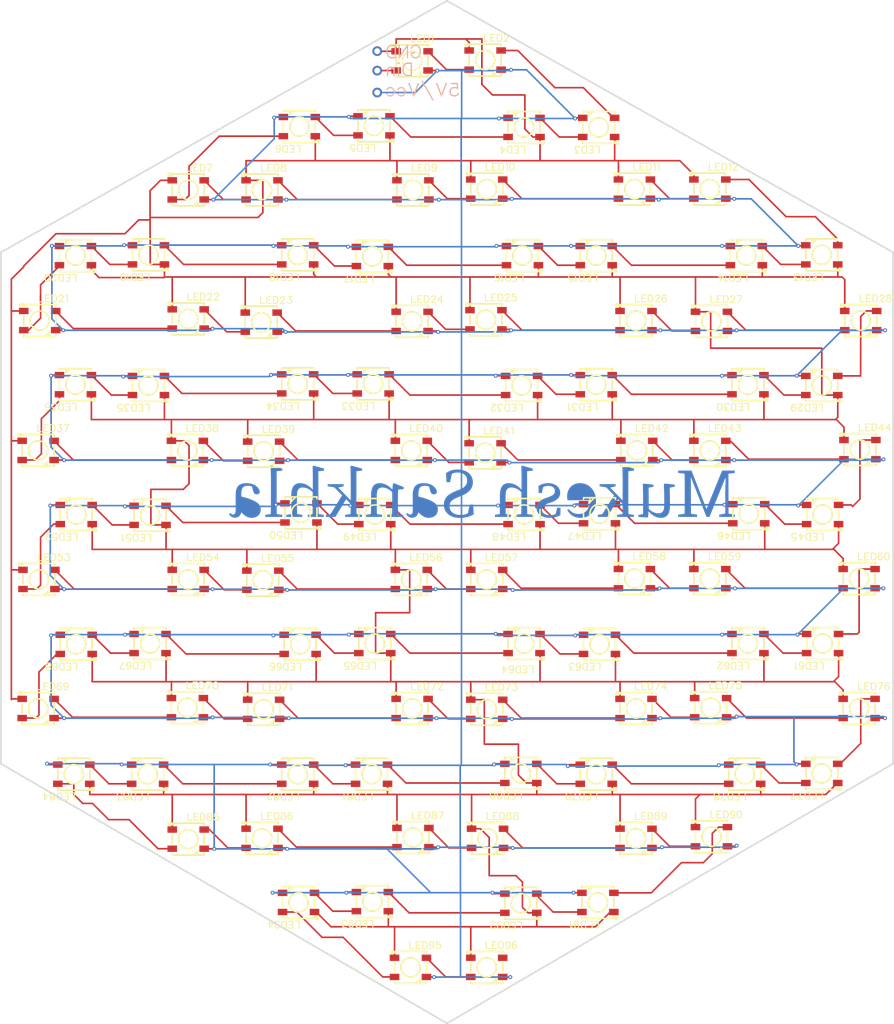
<source format=kicad_pcb>
(kicad_pcb (version 4) (generator gerbview)

  (layers 
    (0 F.Cu signal)
    (31 B.Cu signal)
    (32 B.Adhes user)
    (33 F.Adhes user)
    (34 B.Paste user)
    (35 F.Paste user)
    (36 B.SilkS user)
    (37 F.SilkS user)
    (38 B.Mask user)
    (39 F.Mask user)
    (40 Dwgs.User user)
    (41 Cmts.User user)
    (42 Eco1.User user)
    (43 Eco2.User user)
    (44 Edge.Cuts user)
  )

(gr_line (start 0 -120.65) (end 69.85 -160.02) (layer Edge.Cuts) (width 0.254))
(gr_line (start 69.85 -160.02) (end 139.7 -120.65) (layer Edge.Cuts) (width 0.254))
(gr_line (start 139.7 -120.65) (end 139.7 -40.64) (layer Edge.Cuts) (width 0.254))
(gr_line (start 139.7 -40.64) (end 69.85 0) (layer Edge.Cuts) (width 0.254))
(gr_line (start 69.85 0) (end 0 -40.64) (layer Edge.Cuts) (width 0.254))
(gr_line (start 0 -40.64) (end 0 -120.65) (layer Edge.Cuts) (width 0.254))
(gr_poly (pts  (xy 67.638 -148.623) (xy 66.139 -148.623) (xy 66.139 -149.621)
 (xy 67.638 -149.621))(layer F.Paste) (width 0) )
(gr_poly (pts  (xy 67.638 -151.622) (xy 66.139 -151.622) (xy 66.139 -152.621)
 (xy 67.638 -152.621))(layer F.Paste) (width 0) )
(gr_poly (pts  (xy 62.639 -151.622) (xy 61.138 -151.622) (xy 61.138 -152.621)
 (xy 62.639 -152.621))(layer F.Paste) (width 0) )
(gr_poly (pts  (xy 62.639 -148.623) (xy 61.138 -148.623) (xy 61.138 -149.621)
 (xy 62.639 -149.621))(layer F.Paste) (width 0) )
(gr_poly (pts  (xy 79.068 -148.75) (xy 77.569 -148.75) (xy 77.569 -149.748)
 (xy 79.068 -149.748))(layer F.Paste) (width 0) )
(gr_poly (pts  (xy 79.068 -151.749) (xy 77.569 -151.749) (xy 77.569 -152.748)
 (xy 79.068 -152.748))(layer F.Paste) (width 0) )
(gr_poly (pts  (xy 74.069 -151.749) (xy 72.568 -151.749) (xy 72.568 -152.748)
 (xy 74.069 -152.748))(layer F.Paste) (width 0) )
(gr_poly (pts  (xy 74.069 -148.75) (xy 72.568 -148.75) (xy 72.568 -149.748)
 (xy 74.069 -149.748))(layer F.Paste) (width 0) )
(gr_poly (pts  (xy 90.348 -142.207) (xy 91.846 -142.207) (xy 91.846 -141.208)
 (xy 90.348 -141.208))(layer F.Paste) (width 0) )
(gr_poly (pts  (xy 90.348 -139.207) (xy 91.846 -139.207) (xy 91.846 -138.209)
 (xy 90.348 -138.209))(layer F.Paste) (width 0) )
(gr_poly (pts  (xy 95.347 -139.207) (xy 96.848 -139.207) (xy 96.848 -138.209)
 (xy 95.347 -138.209))(layer F.Paste) (width 0) )
(gr_poly (pts  (xy 95.347 -142.207) (xy 96.848 -142.207) (xy 96.848 -141.208)
 (xy 95.347 -141.208))(layer F.Paste) (width 0) )
(gr_poly (pts  (xy 78.664 -142.207) (xy 80.162 -142.207) (xy 80.162 -141.208)
 (xy 78.664 -141.208))(layer F.Paste) (width 0) )
(gr_poly (pts  (xy 78.664 -139.207) (xy 80.162 -139.207) (xy 80.162 -138.209)
 (xy 78.664 -138.209))(layer F.Paste) (width 0) )
(gr_poly (pts  (xy 83.663 -139.207) (xy 85.164 -139.207) (xy 85.164 -138.209)
 (xy 83.663 -138.209))(layer F.Paste) (width 0) )
(gr_poly (pts  (xy 83.663 -142.207) (xy 85.164 -142.207) (xy 85.164 -141.208)
 (xy 83.663 -141.208))(layer F.Paste) (width 0) )
(gr_poly (pts  (xy 55.169 -142.461) (xy 56.667 -142.461) (xy 56.667 -141.462)
 (xy 55.169 -141.462))(layer F.Paste) (width 0) )
(gr_poly (pts  (xy 55.169 -139.461) (xy 56.667 -139.461) (xy 56.667 -138.463)
 (xy 55.169 -138.463))(layer F.Paste) (width 0) )
(gr_poly (pts  (xy 60.168 -139.461) (xy 61.669 -139.461) (xy 61.669 -138.463)
 (xy 60.168 -138.463))(layer F.Paste) (width 0) )
(gr_poly (pts  (xy 60.168 -142.461) (xy 61.669 -142.461) (xy 61.669 -141.462)
 (xy 60.168 -141.462))(layer F.Paste) (width 0) )
(gr_poly (pts  (xy 43.485 -142.334) (xy 44.983 -142.334) (xy 44.983 -141.335)
 (xy 43.485 -141.335))(layer F.Paste) (width 0) )
(gr_poly (pts  (xy 43.485 -139.334) (xy 44.983 -139.334) (xy 44.983 -138.336)
 (xy 43.485 -138.336))(layer F.Paste) (width 0) )
(gr_poly (pts  (xy 48.484 -139.334) (xy 49.985 -139.334) (xy 49.985 -138.336)
 (xy 48.484 -138.336))(layer F.Paste) (width 0) )
(gr_poly (pts  (xy 48.484 -142.334) (xy 49.985 -142.334) (xy 49.985 -141.335)
 (xy 48.484 -141.335))(layer F.Paste) (width 0) )
(gr_poly (pts  (xy 32.586 -128.43) (xy 31.087 -128.43) (xy 31.087 -129.428)
 (xy 32.586 -129.428))(layer F.Paste) (width 0) )
(gr_poly (pts  (xy 32.586 -131.429) (xy 31.087 -131.429) (xy 31.087 -132.428)
 (xy 32.586 -132.428))(layer F.Paste) (width 0) )
(gr_poly (pts  (xy 27.587 -131.429) (xy 26.086 -131.429) (xy 26.086 -132.428)
 (xy 27.587 -132.428))(layer F.Paste) (width 0) )
(gr_poly (pts  (xy 27.587 -128.43) (xy 26.086 -128.43) (xy 26.086 -129.428)
 (xy 27.587 -129.428))(layer F.Paste) (width 0) )
(gr_poly (pts  (xy 44.143 -128.43) (xy 42.644 -128.43) (xy 42.644 -129.428)
 (xy 44.143 -129.428))(layer F.Paste) (width 0) )
(gr_poly (pts  (xy 44.143 -131.429) (xy 42.644 -131.429) (xy 42.644 -132.428)
 (xy 44.143 -132.428))(layer F.Paste) (width 0) )
(gr_poly (pts  (xy 39.144 -131.429) (xy 37.643 -131.429) (xy 37.643 -132.428)
 (xy 39.144 -132.428))(layer F.Paste) (width 0) )
(gr_poly (pts  (xy 39.144 -128.43) (xy 37.643 -128.43) (xy 37.643 -129.428)
 (xy 39.144 -129.428))(layer F.Paste) (width 0) )
(gr_poly (pts  (xy 67.765 -128.43) (xy 66.266 -128.43) (xy 66.266 -129.428)
 (xy 67.765 -129.428))(layer F.Paste) (width 0) )
(gr_poly (pts  (xy 67.765 -131.429) (xy 66.266 -131.429) (xy 66.266 -132.428)
 (xy 67.765 -132.428))(layer F.Paste) (width 0) )
(gr_poly (pts  (xy 62.766 -131.429) (xy 61.265 -131.429) (xy 61.265 -132.428)
 (xy 62.766 -132.428))(layer F.Paste) (width 0) )
(gr_poly (pts  (xy 62.766 -128.43) (xy 61.265 -128.43) (xy 61.265 -129.428)
 (xy 62.766 -129.428))(layer F.Paste) (width 0) )
(gr_poly (pts  (xy 79.322 -128.557) (xy 77.823 -128.557) (xy 77.823 -129.555)
 (xy 79.322 -129.555))(layer F.Paste) (width 0) )
(gr_poly (pts  (xy 79.322 -131.556) (xy 77.823 -131.556) (xy 77.823 -132.555)
 (xy 79.322 -132.555))(layer F.Paste) (width 0) )
(gr_poly (pts  (xy 74.323 -131.556) (xy 72.822 -131.556) (xy 72.822 -132.555)
 (xy 74.323 -132.555))(layer F.Paste) (width 0) )
(gr_poly (pts  (xy 74.323 -128.557) (xy 72.822 -128.557) (xy 72.822 -129.555)
 (xy 74.323 -129.555))(layer F.Paste) (width 0) )
(gr_poly (pts  (xy 102.436 -128.557) (xy 100.937 -128.557) (xy 100.937 -129.555)
 (xy 102.436 -129.555))(layer F.Paste) (width 0) )
(gr_poly (pts  (xy 102.436 -131.556) (xy 100.937 -131.556) (xy 100.937 -132.555)
 (xy 102.436 -132.555))(layer F.Paste) (width 0) )
(gr_poly (pts  (xy 97.437 -131.556) (xy 95.936 -131.556) (xy 95.936 -132.555)
 (xy 97.437 -132.555))(layer F.Paste) (width 0) )
(gr_poly (pts  (xy 97.437 -128.557) (xy 95.936 -128.557) (xy 95.936 -129.555)
 (xy 97.437 -129.555))(layer F.Paste) (width 0) )
(gr_poly (pts  (xy 114.247 -128.557) (xy 112.748 -128.557) (xy 112.748 -129.555)
 (xy 114.247 -129.555))(layer F.Paste) (width 0) )
(gr_poly (pts  (xy 114.247 -131.556) (xy 112.748 -131.556) (xy 112.748 -132.555)
 (xy 114.247 -132.555))(layer F.Paste) (width 0) )
(gr_poly (pts  (xy 109.248 -131.556) (xy 107.747 -131.556) (xy 107.747 -132.555)
 (xy 109.248 -132.555))(layer F.Paste) (width 0) )
(gr_poly (pts  (xy 109.248 -128.557) (xy 107.747 -128.557) (xy 107.747 -129.555)
 (xy 109.248 -129.555))(layer F.Paste) (width 0) )
(gr_poly (pts  (xy 125.273 -122.268) (xy 126.771 -122.268) (xy 126.771 -121.269)
 (xy 125.273 -121.269))(layer F.Paste) (width 0) )
(gr_poly (pts  (xy 125.273 -119.268) (xy 126.771 -119.268) (xy 126.771 -118.27)
 (xy 125.273 -118.27))(layer F.Paste) (width 0) )
(gr_poly (pts  (xy 130.272 -119.268) (xy 131.773 -119.268) (xy 131.773 -118.27)
 (xy 130.272 -118.27))(layer F.Paste) (width 0) )
(gr_poly (pts  (xy 130.272 -122.268) (xy 131.773 -122.268) (xy 131.773 -121.269)
 (xy 130.272 -121.269))(layer F.Paste) (width 0) )
(gr_poly (pts  (xy 113.462 -122.141) (xy 114.96 -122.141) (xy 114.96 -121.142)
 (xy 113.462 -121.142))(layer F.Paste) (width 0) )
(gr_poly (pts  (xy 113.462 -119.141) (xy 114.96 -119.141) (xy 114.96 -118.143)
 (xy 113.462 -118.143))(layer F.Paste) (width 0) )
(gr_poly (pts  (xy 118.461 -119.141) (xy 119.962 -119.141) (xy 119.962 -118.143)
 (xy 118.461 -118.143))(layer F.Paste) (width 0) )
(gr_poly (pts  (xy 118.461 -122.141) (xy 119.962 -122.141) (xy 119.962 -121.142)
 (xy 118.461 -121.142))(layer F.Paste) (width 0) )
(gr_poly (pts  (xy 89.967 -122.141) (xy 91.465 -122.141) (xy 91.465 -121.142)
 (xy 89.967 -121.142))(layer F.Paste) (width 0) )
(gr_poly (pts  (xy 89.967 -119.141) (xy 91.465 -119.141) (xy 91.465 -118.143)
 (xy 89.967 -118.143))(layer F.Paste) (width 0) )
(gr_poly (pts  (xy 94.966 -119.141) (xy 96.467 -119.141) (xy 96.467 -118.143)
 (xy 94.966 -118.143))(layer F.Paste) (width 0) )
(gr_poly (pts  (xy 94.966 -122.141) (xy 96.467 -122.141) (xy 96.467 -121.142)
 (xy 94.966 -121.142))(layer F.Paste) (width 0) )
(gr_poly (pts  (xy 78.41 -122.141) (xy 79.908 -122.141) (xy 79.908 -121.142)
 (xy 78.41 -121.142))(layer F.Paste) (width 0) )
(gr_poly (pts  (xy 78.41 -119.141) (xy 79.908 -119.141) (xy 79.908 -118.143)
 (xy 78.41 -118.143))(layer F.Paste) (width 0) )
(gr_poly (pts  (xy 83.409 -119.141) (xy 84.91 -119.141) (xy 84.91 -118.143)
 (xy 83.409 -118.143))(layer F.Paste) (width 0) )
(gr_poly (pts  (xy 83.409 -122.141) (xy 84.91 -122.141) (xy 84.91 -121.142)
 (xy 83.409 -121.142))(layer F.Paste) (width 0) )
(gr_poly (pts  (xy 54.915 -122.014) (xy 56.413 -122.014) (xy 56.413 -121.015)
 (xy 54.915 -121.015))(layer F.Paste) (width 0) )
(gr_poly (pts  (xy 54.915 -119.014) (xy 56.413 -119.014) (xy 56.413 -118.016)
 (xy 54.915 -118.016))(layer F.Paste) (width 0) )
(gr_poly (pts  (xy 59.914 -119.014) (xy 61.415 -119.014) (xy 61.415 -118.016)
 (xy 59.914 -118.016))(layer F.Paste) (width 0) )
(gr_poly (pts  (xy 59.914 -122.014) (xy 61.415 -122.014) (xy 61.415 -121.015)
 (xy 59.914 -121.015))(layer F.Paste) (width 0) )
(gr_poly (pts  (xy 43.231 -122.268) (xy 44.729 -122.268) (xy 44.729 -121.269)
 (xy 43.231 -121.269))(layer F.Paste) (width 0) )
(gr_poly (pts  (xy 43.231 -119.268) (xy 44.729 -119.268) (xy 44.729 -118.27)
 (xy 43.231 -118.27))(layer F.Paste) (width 0) )
(gr_poly (pts  (xy 48.23 -119.268) (xy 49.731 -119.268) (xy 49.731 -118.27)
 (xy 48.23 -118.27))(layer F.Paste) (width 0) )
(gr_poly (pts  (xy 48.23 -122.268) (xy 49.731 -122.268) (xy 49.731 -121.269)
 (xy 48.23 -121.269))(layer F.Paste) (width 0) )
(gr_poly (pts  (xy 19.863 -122.268) (xy 21.361 -122.268) (xy 21.361 -121.269)
 (xy 19.863 -121.269))(layer F.Paste) (width 0) )
(gr_poly (pts  (xy 19.863 -119.268) (xy 21.361 -119.268) (xy 21.361 -118.27)
 (xy 19.863 -118.27))(layer F.Paste) (width 0) )
(gr_poly (pts  (xy 24.862 -119.268) (xy 26.363 -119.268) (xy 26.363 -118.27)
 (xy 24.862 -118.27))(layer F.Paste) (width 0) )
(gr_poly (pts  (xy 24.862 -122.268) (xy 26.363 -122.268) (xy 26.363 -121.269)
 (xy 24.862 -121.269))(layer F.Paste) (width 0) )
(gr_poly (pts  (xy 8.433 -122.141) (xy 9.931 -122.141) (xy 9.931 -121.142)
 (xy 8.433 -121.142))(layer F.Paste) (width 0) )
(gr_poly (pts  (xy 8.433 -119.141) (xy 9.931 -119.141) (xy 9.931 -118.143)
 (xy 8.433 -118.143))(layer F.Paste) (width 0) )
(gr_poly (pts  (xy 13.432 -119.141) (xy 14.933 -119.141) (xy 14.933 -118.143)
 (xy 13.432 -118.143))(layer F.Paste) (width 0) )
(gr_poly (pts  (xy 13.432 -122.141) (xy 14.933 -122.141) (xy 14.933 -121.142)
 (xy 13.432 -121.142))(layer F.Paste) (width 0) )
(gr_poly (pts  (xy 9.345 -107.983) (xy 7.846 -107.983) (xy 7.846 -108.981)
 (xy 9.345 -108.981))(layer F.Paste) (width 0) )
(gr_poly (pts  (xy 9.345 -110.982) (xy 7.846 -110.982) (xy 7.846 -111.981)
 (xy 9.345 -111.981))(layer F.Paste) (width 0) )
(gr_poly (pts  (xy 4.346 -110.982) (xy 2.845 -110.982) (xy 2.845 -111.981)
 (xy 4.346 -111.981))(layer F.Paste) (width 0) )
(gr_poly (pts  (xy 4.346 -107.983) (xy 2.845 -107.983) (xy 2.845 -108.981)
 (xy 4.346 -108.981))(layer F.Paste) (width 0) )
(gr_poly (pts  (xy 32.586 -108.237) (xy 31.087 -108.237) (xy 31.087 -109.235)
 (xy 32.586 -109.235))(layer F.Paste) (width 0) )
(gr_poly (pts  (xy 32.586 -111.236) (xy 31.087 -111.236) (xy 31.087 -112.235)
 (xy 32.586 -112.235))(layer F.Paste) (width 0) )
(gr_poly (pts  (xy 27.587 -111.236) (xy 26.086 -111.236) (xy 26.086 -112.235)
 (xy 27.587 -112.235))(layer F.Paste) (width 0) )
(gr_poly (pts  (xy 27.587 -108.237) (xy 26.086 -108.237) (xy 26.086 -109.235)
 (xy 27.587 -109.235))(layer F.Paste) (width 0) )
(gr_poly (pts  (xy 44.016 -107.729) (xy 42.517 -107.729) (xy 42.517 -108.727)
 (xy 44.016 -108.727))(layer F.Paste) (width 0) )
(gr_poly (pts  (xy 44.016 -110.728) (xy 42.517 -110.728) (xy 42.517 -111.727)
 (xy 44.016 -111.727))(layer F.Paste) (width 0) )
(gr_poly (pts  (xy 39.017 -110.728) (xy 37.516 -110.728) (xy 37.516 -111.727)
 (xy 39.017 -111.727))(layer F.Paste) (width 0) )
(gr_poly (pts  (xy 39.017 -107.729) (xy 37.516 -107.729) (xy 37.516 -108.727)
 (xy 39.017 -108.727))(layer F.Paste) (width 0) )
(gr_poly (pts  (xy 67.638 -107.856) (xy 66.139 -107.856) (xy 66.139 -108.854)
 (xy 67.638 -108.854))(layer F.Paste) (width 0) )
(gr_poly (pts  (xy 67.638 -110.855) (xy 66.139 -110.855) (xy 66.139 -111.854)
 (xy 67.638 -111.854))(layer F.Paste) (width 0) )
(gr_poly (pts  (xy 62.639 -110.855) (xy 61.138 -110.855) (xy 61.138 -111.854)
 (xy 62.639 -111.854))(layer F.Paste) (width 0) )
(gr_poly (pts  (xy 62.639 -107.856) (xy 61.138 -107.856) (xy 61.138 -108.854)
 (xy 62.639 -108.854))(layer F.Paste) (width 0) )
(gr_poly (pts  (xy 79.195 -108.11) (xy 77.696 -108.11) (xy 77.696 -109.108)
 (xy 79.195 -109.108))(layer F.Paste) (width 0) )
(gr_poly (pts  (xy 79.195 -111.109) (xy 77.696 -111.109) (xy 77.696 -112.108)
 (xy 79.195 -112.108))(layer F.Paste) (width 0) )
(gr_poly (pts  (xy 74.196 -111.109) (xy 72.695 -111.109) (xy 72.695 -112.108)
 (xy 74.196 -112.108))(layer F.Paste) (width 0) )
(gr_poly (pts  (xy 74.196 -108.11) (xy 72.695 -108.11) (xy 72.695 -109.108)
 (xy 74.196 -109.108))(layer F.Paste) (width 0) )
(gr_poly (pts  (xy 102.69 -107.983) (xy 101.191 -107.983) (xy 101.191 -108.981)
 (xy 102.69 -108.981))(layer F.Paste) (width 0) )
(gr_poly (pts  (xy 102.69 -110.982) (xy 101.191 -110.982) (xy 101.191 -111.981)
 (xy 102.69 -111.981))(layer F.Paste) (width 0) )
(gr_poly (pts  (xy 97.691 -110.982) (xy 96.19 -110.982) (xy 96.19 -111.981)
 (xy 97.691 -111.981))(layer F.Paste) (width 0) )
(gr_poly (pts  (xy 97.691 -107.983) (xy 96.19 -107.983) (xy 96.19 -108.981)
 (xy 97.691 -108.981))(layer F.Paste) (width 0) )
(gr_poly (pts  (xy 114.501 -107.856) (xy 113.002 -107.856) (xy 113.002 -108.854)
 (xy 114.501 -108.854))(layer F.Paste) (width 0) )
(gr_poly (pts  (xy 114.501 -110.855) (xy 113.002 -110.855) (xy 113.002 -111.854)
 (xy 114.501 -111.854))(layer F.Paste) (width 0) )
(gr_poly (pts  (xy 109.502 -110.855) (xy 108.001 -110.855) (xy 108.001 -111.854)
 (xy 109.502 -111.854))(layer F.Paste) (width 0) )
(gr_poly (pts  (xy 109.502 -107.856) (xy 108.001 -107.856) (xy 108.001 -108.854)
 (xy 109.502 -108.854))(layer F.Paste) (width 0) )
(gr_poly (pts  (xy 137.869 -107.983) (xy 136.37 -107.983) (xy 136.37 -108.981)
 (xy 137.869 -108.981))(layer F.Paste) (width 0) )
(gr_poly (pts  (xy 137.869 -110.982) (xy 136.37 -110.982) (xy 136.37 -111.981)
 (xy 137.869 -111.981))(layer F.Paste) (width 0) )
(gr_poly (pts  (xy 132.87 -110.982) (xy 131.369 -110.982) (xy 131.369 -111.981)
 (xy 132.87 -111.981))(layer F.Paste) (width 0) )
(gr_poly (pts  (xy 132.87 -107.983) (xy 131.369 -107.983) (xy 131.369 -108.981)
 (xy 132.87 -108.981))(layer F.Paste) (width 0) )
(gr_poly (pts  (xy 125.273 -101.821) (xy 126.771 -101.821) (xy 126.771 -100.822)
 (xy 125.273 -100.822))(layer F.Paste) (width 0) )
(gr_poly (pts  (xy 125.273 -98.821) (xy 126.771 -98.821) (xy 126.771 -97.823)
 (xy 125.273 -97.823))(layer F.Paste) (width 0) )
(gr_poly (pts  (xy 130.272 -98.821) (xy 131.773 -98.821) (xy 131.773 -97.823)
 (xy 130.272 -97.823))(layer F.Paste) (width 0) )
(gr_poly (pts  (xy 130.272 -101.821) (xy 131.773 -101.821) (xy 131.773 -100.822)
 (xy 130.272 -100.822))(layer F.Paste) (width 0) )
(gr_poly (pts  (xy 113.716 -101.948) (xy 115.214 -101.948) (xy 115.214 -100.949)
 (xy 113.716 -100.949))(layer F.Paste) (width 0) )
(gr_poly (pts  (xy 113.716 -98.948) (xy 115.214 -98.948) (xy 115.214 -97.95)
 (xy 113.716 -97.95))(layer F.Paste) (width 0) )
(gr_poly (pts  (xy 118.715 -98.948) (xy 120.216 -98.948) (xy 120.216 -97.95)
 (xy 118.715 -97.95))(layer F.Paste) (width 0) )
(gr_poly (pts  (xy 118.715 -101.948) (xy 120.216 -101.948) (xy 120.216 -100.949)
 (xy 118.715 -100.949))(layer F.Paste) (width 0) )
(gr_poly (pts  (xy 89.967 -101.948) (xy 91.465 -101.948) (xy 91.465 -100.949)
 (xy 89.967 -100.949))(layer F.Paste) (width 0) )
(gr_poly (pts  (xy 89.967 -98.948) (xy 91.465 -98.948) (xy 91.465 -97.95)
 (xy 89.967 -97.95))(layer F.Paste) (width 0) )
(gr_poly (pts  (xy 94.966 -98.948) (xy 96.467 -98.948) (xy 96.467 -97.95)
 (xy 94.966 -97.95))(layer F.Paste) (width 0) )
(gr_poly (pts  (xy 94.966 -101.948) (xy 96.467 -101.948) (xy 96.467 -100.949)
 (xy 94.966 -100.949))(layer F.Paste) (width 0) )
(gr_poly (pts  (xy 78.283 -101.821) (xy 79.781 -101.821) (xy 79.781 -100.822)
 (xy 78.283 -100.822))(layer F.Paste) (width 0) )
(gr_poly (pts  (xy 78.283 -98.821) (xy 79.781 -98.821) (xy 79.781 -97.823)
 (xy 78.283 -97.823))(layer F.Paste) (width 0) )
(gr_poly (pts  (xy 83.282 -98.821) (xy 84.783 -98.821) (xy 84.783 -97.823)
 (xy 83.282 -97.823))(layer F.Paste) (width 0) )
(gr_poly (pts  (xy 83.282 -101.821) (xy 84.783 -101.821) (xy 84.783 -100.822)
 (xy 83.282 -100.822))(layer F.Paste) (width 0) )
(gr_poly (pts  (xy 55.042 -102.075) (xy 56.54 -102.075) (xy 56.54 -101.076)
 (xy 55.042 -101.076))(layer F.Paste) (width 0) )
(gr_poly (pts  (xy 55.042 -99.075) (xy 56.54 -99.075) (xy 56.54 -98.077)
 (xy 55.042 -98.077))(layer F.Paste) (width 0) )
(gr_poly (pts  (xy 60.041 -99.075) (xy 61.542 -99.075) (xy 61.542 -98.077)
 (xy 60.041 -98.077))(layer F.Paste) (width 0) )
(gr_poly (pts  (xy 60.041 -102.075) (xy 61.542 -102.075) (xy 61.542 -101.076)
 (xy 60.041 -101.076))(layer F.Paste) (width 0) )
(gr_poly (pts  (xy 43.231 -102.075) (xy 44.729 -102.075) (xy 44.729 -101.076)
 (xy 43.231 -101.076))(layer F.Paste) (width 0) )
(gr_poly (pts  (xy 43.231 -99.075) (xy 44.729 -99.075) (xy 44.729 -98.077)
 (xy 43.231 -98.077))(layer F.Paste) (width 0) )
(gr_poly (pts  (xy 48.23 -99.075) (xy 49.731 -99.075) (xy 49.731 -98.077)
 (xy 48.23 -98.077))(layer F.Paste) (width 0) )
(gr_poly (pts  (xy 48.23 -102.075) (xy 49.731 -102.075) (xy 49.731 -101.076)
 (xy 48.23 -101.076))(layer F.Paste) (width 0) )
(gr_poly (pts  (xy 19.863 -101.821) (xy 21.361 -101.821) (xy 21.361 -100.822)
 (xy 19.863 -100.822))(layer F.Paste) (width 0) )
(gr_poly (pts  (xy 19.863 -98.821) (xy 21.361 -98.821) (xy 21.361 -97.823)
 (xy 19.863 -97.823))(layer F.Paste) (width 0) )
(gr_poly (pts  (xy 24.862 -98.821) (xy 26.363 -98.821) (xy 26.363 -97.823)
 (xy 24.862 -97.823))(layer F.Paste) (width 0) )
(gr_poly (pts  (xy 24.862 -101.821) (xy 26.363 -101.821) (xy 26.363 -100.822)
 (xy 24.862 -100.822))(layer F.Paste) (width 0) )
(gr_poly (pts  (xy 8.433 -101.948) (xy 9.931 -101.948) (xy 9.931 -100.949)
 (xy 8.433 -100.949))(layer F.Paste) (width 0) )
(gr_poly (pts  (xy 8.433 -98.948) (xy 9.931 -98.948) (xy 9.931 -97.95)
 (xy 8.433 -97.95))(layer F.Paste) (width 0) )
(gr_poly (pts  (xy 13.432 -98.948) (xy 14.933 -98.948) (xy 14.933 -97.95)
 (xy 13.432 -97.95))(layer F.Paste) (width 0) )
(gr_poly (pts  (xy 13.432 -101.948) (xy 14.933 -101.948) (xy 14.933 -100.949)
 (xy 13.432 -100.949))(layer F.Paste) (width 0) )
(gr_poly (pts  (xy 9.091 -87.663) (xy 7.592 -87.663) (xy 7.592 -88.661)
 (xy 9.091 -88.661))(layer F.Paste) (width 0) )
(gr_poly (pts  (xy 9.091 -90.662) (xy 7.592 -90.662) (xy 7.592 -91.661)
 (xy 9.091 -91.661))(layer F.Paste) (width 0) )
(gr_poly (pts  (xy 4.092 -90.662) (xy 2.591 -90.662) (xy 2.591 -91.661)
 (xy 4.092 -91.661))(layer F.Paste) (width 0) )
(gr_poly (pts  (xy 4.092 -87.663) (xy 2.591 -87.663) (xy 2.591 -88.661)
 (xy 4.092 -88.661))(layer F.Paste) (width 0) )
(gr_poly (pts  (xy 32.459 -87.663) (xy 30.96 -87.663) (xy 30.96 -88.661)
 (xy 32.459 -88.661))(layer F.Paste) (width 0) )
(gr_poly (pts  (xy 32.459 -90.662) (xy 30.96 -90.662) (xy 30.96 -91.661)
 (xy 32.459 -91.661))(layer F.Paste) (width 0) )
(gr_poly (pts  (xy 27.46 -90.662) (xy 25.959 -90.662) (xy 25.959 -91.661)
 (xy 27.46 -91.661))(layer F.Paste) (width 0) )
(gr_poly (pts  (xy 27.46 -87.663) (xy 25.959 -87.663) (xy 25.959 -88.661)
 (xy 27.46 -88.661))(layer F.Paste) (width 0) )
(gr_poly (pts  (xy 44.397 -87.536) (xy 42.898 -87.536) (xy 42.898 -88.534)
 (xy 44.397 -88.534))(layer F.Paste) (width 0) )
(gr_poly (pts  (xy 44.397 -90.535) (xy 42.898 -90.535) (xy 42.898 -91.534)
 (xy 44.397 -91.534))(layer F.Paste) (width 0) )
(gr_poly (pts  (xy 39.398 -90.535) (xy 37.897 -90.535) (xy 37.897 -91.534)
 (xy 39.398 -91.534))(layer F.Paste) (width 0) )
(gr_poly (pts  (xy 39.398 -87.536) (xy 37.897 -87.536) (xy 37.897 -88.534)
 (xy 39.398 -88.534))(layer F.Paste) (width 0) )
(gr_poly (pts  (xy 67.511 -87.663) (xy 66.012 -87.663) (xy 66.012 -88.661)
 (xy 67.511 -88.661))(layer F.Paste) (width 0) )
(gr_poly (pts  (xy 67.511 -90.662) (xy 66.012 -90.662) (xy 66.012 -91.661)
 (xy 67.511 -91.661))(layer F.Paste) (width 0) )
(gr_poly (pts  (xy 62.512 -90.662) (xy 61.011 -90.662) (xy 61.011 -91.661)
 (xy 62.512 -91.661))(layer F.Paste) (width 0) )
(gr_poly (pts  (xy 62.512 -87.663) (xy 61.011 -87.663) (xy 61.011 -88.661)
 (xy 62.512 -88.661))(layer F.Paste) (width 0) )
(gr_poly (pts  (xy 79.068 -87.282) (xy 77.569 -87.282) (xy 77.569 -88.28)
 (xy 79.068 -88.28))(layer F.Paste) (width 0) )
(gr_poly (pts  (xy 79.068 -90.281) (xy 77.569 -90.281) (xy 77.569 -91.28)
 (xy 79.068 -91.28))(layer F.Paste) (width 0) )
(gr_poly (pts  (xy 74.069 -90.281) (xy 72.568 -90.281) (xy 72.568 -91.28)
 (xy 74.069 -91.28))(layer F.Paste) (width 0) )
(gr_poly (pts  (xy 74.069 -87.282) (xy 72.568 -87.282) (xy 72.568 -88.28)
 (xy 74.069 -88.28))(layer F.Paste) (width 0) )
(gr_poly (pts  (xy 102.817 -87.663) (xy 101.318 -87.663) (xy 101.318 -88.661)
 (xy 102.817 -88.661))(layer F.Paste) (width 0) )
(gr_poly (pts  (xy 102.817 -90.662) (xy 101.318 -90.662) (xy 101.318 -91.661)
 (xy 102.817 -91.661))(layer F.Paste) (width 0) )
(gr_poly (pts  (xy 97.818 -90.662) (xy 96.317 -90.662) (xy 96.317 -91.661)
 (xy 97.818 -91.661))(layer F.Paste) (width 0) )
(gr_poly (pts  (xy 97.818 -87.663) (xy 96.317 -87.663) (xy 96.317 -88.661)
 (xy 97.818 -88.661))(layer F.Paste) (width 0) )
(gr_poly (pts  (xy 114.247 -87.663) (xy 112.748 -87.663) (xy 112.748 -88.661)
 (xy 114.247 -88.661))(layer F.Paste) (width 0) )
(gr_poly (pts  (xy 114.247 -90.662) (xy 112.748 -90.662) (xy 112.748 -91.661)
 (xy 114.247 -91.661))(layer F.Paste) (width 0) )
(gr_poly (pts  (xy 109.248 -90.662) (xy 107.747 -90.662) (xy 107.747 -91.661)
 (xy 109.248 -91.661))(layer F.Paste) (width 0) )
(gr_poly (pts  (xy 109.248 -87.663) (xy 107.747 -87.663) (xy 107.747 -88.661)
 (xy 109.248 -88.661))(layer F.Paste) (width 0) )
(gr_poly (pts  (xy 137.742 -87.79) (xy 136.243 -87.79) (xy 136.243 -88.788)
 (xy 137.742 -88.788))(layer F.Paste) (width 0) )
(gr_poly (pts  (xy 137.742 -90.789) (xy 136.243 -90.789) (xy 136.243 -91.788)
 (xy 137.742 -91.788))(layer F.Paste) (width 0) )
(gr_poly (pts  (xy 132.743 -90.789) (xy 131.242 -90.789) (xy 131.242 -91.788)
 (xy 132.743 -91.788))(layer F.Paste) (width 0) )
(gr_poly (pts  (xy 132.743 -87.79) (xy 131.242 -87.79) (xy 131.242 -88.788)
 (xy 132.743 -88.788))(layer F.Paste) (width 0) )
(gr_poly (pts  (xy 125.4 -81.628) (xy 126.898 -81.628) (xy 126.898 -80.629)
 (xy 125.4 -80.629))(layer F.Paste) (width 0) )
(gr_poly (pts  (xy 125.4 -78.628) (xy 126.898 -78.628) (xy 126.898 -77.63)
 (xy 125.4 -77.63))(layer F.Paste) (width 0) )
(gr_poly (pts  (xy 130.399 -78.628) (xy 131.9 -78.628) (xy 131.9 -77.63)
 (xy 130.399 -77.63))(layer F.Paste) (width 0) )
(gr_poly (pts  (xy 130.399 -81.628) (xy 131.9 -81.628) (xy 131.9 -80.629)
 (xy 130.399 -80.629))(layer F.Paste) (width 0) )
(gr_poly (pts  (xy 113.843 -81.755) (xy 115.341 -81.755) (xy 115.341 -80.756)
 (xy 113.843 -80.756))(layer F.Paste) (width 0) )
(gr_poly (pts  (xy 113.843 -78.755) (xy 115.341 -78.755) (xy 115.341 -77.757)
 (xy 113.843 -77.757))(layer F.Paste) (width 0) )
(gr_poly (pts  (xy 118.842 -78.755) (xy 120.343 -78.755) (xy 120.343 -77.757)
 (xy 118.842 -77.757))(layer F.Paste) (width 0) )
(gr_poly (pts  (xy 118.842 -81.755) (xy 120.343 -81.755) (xy 120.343 -80.756)
 (xy 118.842 -80.756))(layer F.Paste) (width 0) )
(gr_poly (pts  (xy 90.475 -81.755) (xy 91.973 -81.755) (xy 91.973 -80.756)
 (xy 90.475 -80.756))(layer F.Paste) (width 0) )
(gr_poly (pts  (xy 90.475 -78.755) (xy 91.973 -78.755) (xy 91.973 -77.757)
 (xy 90.475 -77.757))(layer F.Paste) (width 0) )
(gr_poly (pts  (xy 95.474 -78.755) (xy 96.975 -78.755) (xy 96.975 -77.757)
 (xy 95.474 -77.757))(layer F.Paste) (width 0) )
(gr_poly (pts  (xy 95.474 -81.755) (xy 96.975 -81.755) (xy 96.975 -80.756)
 (xy 95.474 -80.756))(layer F.Paste) (width 0) )
(gr_poly (pts  (xy 78.664 -81.628) (xy 80.162 -81.628) (xy 80.162 -80.629)
 (xy 78.664 -80.629))(layer F.Paste) (width 0) )
(gr_poly (pts  (xy 78.664 -78.628) (xy 80.162 -78.628) (xy 80.162 -77.63)
 (xy 78.664 -77.63))(layer F.Paste) (width 0) )
(gr_poly (pts  (xy 83.663 -78.628) (xy 85.164 -78.628) (xy 85.164 -77.63)
 (xy 83.663 -77.63))(layer F.Paste) (width 0) )
(gr_poly (pts  (xy 83.663 -81.628) (xy 85.164 -81.628) (xy 85.164 -80.629)
 (xy 83.663 -80.629))(layer F.Paste) (width 0) )
(gr_poly (pts  (xy 55.296 -81.628) (xy 56.794 -81.628) (xy 56.794 -80.629)
 (xy 55.296 -80.629))(layer F.Paste) (width 0) )
(gr_poly (pts  (xy 55.296 -78.628) (xy 56.794 -78.628) (xy 56.794 -77.63)
 (xy 55.296 -77.63))(layer F.Paste) (width 0) )
(gr_poly (pts  (xy 60.295 -78.628) (xy 61.796 -78.628) (xy 61.796 -77.63)
 (xy 60.295 -77.63))(layer F.Paste) (width 0) )
(gr_poly (pts  (xy 60.295 -81.628) (xy 61.796 -81.628) (xy 61.796 -80.629)
 (xy 60.295 -80.629))(layer F.Paste) (width 0) )
(gr_poly (pts  (xy 43.739 -81.882) (xy 45.237 -81.882) (xy 45.237 -80.883)
 (xy 43.739 -80.883))(layer F.Paste) (width 0) )
(gr_poly (pts  (xy 43.739 -78.882) (xy 45.237 -78.882) (xy 45.237 -77.884)
 (xy 43.739 -77.884))(layer F.Paste) (width 0) )
(gr_poly (pts  (xy 48.738 -78.882) (xy 50.239 -78.882) (xy 50.239 -77.884)
 (xy 48.738 -77.884))(layer F.Paste) (width 0) )
(gr_poly (pts  (xy 48.738 -81.882) (xy 50.239 -81.882) (xy 50.239 -80.883)
 (xy 48.738 -80.883))(layer F.Paste) (width 0) )
(gr_poly (pts  (xy 20.117 -81.501) (xy 21.615 -81.501) (xy 21.615 -80.502)
 (xy 20.117 -80.502))(layer F.Paste) (width 0) )
(gr_poly (pts  (xy 20.117 -78.501) (xy 21.615 -78.501) (xy 21.615 -77.503)
 (xy 20.117 -77.503))(layer F.Paste) (width 0) )
(gr_poly (pts  (xy 25.116 -78.501) (xy 26.617 -78.501) (xy 26.617 -77.503)
 (xy 25.116 -77.503))(layer F.Paste) (width 0) )
(gr_poly (pts  (xy 25.116 -81.501) (xy 26.617 -81.501) (xy 26.617 -80.502)
 (xy 25.116 -80.502))(layer F.Paste) (width 0) )
(gr_poly (pts  (xy 8.56 -81.628) (xy 10.058 -81.628) (xy 10.058 -80.629)
 (xy 8.56 -80.629))(layer F.Paste) (width 0) )
(gr_poly (pts  (xy 8.56 -78.628) (xy 10.058 -78.628) (xy 10.058 -77.63)
 (xy 8.56 -77.63))(layer F.Paste) (width 0) )
(gr_poly (pts  (xy 13.559 -78.628) (xy 15.06 -78.628) (xy 15.06 -77.63)
 (xy 13.559 -77.63))(layer F.Paste) (width 0) )
(gr_poly (pts  (xy 13.559 -81.628) (xy 15.06 -81.628) (xy 15.06 -80.629)
 (xy 13.559 -80.629))(layer F.Paste) (width 0) )
(gr_poly (pts  (xy 9.218 -67.47) (xy 7.719 -67.47) (xy 7.719 -68.468)
 (xy 9.218 -68.468))(layer F.Paste) (width 0) )
(gr_poly (pts  (xy 9.218 -70.469) (xy 7.719 -70.469) (xy 7.719 -71.468)
 (xy 9.218 -71.468))(layer F.Paste) (width 0) )
(gr_poly (pts  (xy 4.219 -70.469) (xy 2.718 -70.469) (xy 2.718 -71.468)
 (xy 4.219 -71.468))(layer F.Paste) (width 0) )
(gr_poly (pts  (xy 4.219 -67.47) (xy 2.718 -67.47) (xy 2.718 -68.468)
 (xy 4.219 -68.468))(layer F.Paste) (width 0) )
(gr_poly (pts  (xy 32.586 -67.47) (xy 31.087 -67.47) (xy 31.087 -68.468)
 (xy 32.586 -68.468))(layer F.Paste) (width 0) )
(gr_poly (pts  (xy 32.586 -70.469) (xy 31.087 -70.469) (xy 31.087 -71.468)
 (xy 32.586 -71.468))(layer F.Paste) (width 0) )
(gr_poly (pts  (xy 27.587 -70.469) (xy 26.086 -70.469) (xy 26.086 -71.468)
 (xy 27.587 -71.468))(layer F.Paste) (width 0) )
(gr_poly (pts  (xy 27.587 -67.47) (xy 26.086 -67.47) (xy 26.086 -68.468)
 (xy 27.587 -68.468))(layer F.Paste) (width 0) )
(gr_poly (pts  (xy 44.27 -67.343) (xy 42.771 -67.343) (xy 42.771 -68.341)
 (xy 44.27 -68.341))(layer F.Paste) (width 0) )
(gr_poly (pts  (xy 44.27 -70.342) (xy 42.771 -70.342) (xy 42.771 -71.341)
 (xy 44.27 -71.341))(layer F.Paste) (width 0) )
(gr_poly (pts  (xy 39.271 -70.342) (xy 37.77 -70.342) (xy 37.77 -71.341)
 (xy 39.271 -71.341))(layer F.Paste) (width 0) )
(gr_poly (pts  (xy 39.271 -67.343) (xy 37.77 -67.343) (xy 37.77 -68.341)
 (xy 39.271 -68.341))(layer F.Paste) (width 0) )
(gr_poly (pts  (xy 67.511 -67.47) (xy 66.012 -67.47) (xy 66.012 -68.468)
 (xy 67.511 -68.468))(layer F.Paste) (width 0) )
(gr_poly (pts  (xy 67.511 -70.469) (xy 66.012 -70.469) (xy 66.012 -71.468)
 (xy 67.511 -71.468))(layer F.Paste) (width 0) )
(gr_poly (pts  (xy 62.512 -70.469) (xy 61.011 -70.469) (xy 61.011 -71.468)
 (xy 62.512 -71.468))(layer F.Paste) (width 0) )
(gr_poly (pts  (xy 62.512 -67.47) (xy 61.011 -67.47) (xy 61.011 -68.468)
 (xy 62.512 -68.468))(layer F.Paste) (width 0) )
(gr_poly (pts  (xy 79.322 -67.47) (xy 77.823 -67.47) (xy 77.823 -68.468)
 (xy 79.322 -68.468))(layer F.Paste) (width 0) )
(gr_poly (pts  (xy 79.322 -70.469) (xy 77.823 -70.469) (xy 77.823 -71.468)
 (xy 79.322 -71.468))(layer F.Paste) (width 0) )
(gr_poly (pts  (xy 74.323 -70.469) (xy 72.822 -70.469) (xy 72.822 -71.468)
 (xy 74.323 -71.468))(layer F.Paste) (width 0) )
(gr_poly (pts  (xy 74.323 -67.47) (xy 72.822 -67.47) (xy 72.822 -68.468)
 (xy 74.323 -68.468))(layer F.Paste) (width 0) )
(gr_poly (pts  (xy 102.436 -67.597) (xy 100.937 -67.597) (xy 100.937 -68.595)
 (xy 102.436 -68.595))(layer F.Paste) (width 0) )
(gr_poly (pts  (xy 102.436 -70.596) (xy 100.937 -70.596) (xy 100.937 -71.595)
 (xy 102.436 -71.595))(layer F.Paste) (width 0) )
(gr_poly (pts  (xy 97.437 -70.596) (xy 95.936 -70.596) (xy 95.936 -71.595)
 (xy 97.437 -71.595))(layer F.Paste) (width 0) )
(gr_poly (pts  (xy 97.437 -67.597) (xy 95.936 -67.597) (xy 95.936 -68.595)
 (xy 97.437 -68.595))(layer F.Paste) (width 0) )
(gr_poly (pts  (xy 114.247 -67.597) (xy 112.748 -67.597) (xy 112.748 -68.595)
 (xy 114.247 -68.595))(layer F.Paste) (width 0) )
(gr_poly (pts  (xy 114.247 -70.596) (xy 112.748 -70.596) (xy 112.748 -71.595)
 (xy 114.247 -71.595))(layer F.Paste) (width 0) )
(gr_poly (pts  (xy 109.248 -70.596) (xy 107.747 -70.596) (xy 107.747 -71.595)
 (xy 109.248 -71.595))(layer F.Paste) (width 0) )
(gr_poly (pts  (xy 109.248 -67.597) (xy 107.747 -67.597) (xy 107.747 -68.595)
 (xy 109.248 -68.595))(layer F.Paste) (width 0) )
(gr_poly (pts  (xy 137.615 -67.597) (xy 136.116 -67.597) (xy 136.116 -68.595)
 (xy 137.615 -68.595))(layer F.Paste) (width 0) )
(gr_poly (pts  (xy 137.615 -70.596) (xy 136.116 -70.596) (xy 136.116 -71.595)
 (xy 137.615 -71.595))(layer F.Paste) (width 0) )
(gr_poly (pts  (xy 132.616 -70.596) (xy 131.115 -70.596) (xy 131.115 -71.595)
 (xy 132.616 -71.595))(layer F.Paste) (width 0) )
(gr_poly (pts  (xy 132.616 -67.597) (xy 131.115 -67.597) (xy 131.115 -68.595)
 (xy 132.616 -68.595))(layer F.Paste) (width 0) )
(gr_poly (pts  (xy 125.4 -61.435) (xy 126.898 -61.435) (xy 126.898 -60.436)
 (xy 125.4 -60.436))(layer F.Paste) (width 0) )
(gr_poly (pts  (xy 125.4 -58.435) (xy 126.898 -58.435) (xy 126.898 -57.437)
 (xy 125.4 -57.437))(layer F.Paste) (width 0) )
(gr_poly (pts  (xy 130.399 -58.435) (xy 131.9 -58.435) (xy 131.9 -57.437)
 (xy 130.399 -57.437))(layer F.Paste) (width 0) )
(gr_poly (pts  (xy 130.399 -61.435) (xy 131.9 -61.435) (xy 131.9 -60.436)
 (xy 130.399 -60.436))(layer F.Paste) (width 0) )
(gr_poly (pts  (xy 113.716 -61.435) (xy 115.214 -61.435) (xy 115.214 -60.436)
 (xy 113.716 -60.436))(layer F.Paste) (width 0) )
(gr_poly (pts  (xy 113.716 -58.435) (xy 115.214 -58.435) (xy 115.214 -57.437)
 (xy 113.716 -57.437))(layer F.Paste) (width 0) )
(gr_poly (pts  (xy 118.715 -58.435) (xy 120.216 -58.435) (xy 120.216 -57.437)
 (xy 118.715 -57.437))(layer F.Paste) (width 0) )
(gr_poly (pts  (xy 118.715 -61.435) (xy 120.216 -61.435) (xy 120.216 -60.436)
 (xy 118.715 -60.436))(layer F.Paste) (width 0) )
(gr_poly (pts  (xy 90.475 -61.308) (xy 91.973 -61.308) (xy 91.973 -60.309)
 (xy 90.475 -60.309))(layer F.Paste) (width 0) )
(gr_poly (pts  (xy 90.475 -58.308) (xy 91.973 -58.308) (xy 91.973 -57.31)
 (xy 90.475 -57.31))(layer F.Paste) (width 0) )
(gr_poly (pts  (xy 95.474 -58.308) (xy 96.975 -58.308) (xy 96.975 -57.31)
 (xy 95.474 -57.31))(layer F.Paste) (width 0) )
(gr_poly (pts  (xy 95.474 -61.308) (xy 96.975 -61.308) (xy 96.975 -60.309)
 (xy 95.474 -60.309))(layer F.Paste) (width 0) )
(gr_poly (pts  (xy 78.664 -61.435) (xy 80.162 -61.435) (xy 80.162 -60.436)
 (xy 78.664 -60.436))(layer F.Paste) (width 0) )
(gr_poly (pts  (xy 78.664 -58.435) (xy 80.162 -58.435) (xy 80.162 -57.437)
 (xy 78.664 -57.437))(layer F.Paste) (width 0) )
(gr_poly (pts  (xy 83.663 -58.435) (xy 85.164 -58.435) (xy 85.164 -57.437)
 (xy 83.663 -57.437))(layer F.Paste) (width 0) )
(gr_poly (pts  (xy 83.663 -61.435) (xy 85.164 -61.435) (xy 85.164 -60.436)
 (xy 83.663 -60.436))(layer F.Paste) (width 0) )
(gr_poly (pts  (xy 55.296 -61.435) (xy 56.794 -61.435) (xy 56.794 -60.436)
 (xy 55.296 -60.436))(layer F.Paste) (width 0) )
(gr_poly (pts  (xy 55.296 -58.435) (xy 56.794 -58.435) (xy 56.794 -57.437)
 (xy 55.296 -57.437))(layer F.Paste) (width 0) )
(gr_poly (pts  (xy 60.295 -58.435) (xy 61.796 -58.435) (xy 61.796 -57.437)
 (xy 60.295 -57.437))(layer F.Paste) (width 0) )
(gr_poly (pts  (xy 60.295 -61.435) (xy 61.796 -61.435) (xy 61.796 -60.436)
 (xy 60.295 -60.436))(layer F.Paste) (width 0) )
(gr_poly (pts  (xy 43.612 -61.308) (xy 45.11 -61.308) (xy 45.11 -60.309)
 (xy 43.612 -60.309))(layer F.Paste) (width 0) )
(gr_poly (pts  (xy 43.612 -58.308) (xy 45.11 -58.308) (xy 45.11 -57.31)
 (xy 43.612 -57.31))(layer F.Paste) (width 0) )
(gr_poly (pts  (xy 48.611 -58.308) (xy 50.112 -58.308) (xy 50.112 -57.31)
 (xy 48.611 -57.31))(layer F.Paste) (width 0) )
(gr_poly (pts  (xy 48.611 -61.308) (xy 50.112 -61.308) (xy 50.112 -60.309)
 (xy 48.611 -60.309))(layer F.Paste) (width 0) )
(gr_poly (pts  (xy 20.117 -61.435) (xy 21.615 -61.435) (xy 21.615 -60.436)
 (xy 20.117 -60.436))(layer F.Paste) (width 0) )
(gr_poly (pts  (xy 20.117 -58.435) (xy 21.615 -58.435) (xy 21.615 -57.437)
 (xy 20.117 -57.437))(layer F.Paste) (width 0) )
(gr_poly (pts  (xy 25.116 -58.435) (xy 26.617 -58.435) (xy 26.617 -57.437)
 (xy 25.116 -57.437))(layer F.Paste) (width 0) )
(gr_poly (pts  (xy 25.116 -61.435) (xy 26.617 -61.435) (xy 26.617 -60.436)
 (xy 25.116 -60.436))(layer F.Paste) (width 0) )
(gr_poly (pts  (xy 8.56 -61.308) (xy 10.058 -61.308) (xy 10.058 -60.309)
 (xy 8.56 -60.309))(layer F.Paste) (width 0) )
(gr_poly (pts  (xy 8.56 -58.308) (xy 10.058 -58.308) (xy 10.058 -57.31)
 (xy 8.56 -57.31))(layer F.Paste) (width 0) )
(gr_poly (pts  (xy 13.559 -58.308) (xy 15.06 -58.308) (xy 15.06 -57.31)
 (xy 13.559 -57.31))(layer F.Paste) (width 0) )
(gr_poly (pts  (xy 13.559 -61.308) (xy 15.06 -61.308) (xy 15.06 -60.309)
 (xy 13.559 -60.309))(layer F.Paste) (width 0) )
(gr_poly (pts  (xy 9.091 -47.277) (xy 7.592 -47.277) (xy 7.592 -48.275)
 (xy 9.091 -48.275))(layer F.Paste) (width 0) )
(gr_poly (pts  (xy 9.091 -50.276) (xy 7.592 -50.276) (xy 7.592 -51.275)
 (xy 9.091 -51.275))(layer F.Paste) (width 0) )
(gr_poly (pts  (xy 4.092 -50.276) (xy 2.591 -50.276) (xy 2.591 -51.275)
 (xy 4.092 -51.275))(layer F.Paste) (width 0) )
(gr_poly (pts  (xy 4.092 -47.277) (xy 2.591 -47.277) (xy 2.591 -48.275)
 (xy 4.092 -48.275))(layer F.Paste) (width 0) )
(gr_poly (pts  (xy 32.459 -47.404) (xy 30.96 -47.404) (xy 30.96 -48.402)
 (xy 32.459 -48.402))(layer F.Paste) (width 0) )
(gr_poly (pts  (xy 32.459 -50.403) (xy 30.96 -50.403) (xy 30.96 -51.402)
 (xy 32.459 -51.402))(layer F.Paste) (width 0) )
(gr_poly (pts  (xy 27.46 -50.403) (xy 25.959 -50.403) (xy 25.959 -51.402)
 (xy 27.46 -51.402))(layer F.Paste) (width 0) )
(gr_poly (pts  (xy 27.46 -47.404) (xy 25.959 -47.404) (xy 25.959 -48.402)
 (xy 27.46 -48.402))(layer F.Paste) (width 0) )
(gr_poly (pts  (xy 44.397 -47.15) (xy 42.898 -47.15) (xy 42.898 -48.148)
 (xy 44.397 -48.148))(layer F.Paste) (width 0) )
(gr_poly (pts  (xy 44.397 -50.149) (xy 42.898 -50.149) (xy 42.898 -51.148)
 (xy 44.397 -51.148))(layer F.Paste) (width 0) )
(gr_poly (pts  (xy 39.398 -50.149) (xy 37.897 -50.149) (xy 37.897 -51.148)
 (xy 39.398 -51.148))(layer F.Paste) (width 0) )
(gr_poly (pts  (xy 39.398 -47.15) (xy 37.897 -47.15) (xy 37.897 -48.148)
 (xy 39.398 -48.148))(layer F.Paste) (width 0) )
(gr_poly (pts  (xy 67.638 -47.277) (xy 66.139 -47.277) (xy 66.139 -48.275)
 (xy 67.638 -48.275))(layer F.Paste) (width 0) )
(gr_poly (pts  (xy 67.638 -50.276) (xy 66.139 -50.276) (xy 66.139 -51.275)
 (xy 67.638 -51.275))(layer F.Paste) (width 0) )
(gr_poly (pts  (xy 62.639 -50.276) (xy 61.138 -50.276) (xy 61.138 -51.275)
 (xy 62.639 -51.275))(layer F.Paste) (width 0) )
(gr_poly (pts  (xy 62.639 -47.277) (xy 61.138 -47.277) (xy 61.138 -48.275)
 (xy 62.639 -48.275))(layer F.Paste) (width 0) )
(gr_poly (pts  (xy 79.322 -47.15) (xy 77.823 -47.15) (xy 77.823 -48.148)
 (xy 79.322 -48.148))(layer F.Paste) (width 0) )
(gr_poly (pts  (xy 79.322 -50.149) (xy 77.823 -50.149) (xy 77.823 -51.148)
 (xy 79.322 -51.148))(layer F.Paste) (width 0) )
(gr_poly (pts  (xy 74.323 -50.149) (xy 72.822 -50.149) (xy 72.822 -51.148)
 (xy 74.323 -51.148))(layer F.Paste) (width 0) )
(gr_poly (pts  (xy 74.323 -47.15) (xy 72.822 -47.15) (xy 72.822 -48.148)
 (xy 74.323 -48.148))(layer F.Paste) (width 0) )
(gr_poly (pts  (xy 102.69 -47.277) (xy 101.191 -47.277) (xy 101.191 -48.275)
 (xy 102.69 -48.275))(layer F.Paste) (width 0) )
(gr_poly (pts  (xy 102.69 -50.276) (xy 101.191 -50.276) (xy 101.191 -51.275)
 (xy 102.69 -51.275))(layer F.Paste) (width 0) )
(gr_poly (pts  (xy 97.691 -50.276) (xy 96.19 -50.276) (xy 96.19 -51.275)
 (xy 97.691 -51.275))(layer F.Paste) (width 0) )
(gr_poly (pts  (xy 97.691 -47.277) (xy 96.19 -47.277) (xy 96.19 -48.275)
 (xy 97.691 -48.275))(layer F.Paste) (width 0) )
(gr_poly (pts  (xy 114.374 -47.404) (xy 112.875 -47.404) (xy 112.875 -48.402)
 (xy 114.374 -48.402))(layer F.Paste) (width 0) )
(gr_poly (pts  (xy 114.374 -50.403) (xy 112.875 -50.403) (xy 112.875 -51.402)
 (xy 114.374 -51.402))(layer F.Paste) (width 0) )
(gr_poly (pts  (xy 109.375 -50.403) (xy 107.874 -50.403) (xy 107.874 -51.402)
 (xy 109.375 -51.402))(layer F.Paste) (width 0) )
(gr_poly (pts  (xy 109.375 -47.404) (xy 107.874 -47.404) (xy 107.874 -48.402)
 (xy 109.375 -48.402))(layer F.Paste) (width 0) )
(gr_poly (pts  (xy 137.615 -47.277) (xy 136.116 -47.277) (xy 136.116 -48.275)
 (xy 137.615 -48.275))(layer F.Paste) (width 0) )
(gr_poly (pts  (xy 137.615 -50.276) (xy 136.116 -50.276) (xy 136.116 -51.275)
 (xy 137.615 -51.275))(layer F.Paste) (width 0) )
(gr_poly (pts  (xy 132.616 -50.276) (xy 131.115 -50.276) (xy 131.115 -51.275)
 (xy 132.616 -51.275))(layer F.Paste) (width 0) )
(gr_poly (pts  (xy 132.616 -47.277) (xy 131.115 -47.277) (xy 131.115 -48.275)
 (xy 132.616 -48.275))(layer F.Paste) (width 0) )
(gr_poly (pts  (xy 125.273 -41.115) (xy 126.771 -41.115) (xy 126.771 -40.116)
 (xy 125.273 -40.116))(layer F.Paste) (width 0) )
(gr_poly (pts  (xy 125.273 -38.115) (xy 126.771 -38.115) (xy 126.771 -37.117)
 (xy 125.273 -37.117))(layer F.Paste) (width 0) )
(gr_poly (pts  (xy 130.272 -38.115) (xy 131.773 -38.115) (xy 131.773 -37.117)
 (xy 130.272 -37.117))(layer F.Paste) (width 0) )
(gr_poly (pts  (xy 130.272 -41.115) (xy 131.773 -41.115) (xy 131.773 -40.116)
 (xy 130.272 -40.116))(layer F.Paste) (width 0) )
(gr_poly (pts  (xy 113.208 -40.988) (xy 114.706 -40.988) (xy 114.706 -39.989)
 (xy 113.208 -39.989))(layer F.Paste) (width 0) )
(gr_poly (pts  (xy 113.208 -37.988) (xy 114.706 -37.988) (xy 114.706 -36.99)
 (xy 113.208 -36.99))(layer F.Paste) (width 0) )
(gr_poly (pts  (xy 118.207 -37.988) (xy 119.708 -37.988) (xy 119.708 -36.99)
 (xy 118.207 -36.99))(layer F.Paste) (width 0) )
(gr_poly (pts  (xy 118.207 -40.988) (xy 119.708 -40.988) (xy 119.708 -39.989)
 (xy 118.207 -39.989))(layer F.Paste) (width 0) )
(gr_poly (pts  (xy 89.967 -40.988) (xy 91.465 -40.988) (xy 91.465 -39.989)
 (xy 89.967 -39.989))(layer F.Paste) (width 0) )
(gr_poly (pts  (xy 89.967 -37.988) (xy 91.465 -37.988) (xy 91.465 -36.99)
 (xy 89.967 -36.99))(layer F.Paste) (width 0) )
(gr_poly (pts  (xy 94.966 -37.988) (xy 96.467 -37.988) (xy 96.467 -36.99)
 (xy 94.966 -36.99))(layer F.Paste) (width 0) )
(gr_poly (pts  (xy 94.966 -40.988) (xy 96.467 -40.988) (xy 96.467 -39.989)
 (xy 94.966 -39.989))(layer F.Paste) (width 0) )
(gr_poly (pts  (xy 78.156 -41.115) (xy 79.654 -41.115) (xy 79.654 -40.116)
 (xy 78.156 -40.116))(layer F.Paste) (width 0) )
(gr_poly (pts  (xy 78.156 -38.115) (xy 79.654 -38.115) (xy 79.654 -37.117)
 (xy 78.156 -37.117))(layer F.Paste) (width 0) )
(gr_poly (pts  (xy 83.155 -38.115) (xy 84.656 -38.115) (xy 84.656 -37.117)
 (xy 83.155 -37.117))(layer F.Paste) (width 0) )
(gr_poly (pts  (xy 83.155 -41.115) (xy 84.656 -41.115) (xy 84.656 -40.116)
 (xy 83.155 -40.116))(layer F.Paste) (width 0) )
(gr_poly (pts  (xy 54.788 -40.988) (xy 56.286 -40.988) (xy 56.286 -39.989)
 (xy 54.788 -39.989))(layer F.Paste) (width 0) )
(gr_poly (pts  (xy 54.788 -37.988) (xy 56.286 -37.988) (xy 56.286 -36.99)
 (xy 54.788 -36.99))(layer F.Paste) (width 0) )
(gr_poly (pts  (xy 59.787 -37.988) (xy 61.288 -37.988) (xy 61.288 -36.99)
 (xy 59.787 -36.99))(layer F.Paste) (width 0) )
(gr_poly (pts  (xy 59.787 -40.988) (xy 61.288 -40.988) (xy 61.288 -39.989)
 (xy 59.787 -39.989))(layer F.Paste) (width 0) )
(gr_poly (pts  (xy 43.231 -40.988) (xy 44.729 -40.988) (xy 44.729 -39.989)
 (xy 43.231 -39.989))(layer F.Paste) (width 0) )
(gr_poly (pts  (xy 43.231 -37.988) (xy 44.729 -37.988) (xy 44.729 -36.99)
 (xy 43.231 -36.99))(layer F.Paste) (width 0) )
(gr_poly (pts  (xy 48.23 -37.988) (xy 49.731 -37.988) (xy 49.731 -36.99)
 (xy 48.23 -36.99))(layer F.Paste) (width 0) )
(gr_poly (pts  (xy 48.23 -40.988) (xy 49.731 -40.988) (xy 49.731 -39.989)
 (xy 48.23 -39.989))(layer F.Paste) (width 0) )
(gr_poly (pts  (xy 19.736 -40.988) (xy 21.234 -40.988) (xy 21.234 -39.989)
 (xy 19.736 -39.989))(layer F.Paste) (width 0) )
(gr_poly (pts  (xy 19.736 -37.988) (xy 21.234 -37.988) (xy 21.234 -36.99)
 (xy 19.736 -36.99))(layer F.Paste) (width 0) )
(gr_poly (pts  (xy 24.735 -37.988) (xy 26.236 -37.988) (xy 26.236 -36.99)
 (xy 24.735 -36.99))(layer F.Paste) (width 0) )
(gr_poly (pts  (xy 24.735 -40.988) (xy 26.236 -40.988) (xy 26.236 -39.989)
 (xy 24.735 -39.989))(layer F.Paste) (width 0) )
(gr_poly (pts  (xy 8.179 -40.988) (xy 9.677 -40.988) (xy 9.677 -39.989)
 (xy 8.179 -39.989))(layer F.Paste) (width 0) )
(gr_poly (pts  (xy 8.179 -37.988) (xy 9.677 -37.988) (xy 9.677 -36.99)
 (xy 8.179 -36.99))(layer F.Paste) (width 0) )
(gr_poly (pts  (xy 13.178 -37.988) (xy 14.679 -37.988) (xy 14.679 -36.99)
 (xy 13.178 -36.99))(layer F.Paste) (width 0) )
(gr_poly (pts  (xy 13.178 -40.988) (xy 14.679 -40.988) (xy 14.679 -39.989)
 (xy 13.178 -39.989))(layer F.Paste) (width 0) )
(gr_poly (pts  (xy 32.586 -26.83) (xy 31.087 -26.83) (xy 31.087 -27.828)
 (xy 32.586 -27.828))(layer F.Paste) (width 0) )
(gr_poly (pts  (xy 32.586 -29.829) (xy 31.087 -29.829) (xy 31.087 -30.828)
 (xy 32.586 -30.828))(layer F.Paste) (width 0) )
(gr_poly (pts  (xy 27.587 -29.829) (xy 26.086 -29.829) (xy 26.086 -30.828)
 (xy 27.587 -30.828))(layer F.Paste) (width 0) )
(gr_poly (pts  (xy 27.587 -26.83) (xy 26.086 -26.83) (xy 26.086 -27.828)
 (xy 27.587 -27.828))(layer F.Paste) (width 0) )
(gr_poly (pts  (xy 44.143 -26.957) (xy 42.644 -26.957) (xy 42.644 -27.955)
 (xy 44.143 -27.955))(layer F.Paste) (width 0) )
(gr_poly (pts  (xy 44.143 -29.956) (xy 42.644 -29.956) (xy 42.644 -30.955)
 (xy 44.143 -30.955))(layer F.Paste) (width 0) )
(gr_poly (pts  (xy 39.144 -29.956) (xy 37.643 -29.956) (xy 37.643 -30.955)
 (xy 39.144 -30.955))(layer F.Paste) (width 0) )
(gr_poly (pts  (xy 39.144 -26.957) (xy 37.643 -26.957) (xy 37.643 -27.955)
 (xy 39.144 -27.955))(layer F.Paste) (width 0) )
(gr_poly (pts  (xy 67.765 -27.084) (xy 66.266 -27.084) (xy 66.266 -28.082)
 (xy 67.765 -28.082))(layer F.Paste) (width 0) )
(gr_poly (pts  (xy 67.765 -30.083) (xy 66.266 -30.083) (xy 66.266 -31.082)
 (xy 67.765 -31.082))(layer F.Paste) (width 0) )
(gr_poly (pts  (xy 62.766 -30.083) (xy 61.265 -30.083) (xy 61.265 -31.082)
 (xy 62.766 -31.082))(layer F.Paste) (width 0) )
(gr_poly (pts  (xy 62.766 -27.084) (xy 61.265 -27.084) (xy 61.265 -28.082)
 (xy 62.766 -28.082))(layer F.Paste) (width 0) )
(gr_poly (pts  (xy 79.449 -26.957) (xy 77.95 -26.957) (xy 77.95 -27.955)
 (xy 79.449 -27.955))(layer F.Paste) (width 0) )
(gr_poly (pts  (xy 79.449 -29.956) (xy 77.95 -29.956) (xy 77.95 -30.955)
 (xy 79.449 -30.955))(layer F.Paste) (width 0) )
(gr_poly (pts  (xy 74.45 -29.956) (xy 72.949 -29.956) (xy 72.949 -30.955)
 (xy 74.45 -30.955))(layer F.Paste) (width 0) )
(gr_poly (pts  (xy 74.45 -26.957) (xy 72.949 -26.957) (xy 72.949 -27.955)
 (xy 74.45 -27.955))(layer F.Paste) (width 0) )
(gr_poly (pts  (xy 102.69 -26.957) (xy 101.191 -26.957) (xy 101.191 -27.955)
 (xy 102.69 -27.955))(layer F.Paste) (width 0) )
(gr_poly (pts  (xy 102.69 -29.956) (xy 101.191 -29.956) (xy 101.191 -30.955)
 (xy 102.69 -30.955))(layer F.Paste) (width 0) )
(gr_poly (pts  (xy 97.691 -29.956) (xy 96.19 -29.956) (xy 96.19 -30.955)
 (xy 97.691 -30.955))(layer F.Paste) (width 0) )
(gr_poly (pts  (xy 97.691 -26.957) (xy 96.19 -26.957) (xy 96.19 -27.955)
 (xy 97.691 -27.955))(layer F.Paste) (width 0) )
(gr_poly (pts  (xy 114.501 -27.211) (xy 113.002 -27.211) (xy 113.002 -28.209)
 (xy 114.501 -28.209))(layer F.Paste) (width 0) )
(gr_poly (pts  (xy 114.501 -30.21) (xy 113.002 -30.21) (xy 113.002 -31.209)
 (xy 114.501 -31.209))(layer F.Paste) (width 0) )
(gr_poly (pts  (xy 109.502 -30.21) (xy 108.001 -30.21) (xy 108.001 -31.209)
 (xy 109.502 -31.209))(layer F.Paste) (width 0) )
(gr_poly (pts  (xy 109.502 -27.211) (xy 108.001 -27.211) (xy 108.001 -28.209)
 (xy 109.502 -28.209))(layer F.Paste) (width 0) )
(gr_poly (pts  (xy 90.221 -20.922) (xy 91.719 -20.922) (xy 91.719 -19.923)
 (xy 90.221 -19.923))(layer F.Paste) (width 0) )
(gr_poly (pts  (xy 90.221 -17.922) (xy 91.719 -17.922) (xy 91.719 -16.924)
 (xy 90.221 -16.924))(layer F.Paste) (width 0) )
(gr_poly (pts  (xy 95.22 -17.922) (xy 96.721 -17.922) (xy 96.721 -16.924)
 (xy 95.22 -16.924))(layer F.Paste) (width 0) )
(gr_poly (pts  (xy 95.22 -20.922) (xy 96.721 -20.922) (xy 96.721 -19.923)
 (xy 95.22 -19.923))(layer F.Paste) (width 0) )
(gr_poly (pts  (xy 78.156 -20.795) (xy 79.654 -20.795) (xy 79.654 -19.796)
 (xy 78.156 -19.796))(layer F.Paste) (width 0) )
(gr_poly (pts  (xy 78.156 -17.795) (xy 79.654 -17.795) (xy 79.654 -16.797)
 (xy 78.156 -16.797))(layer F.Paste) (width 0) )
(gr_poly (pts  (xy 83.155 -17.795) (xy 84.656 -17.795) (xy 84.656 -16.797)
 (xy 83.155 -16.797))(layer F.Paste) (width 0) )
(gr_poly (pts  (xy 83.155 -20.795) (xy 84.656 -20.795) (xy 84.656 -19.796)
 (xy 83.155 -19.796))(layer F.Paste) (width 0) )
(gr_poly (pts  (xy 54.915 -21.049) (xy 56.413 -21.049) (xy 56.413 -20.05)
 (xy 54.915 -20.05))(layer F.Paste) (width 0) )
(gr_poly (pts  (xy 54.915 -18.049) (xy 56.413 -18.049) (xy 56.413 -17.051)
 (xy 54.915 -17.051))(layer F.Paste) (width 0) )
(gr_poly (pts  (xy 59.914 -18.049) (xy 61.415 -18.049) (xy 61.415 -17.051)
 (xy 59.914 -17.051))(layer F.Paste) (width 0) )
(gr_poly (pts  (xy 59.914 -21.049) (xy 61.415 -21.049) (xy 61.415 -20.05)
 (xy 59.914 -20.05))(layer F.Paste) (width 0) )
(gr_poly (pts  (xy 43.358 -20.922) (xy 44.856 -20.922) (xy 44.856 -19.923)
 (xy 43.358 -19.923))(layer F.Paste) (width 0) )
(gr_poly (pts  (xy 43.358 -17.922) (xy 44.856 -17.922) (xy 44.856 -16.924)
 (xy 43.358 -16.924))(layer F.Paste) (width 0) )
(gr_poly (pts  (xy 48.357 -17.922) (xy 49.858 -17.922) (xy 49.858 -16.924)
 (xy 48.357 -16.924))(layer F.Paste) (width 0) )
(gr_poly (pts  (xy 48.357 -20.922) (xy 49.858 -20.922) (xy 49.858 -19.923)
 (xy 48.357 -19.923))(layer F.Paste) (width 0) )
(gr_poly (pts  (xy 67.384 -6.764) (xy 65.885 -6.764) (xy 65.885 -7.762)
 (xy 67.384 -7.762))(layer F.Paste) (width 0) )
(gr_poly (pts  (xy 67.384 -9.763) (xy 65.885 -9.763) (xy 65.885 -10.762)
 (xy 67.384 -10.762))(layer F.Paste) (width 0) )
(gr_poly (pts  (xy 62.385 -9.763) (xy 60.884 -9.763) (xy 60.884 -10.762)
 (xy 62.385 -10.762))(layer F.Paste) (width 0) )
(gr_poly (pts  (xy 62.385 -6.764) (xy 60.884 -6.764) (xy 60.884 -7.762)
 (xy 62.385 -7.762))(layer F.Paste) (width 0) )
(gr_poly (pts  (xy 79.322 -6.764) (xy 77.823 -6.764) (xy 77.823 -7.762)
 (xy 79.322 -7.762))(layer F.Paste) (width 0) )
(gr_poly (pts  (xy 79.322 -9.763) (xy 77.823 -9.763) (xy 77.823 -10.762)
 (xy 79.322 -10.762))(layer F.Paste) (width 0) )
(gr_poly (pts  (xy 74.323 -9.763) (xy 72.822 -9.763) (xy 72.822 -10.762)
 (xy 74.323 -10.762))(layer F.Paste) (width 0) )
(gr_poly (pts  (xy 74.323 -6.764) (xy 72.822 -6.764) (xy 72.822 -7.762)
 (xy 74.323 -7.762))(layer F.Paste) (width 0) )
(gr_line (start 66.888 -153.122) (end 66.888 -152.852) (layer F.SilkS) (width 0.254))
(gr_line (start 66.888 -151.391) (end 66.888 -149.852) (layer F.SilkS) (width 0.254))
(gr_line (start 66.888 -148.391) (end 66.888 -148.122) (layer F.SilkS) (width 0.254))
(gr_line (start 66.888 -148.122) (end 61.888 -148.122) (layer F.SilkS) (width 0.254))
(gr_line (start 61.888 -148.122) (end 61.888 -148.391) (layer F.SilkS) (width 0.254))
(gr_line (start 61.888 -149.852) (end 61.888 -151.391) (layer F.SilkS) (width 0.254))
(gr_line (start 61.888 -152.852) (end 61.888 -153.122) (layer F.SilkS) (width 0.254))
(gr_line (start 61.888 -153.122) (end 66.888 -153.122) (layer F.SilkS) (width 0.254))
(gr_line (start 65.888 -148.822) (end 65.888 -148.122) (layer F.SilkS) (width 0.254))
(gr_line (start 65.888 -148.122) (end 65.188 -148.122) (layer F.SilkS) (width 0.254))
(gr_line (start 65.188 -148.122) (end 65.888 -148.822) (layer F.SilkS) (width 0.254))
(gr_line (start 78.318 -153.249) (end 78.318 -152.979) (layer F.SilkS) (width 0.254))
(gr_line (start 78.318 -151.518) (end 78.318 -149.979) (layer F.SilkS) (width 0.254))
(gr_line (start 78.318 -148.518) (end 78.318 -148.249) (layer F.SilkS) (width 0.254))
(gr_line (start 78.318 -148.249) (end 73.318 -148.249) (layer F.SilkS) (width 0.254))
(gr_line (start 73.318 -148.249) (end 73.318 -148.518) (layer F.SilkS) (width 0.254))
(gr_line (start 73.318 -149.979) (end 73.318 -151.518) (layer F.SilkS) (width 0.254))
(gr_line (start 73.318 -152.979) (end 73.318 -153.249) (layer F.SilkS) (width 0.254))
(gr_line (start 73.318 -153.249) (end 78.318 -153.249) (layer F.SilkS) (width 0.254))
(gr_line (start 77.318 -148.949) (end 77.318 -148.249) (layer F.SilkS) (width 0.254))
(gr_line (start 77.318 -148.249) (end 76.618 -148.249) (layer F.SilkS) (width 0.254))
(gr_line (start 76.618 -148.249) (end 77.318 -148.949) (layer F.SilkS) (width 0.254))
(gr_line (start 91.097 -137.708) (end 91.097 -137.978) (layer F.SilkS) (width 0.254))
(gr_line (start 91.097 -139.438) (end 91.097 -140.977) (layer F.SilkS) (width 0.254))
(gr_line (start 91.097 -142.438) (end 91.097 -142.708) (layer F.SilkS) (width 0.254))
(gr_line (start 91.097 -142.708) (end 96.097 -142.708) (layer F.SilkS) (width 0.254))
(gr_line (start 96.097 -142.708) (end 96.097 -142.438) (layer F.SilkS) (width 0.254))
(gr_line (start 96.097 -140.977) (end 96.097 -139.438) (layer F.SilkS) (width 0.254))
(gr_line (start 96.097 -137.978) (end 96.097 -137.708) (layer F.SilkS) (width 0.254))
(gr_line (start 96.097 -137.708) (end 91.097 -137.708) (layer F.SilkS) (width 0.254))
(gr_line (start 92.097 -142.008) (end 92.097 -142.708) (layer F.SilkS) (width 0.254))
(gr_line (start 92.097 -142.708) (end 92.797 -142.708) (layer F.SilkS) (width 0.254))
(gr_line (start 92.797 -142.708) (end 92.097 -142.008) (layer F.SilkS) (width 0.254))
(gr_line (start 79.413 -137.708) (end 79.413 -137.978) (layer F.SilkS) (width 0.254))
(gr_line (start 79.413 -139.438) (end 79.413 -140.977) (layer F.SilkS) (width 0.254))
(gr_line (start 79.413 -142.438) (end 79.413 -142.708) (layer F.SilkS) (width 0.254))
(gr_line (start 79.413 -142.708) (end 84.413 -142.708) (layer F.SilkS) (width 0.254))
(gr_line (start 84.413 -142.708) (end 84.413 -142.438) (layer F.SilkS) (width 0.254))
(gr_line (start 84.413 -140.977) (end 84.413 -139.438) (layer F.SilkS) (width 0.254))
(gr_line (start 84.413 -137.978) (end 84.413 -137.708) (layer F.SilkS) (width 0.254))
(gr_line (start 84.413 -137.708) (end 79.413 -137.708) (layer F.SilkS) (width 0.254))
(gr_line (start 80.413 -142.008) (end 80.413 -142.708) (layer F.SilkS) (width 0.254))
(gr_line (start 80.413 -142.708) (end 81.113 -142.708) (layer F.SilkS) (width 0.254))
(gr_line (start 81.113 -142.708) (end 80.413 -142.008) (layer F.SilkS) (width 0.254))
(gr_line (start 55.918 -137.962) (end 55.918 -138.232) (layer F.SilkS) (width 0.254))
(gr_line (start 55.918 -139.692) (end 55.918 -141.231) (layer F.SilkS) (width 0.254))
(gr_line (start 55.918 -142.692) (end 55.918 -142.962) (layer F.SilkS) (width 0.254))
(gr_line (start 55.918 -142.962) (end 60.918 -142.962) (layer F.SilkS) (width 0.254))
(gr_line (start 60.918 -142.962) (end 60.918 -142.692) (layer F.SilkS) (width 0.254))
(gr_line (start 60.918 -141.231) (end 60.918 -139.692) (layer F.SilkS) (width 0.254))
(gr_line (start 60.918 -138.232) (end 60.918 -137.962) (layer F.SilkS) (width 0.254))
(gr_line (start 60.918 -137.962) (end 55.918 -137.962) (layer F.SilkS) (width 0.254))
(gr_line (start 56.918 -142.262) (end 56.918 -142.962) (layer F.SilkS) (width 0.254))
(gr_line (start 56.918 -142.962) (end 57.618 -142.962) (layer F.SilkS) (width 0.254))
(gr_line (start 57.618 -142.962) (end 56.918 -142.262) (layer F.SilkS) (width 0.254))
(gr_line (start 44.234 -137.835) (end 44.234 -138.105) (layer F.SilkS) (width 0.254))
(gr_line (start 44.234 -139.565) (end 44.234 -141.104) (layer F.SilkS) (width 0.254))
(gr_line (start 44.234 -142.565) (end 44.234 -142.835) (layer F.SilkS) (width 0.254))
(gr_line (start 44.234 -142.835) (end 49.234 -142.835) (layer F.SilkS) (width 0.254))
(gr_line (start 49.234 -142.835) (end 49.234 -142.565) (layer F.SilkS) (width 0.254))
(gr_line (start 49.234 -141.104) (end 49.234 -139.565) (layer F.SilkS) (width 0.254))
(gr_line (start 49.234 -138.105) (end 49.234 -137.835) (layer F.SilkS) (width 0.254))
(gr_line (start 49.234 -137.835) (end 44.234 -137.835) (layer F.SilkS) (width 0.254))
(gr_line (start 45.234 -142.135) (end 45.234 -142.835) (layer F.SilkS) (width 0.254))
(gr_line (start 45.234 -142.835) (end 45.934 -142.835) (layer F.SilkS) (width 0.254))
(gr_line (start 45.934 -142.835) (end 45.234 -142.135) (layer F.SilkS) (width 0.254))
(gr_line (start 31.836 -132.929) (end 31.836 -132.659) (layer F.SilkS) (width 0.254))
(gr_line (start 31.836 -131.198) (end 31.836 -129.659) (layer F.SilkS) (width 0.254))
(gr_line (start 31.836 -128.198) (end 31.836 -127.929) (layer F.SilkS) (width 0.254))
(gr_line (start 31.836 -127.929) (end 26.836 -127.929) (layer F.SilkS) (width 0.254))
(gr_line (start 26.836 -127.929) (end 26.836 -128.198) (layer F.SilkS) (width 0.254))
(gr_line (start 26.836 -129.659) (end 26.836 -131.198) (layer F.SilkS) (width 0.254))
(gr_line (start 26.836 -132.659) (end 26.836 -132.929) (layer F.SilkS) (width 0.254))
(gr_line (start 26.836 -132.929) (end 31.836 -132.929) (layer F.SilkS) (width 0.254))
(gr_line (start 30.836 -128.629) (end 30.836 -127.929) (layer F.SilkS) (width 0.254))
(gr_line (start 30.836 -127.929) (end 30.136 -127.929) (layer F.SilkS) (width 0.254))
(gr_line (start 30.136 -127.929) (end 30.836 -128.629) (layer F.SilkS) (width 0.254))
(gr_line (start 43.393 -132.929) (end 43.393 -132.659) (layer F.SilkS) (width 0.254))
(gr_line (start 43.393 -131.198) (end 43.393 -129.659) (layer F.SilkS) (width 0.254))
(gr_line (start 43.393 -128.198) (end 43.393 -127.929) (layer F.SilkS) (width 0.254))
(gr_line (start 43.393 -127.929) (end 38.393 -127.929) (layer F.SilkS) (width 0.254))
(gr_line (start 38.393 -127.929) (end 38.393 -128.198) (layer F.SilkS) (width 0.254))
(gr_line (start 38.393 -129.659) (end 38.393 -131.198) (layer F.SilkS) (width 0.254))
(gr_line (start 38.393 -132.659) (end 38.393 -132.929) (layer F.SilkS) (width 0.254))
(gr_line (start 38.393 -132.929) (end 43.393 -132.929) (layer F.SilkS) (width 0.254))
(gr_line (start 42.393 -128.629) (end 42.393 -127.929) (layer F.SilkS) (width 0.254))
(gr_line (start 42.393 -127.929) (end 41.693 -127.929) (layer F.SilkS) (width 0.254))
(gr_line (start 41.693 -127.929) (end 42.393 -128.629) (layer F.SilkS) (width 0.254))
(gr_line (start 67.015 -132.929) (end 67.015 -132.659) (layer F.SilkS) (width 0.254))
(gr_line (start 67.015 -131.198) (end 67.015 -129.659) (layer F.SilkS) (width 0.254))
(gr_line (start 67.015 -128.198) (end 67.015 -127.929) (layer F.SilkS) (width 0.254))
(gr_line (start 67.015 -127.929) (end 62.015 -127.929) (layer F.SilkS) (width 0.254))
(gr_line (start 62.015 -127.929) (end 62.015 -128.198) (layer F.SilkS) (width 0.254))
(gr_line (start 62.015 -129.659) (end 62.015 -131.198) (layer F.SilkS) (width 0.254))
(gr_line (start 62.015 -132.659) (end 62.015 -132.929) (layer F.SilkS) (width 0.254))
(gr_line (start 62.015 -132.929) (end 67.015 -132.929) (layer F.SilkS) (width 0.254))
(gr_line (start 66.015 -128.629) (end 66.015 -127.929) (layer F.SilkS) (width 0.254))
(gr_line (start 66.015 -127.929) (end 65.315 -127.929) (layer F.SilkS) (width 0.254))
(gr_line (start 65.315 -127.929) (end 66.015 -128.629) (layer F.SilkS) (width 0.254))
(gr_line (start 78.572 -133.056) (end 78.572 -132.786) (layer F.SilkS) (width 0.254))
(gr_line (start 78.572 -131.325) (end 78.572 -129.786) (layer F.SilkS) (width 0.254))
(gr_line (start 78.572 -128.325) (end 78.572 -128.056) (layer F.SilkS) (width 0.254))
(gr_line (start 78.572 -128.056) (end 73.572 -128.056) (layer F.SilkS) (width 0.254))
(gr_line (start 73.572 -128.056) (end 73.572 -128.325) (layer F.SilkS) (width 0.254))
(gr_line (start 73.572 -129.786) (end 73.572 -131.325) (layer F.SilkS) (width 0.254))
(gr_line (start 73.572 -132.786) (end 73.572 -133.056) (layer F.SilkS) (width 0.254))
(gr_line (start 73.572 -133.056) (end 78.572 -133.056) (layer F.SilkS) (width 0.254))
(gr_line (start 77.572 -128.756) (end 77.572 -128.056) (layer F.SilkS) (width 0.254))
(gr_line (start 77.572 -128.056) (end 76.872 -128.056) (layer F.SilkS) (width 0.254))
(gr_line (start 76.872 -128.056) (end 77.572 -128.756) (layer F.SilkS) (width 0.254))
(gr_line (start 101.686 -133.056) (end 101.686 -132.786) (layer F.SilkS) (width 0.254))
(gr_line (start 101.686 -131.325) (end 101.686 -129.786) (layer F.SilkS) (width 0.254))
(gr_line (start 101.686 -128.325) (end 101.686 -128.056) (layer F.SilkS) (width 0.254))
(gr_line (start 101.686 -128.056) (end 96.686 -128.056) (layer F.SilkS) (width 0.254))
(gr_line (start 96.686 -128.056) (end 96.686 -128.325) (layer F.SilkS) (width 0.254))
(gr_line (start 96.686 -129.786) (end 96.686 -131.325) (layer F.SilkS) (width 0.254))
(gr_line (start 96.686 -132.786) (end 96.686 -133.056) (layer F.SilkS) (width 0.254))
(gr_line (start 96.686 -133.056) (end 101.686 -133.056) (layer F.SilkS) (width 0.254))
(gr_line (start 100.686 -128.756) (end 100.686 -128.056) (layer F.SilkS) (width 0.254))
(gr_line (start 100.686 -128.056) (end 99.986 -128.056) (layer F.SilkS) (width 0.254))
(gr_line (start 99.986 -128.056) (end 100.686 -128.756) (layer F.SilkS) (width 0.254))
(gr_line (start 113.497 -133.056) (end 113.497 -132.786) (layer F.SilkS) (width 0.254))
(gr_line (start 113.497 -131.325) (end 113.497 -129.786) (layer F.SilkS) (width 0.254))
(gr_line (start 113.497 -128.325) (end 113.497 -128.056) (layer F.SilkS) (width 0.254))
(gr_line (start 113.497 -128.056) (end 108.497 -128.056) (layer F.SilkS) (width 0.254))
(gr_line (start 108.497 -128.056) (end 108.497 -128.325) (layer F.SilkS) (width 0.254))
(gr_line (start 108.497 -129.786) (end 108.497 -131.325) (layer F.SilkS) (width 0.254))
(gr_line (start 108.497 -132.786) (end 108.497 -133.056) (layer F.SilkS) (width 0.254))
(gr_line (start 108.497 -133.056) (end 113.497 -133.056) (layer F.SilkS) (width 0.254))
(gr_line (start 112.497 -128.756) (end 112.497 -128.056) (layer F.SilkS) (width 0.254))
(gr_line (start 112.497 -128.056) (end 111.797 -128.056) (layer F.SilkS) (width 0.254))
(gr_line (start 111.797 -128.056) (end 112.497 -128.756) (layer F.SilkS) (width 0.254))
(gr_line (start 126.022 -117.769) (end 126.022 -118.038) (layer F.SilkS) (width 0.254))
(gr_line (start 126.022 -119.499) (end 126.022 -121.038) (layer F.SilkS) (width 0.254))
(gr_line (start 126.022 -122.499) (end 126.022 -122.769) (layer F.SilkS) (width 0.254))
(gr_line (start 126.022 -122.769) (end 131.022 -122.769) (layer F.SilkS) (width 0.254))
(gr_line (start 131.022 -122.769) (end 131.022 -122.499) (layer F.SilkS) (width 0.254))
(gr_line (start 131.022 -121.038) (end 131.022 -119.499) (layer F.SilkS) (width 0.254))
(gr_line (start 131.022 -118.038) (end 131.022 -117.769) (layer F.SilkS) (width 0.254))
(gr_line (start 131.022 -117.769) (end 126.022 -117.769) (layer F.SilkS) (width 0.254))
(gr_line (start 127.022 -122.069) (end 127.022 -122.769) (layer F.SilkS) (width 0.254))
(gr_line (start 127.022 -122.769) (end 127.722 -122.769) (layer F.SilkS) (width 0.254))
(gr_line (start 127.722 -122.769) (end 127.022 -122.068) (layer F.SilkS) (width 0.254))
(gr_line (start 114.211 -117.642) (end 114.211 -117.911) (layer F.SilkS) (width 0.254))
(gr_line (start 114.211 -119.372) (end 114.211 -120.911) (layer F.SilkS) (width 0.254))
(gr_line (start 114.211 -122.372) (end 114.211 -122.642) (layer F.SilkS) (width 0.254))
(gr_line (start 114.211 -122.642) (end 119.211 -122.642) (layer F.SilkS) (width 0.254))
(gr_line (start 119.211 -122.642) (end 119.211 -122.372) (layer F.SilkS) (width 0.254))
(gr_line (start 119.211 -120.911) (end 119.211 -119.372) (layer F.SilkS) (width 0.254))
(gr_line (start 119.211 -117.911) (end 119.211 -117.642) (layer F.SilkS) (width 0.254))
(gr_line (start 119.211 -117.642) (end 114.211 -117.642) (layer F.SilkS) (width 0.254))
(gr_line (start 115.211 -121.942) (end 115.211 -122.642) (layer F.SilkS) (width 0.254))
(gr_line (start 115.211 -122.642) (end 115.911 -122.642) (layer F.SilkS) (width 0.254))
(gr_line (start 115.911 -122.642) (end 115.211 -121.941) (layer F.SilkS) (width 0.254))
(gr_line (start 90.716 -117.642) (end 90.716 -117.911) (layer F.SilkS) (width 0.254))
(gr_line (start 90.716 -119.372) (end 90.716 -120.911) (layer F.SilkS) (width 0.254))
(gr_line (start 90.716 -122.372) (end 90.716 -122.642) (layer F.SilkS) (width 0.254))
(gr_line (start 90.716 -122.642) (end 95.716 -122.642) (layer F.SilkS) (width 0.254))
(gr_line (start 95.716 -122.642) (end 95.716 -122.372) (layer F.SilkS) (width 0.254))
(gr_line (start 95.716 -120.911) (end 95.716 -119.372) (layer F.SilkS) (width 0.254))
(gr_line (start 95.716 -117.911) (end 95.716 -117.642) (layer F.SilkS) (width 0.254))
(gr_line (start 95.716 -117.642) (end 90.716 -117.642) (layer F.SilkS) (width 0.254))
(gr_line (start 91.716 -121.942) (end 91.716 -122.642) (layer F.SilkS) (width 0.254))
(gr_line (start 91.716 -122.642) (end 92.416 -122.642) (layer F.SilkS) (width 0.254))
(gr_line (start 92.416 -122.642) (end 91.716 -121.941) (layer F.SilkS) (width 0.254))
(gr_line (start 79.159 -117.642) (end 79.159 -117.911) (layer F.SilkS) (width 0.254))
(gr_line (start 79.159 -119.372) (end 79.159 -120.911) (layer F.SilkS) (width 0.254))
(gr_line (start 79.159 -122.372) (end 79.159 -122.642) (layer F.SilkS) (width 0.254))
(gr_line (start 79.159 -122.642) (end 84.159 -122.642) (layer F.SilkS) (width 0.254))
(gr_line (start 84.159 -122.642) (end 84.159 -122.372) (layer F.SilkS) (width 0.254))
(gr_line (start 84.159 -120.911) (end 84.159 -119.372) (layer F.SilkS) (width 0.254))
(gr_line (start 84.159 -117.911) (end 84.159 -117.642) (layer F.SilkS) (width 0.254))
(gr_line (start 84.159 -117.642) (end 79.159 -117.642) (layer F.SilkS) (width 0.254))
(gr_line (start 80.159 -121.942) (end 80.159 -122.642) (layer F.SilkS) (width 0.254))
(gr_line (start 80.159 -122.642) (end 80.859 -122.642) (layer F.SilkS) (width 0.254))
(gr_line (start 80.859 -122.642) (end 80.159 -121.941) (layer F.SilkS) (width 0.254))
(gr_line (start 55.664 -117.515) (end 55.664 -117.784) (layer F.SilkS) (width 0.254))
(gr_line (start 55.664 -119.245) (end 55.664 -120.784) (layer F.SilkS) (width 0.254))
(gr_line (start 55.664 -122.245) (end 55.664 -122.515) (layer F.SilkS) (width 0.254))
(gr_line (start 55.664 -122.515) (end 60.664 -122.515) (layer F.SilkS) (width 0.254))
(gr_line (start 60.664 -122.515) (end 60.664 -122.245) (layer F.SilkS) (width 0.254))
(gr_line (start 60.664 -120.784) (end 60.664 -119.245) (layer F.SilkS) (width 0.254))
(gr_line (start 60.664 -117.784) (end 60.664 -117.515) (layer F.SilkS) (width 0.254))
(gr_line (start 60.664 -117.515) (end 55.664 -117.515) (layer F.SilkS) (width 0.254))
(gr_line (start 56.664 -121.815) (end 56.664 -122.515) (layer F.SilkS) (width 0.254))
(gr_line (start 56.664 -122.515) (end 57.364 -122.515) (layer F.SilkS) (width 0.254))
(gr_line (start 57.364 -122.515) (end 56.664 -121.814) (layer F.SilkS) (width 0.254))
(gr_line (start 43.98 -117.769) (end 43.98 -118.038) (layer F.SilkS) (width 0.254))
(gr_line (start 43.98 -119.499) (end 43.98 -121.038) (layer F.SilkS) (width 0.254))
(gr_line (start 43.98 -122.499) (end 43.98 -122.769) (layer F.SilkS) (width 0.254))
(gr_line (start 43.98 -122.769) (end 48.98 -122.769) (layer F.SilkS) (width 0.254))
(gr_line (start 48.98 -122.769) (end 48.98 -122.499) (layer F.SilkS) (width 0.254))
(gr_line (start 48.98 -121.038) (end 48.98 -119.499) (layer F.SilkS) (width 0.254))
(gr_line (start 48.98 -118.038) (end 48.98 -117.769) (layer F.SilkS) (width 0.254))
(gr_line (start 48.98 -117.769) (end 43.98 -117.769) (layer F.SilkS) (width 0.254))
(gr_line (start 44.98 -122.069) (end 44.98 -122.769) (layer F.SilkS) (width 0.254))
(gr_line (start 44.98 -122.769) (end 45.68 -122.769) (layer F.SilkS) (width 0.254))
(gr_line (start 45.68 -122.769) (end 44.98 -122.068) (layer F.SilkS) (width 0.254))
(gr_line (start 20.612 -117.769) (end 20.612 -118.038) (layer F.SilkS) (width 0.254))
(gr_line (start 20.612 -119.499) (end 20.612 -121.038) (layer F.SilkS) (width 0.254))
(gr_line (start 20.612 -122.499) (end 20.612 -122.769) (layer F.SilkS) (width 0.254))
(gr_line (start 20.612 -122.769) (end 25.612 -122.769) (layer F.SilkS) (width 0.254))
(gr_line (start 25.612 -122.769) (end 25.612 -122.499) (layer F.SilkS) (width 0.254))
(gr_line (start 25.612 -121.038) (end 25.612 -119.499) (layer F.SilkS) (width 0.254))
(gr_line (start 25.612 -118.038) (end 25.612 -117.769) (layer F.SilkS) (width 0.254))
(gr_line (start 25.612 -117.769) (end 20.612 -117.769) (layer F.SilkS) (width 0.254))
(gr_line (start 21.612 -122.069) (end 21.612 -122.769) (layer F.SilkS) (width 0.254))
(gr_line (start 21.612 -122.769) (end 22.312 -122.769) (layer F.SilkS) (width 0.254))
(gr_line (start 22.312 -122.769) (end 21.612 -122.068) (layer F.SilkS) (width 0.254))
(gr_line (start 9.182 -117.642) (end 9.182 -117.911) (layer F.SilkS) (width 0.254))
(gr_line (start 9.182 -119.372) (end 9.182 -120.911) (layer F.SilkS) (width 0.254))
(gr_line (start 9.182 -122.372) (end 9.182 -122.642) (layer F.SilkS) (width 0.254))
(gr_line (start 9.182 -122.642) (end 14.182 -122.642) (layer F.SilkS) (width 0.254))
(gr_line (start 14.182 -122.642) (end 14.182 -122.372) (layer F.SilkS) (width 0.254))
(gr_line (start 14.182 -120.911) (end 14.182 -119.372) (layer F.SilkS) (width 0.254))
(gr_line (start 14.182 -117.911) (end 14.182 -117.642) (layer F.SilkS) (width 0.254))
(gr_line (start 14.182 -117.642) (end 9.182 -117.642) (layer F.SilkS) (width 0.254))
(gr_line (start 10.182 -121.942) (end 10.182 -122.642) (layer F.SilkS) (width 0.254))
(gr_line (start 10.182 -122.642) (end 10.882 -122.642) (layer F.SilkS) (width 0.254))
(gr_line (start 10.882 -122.642) (end 10.182 -121.941) (layer F.SilkS) (width 0.254))
(gr_line (start 8.595 -112.482) (end 8.595 -112.212) (layer F.SilkS) (width 0.254))
(gr_line (start 8.595 -110.751) (end 8.595 -109.212) (layer F.SilkS) (width 0.254))
(gr_line (start 8.595 -107.751) (end 8.595 -107.482) (layer F.SilkS) (width 0.254))
(gr_line (start 8.595 -107.482) (end 3.595 -107.482) (layer F.SilkS) (width 0.254))
(gr_line (start 3.595 -107.482) (end 3.595 -107.751) (layer F.SilkS) (width 0.254))
(gr_line (start 3.595 -109.212) (end 3.595 -110.751) (layer F.SilkS) (width 0.254))
(gr_line (start 3.595 -112.212) (end 3.595 -112.482) (layer F.SilkS) (width 0.254))
(gr_line (start 3.595 -112.482) (end 8.595 -112.482) (layer F.SilkS) (width 0.254))
(gr_line (start 7.595 -108.182) (end 7.595 -107.482) (layer F.SilkS) (width 0.254))
(gr_line (start 7.595 -107.482) (end 6.895 -107.482) (layer F.SilkS) (width 0.254))
(gr_line (start 6.895 -107.482) (end 7.595 -108.182) (layer F.SilkS) (width 0.254))
(gr_line (start 31.836 -112.736) (end 31.836 -112.466) (layer F.SilkS) (width 0.254))
(gr_line (start 31.836 -111.005) (end 31.836 -109.466) (layer F.SilkS) (width 0.254))
(gr_line (start 31.836 -108.005) (end 31.836 -107.736) (layer F.SilkS) (width 0.254))
(gr_line (start 31.836 -107.736) (end 26.836 -107.736) (layer F.SilkS) (width 0.254))
(gr_line (start 26.836 -107.736) (end 26.836 -108.005) (layer F.SilkS) (width 0.254))
(gr_line (start 26.836 -109.466) (end 26.836 -111.005) (layer F.SilkS) (width 0.254))
(gr_line (start 26.836 -112.466) (end 26.836 -112.736) (layer F.SilkS) (width 0.254))
(gr_line (start 26.836 -112.736) (end 31.836 -112.736) (layer F.SilkS) (width 0.254))
(gr_line (start 30.836 -108.436) (end 30.836 -107.736) (layer F.SilkS) (width 0.254))
(gr_line (start 30.836 -107.736) (end 30.136 -107.736) (layer F.SilkS) (width 0.254))
(gr_line (start 30.136 -107.736) (end 30.836 -108.436) (layer F.SilkS) (width 0.254))
(gr_line (start 43.266 -112.228) (end 43.266 -111.958) (layer F.SilkS) (width 0.254))
(gr_line (start 43.266 -110.497) (end 43.266 -108.958) (layer F.SilkS) (width 0.254))
(gr_line (start 43.266 -107.497) (end 43.266 -107.228) (layer F.SilkS) (width 0.254))
(gr_line (start 43.266 -107.228) (end 38.266 -107.228) (layer F.SilkS) (width 0.254))
(gr_line (start 38.266 -107.228) (end 38.266 -107.497) (layer F.SilkS) (width 0.254))
(gr_line (start 38.266 -108.958) (end 38.266 -110.497) (layer F.SilkS) (width 0.254))
(gr_line (start 38.266 -111.958) (end 38.266 -112.228) (layer F.SilkS) (width 0.254))
(gr_line (start 38.266 -112.228) (end 43.266 -112.228) (layer F.SilkS) (width 0.254))
(gr_line (start 42.266 -107.928) (end 42.266 -107.228) (layer F.SilkS) (width 0.254))
(gr_line (start 42.266 -107.228) (end 41.566 -107.228) (layer F.SilkS) (width 0.254))
(gr_line (start 41.566 -107.228) (end 42.266 -107.928) (layer F.SilkS) (width 0.254))
(gr_line (start 66.888 -112.355) (end 66.888 -112.085) (layer F.SilkS) (width 0.254))
(gr_line (start 66.888 -110.624) (end 66.888 -109.085) (layer F.SilkS) (width 0.254))
(gr_line (start 66.888 -107.624) (end 66.888 -107.355) (layer F.SilkS) (width 0.254))
(gr_line (start 66.888 -107.355) (end 61.888 -107.355) (layer F.SilkS) (width 0.254))
(gr_line (start 61.888 -107.355) (end 61.888 -107.624) (layer F.SilkS) (width 0.254))
(gr_line (start 61.888 -109.085) (end 61.888 -110.624) (layer F.SilkS) (width 0.254))
(gr_line (start 61.888 -112.085) (end 61.888 -112.355) (layer F.SilkS) (width 0.254))
(gr_line (start 61.888 -112.355) (end 66.888 -112.355) (layer F.SilkS) (width 0.254))
(gr_line (start 65.888 -108.055) (end 65.888 -107.355) (layer F.SilkS) (width 0.254))
(gr_line (start 65.888 -107.355) (end 65.188 -107.355) (layer F.SilkS) (width 0.254))
(gr_line (start 65.188 -107.355) (end 65.888 -108.055) (layer F.SilkS) (width 0.254))
(gr_line (start 78.445 -112.609) (end 78.445 -112.339) (layer F.SilkS) (width 0.254))
(gr_line (start 78.445 -110.878) (end 78.445 -109.339) (layer F.SilkS) (width 0.254))
(gr_line (start 78.445 -107.878) (end 78.445 -107.609) (layer F.SilkS) (width 0.254))
(gr_line (start 78.445 -107.609) (end 73.445 -107.609) (layer F.SilkS) (width 0.254))
(gr_line (start 73.445 -107.609) (end 73.445 -107.878) (layer F.SilkS) (width 0.254))
(gr_line (start 73.445 -109.339) (end 73.445 -110.878) (layer F.SilkS) (width 0.254))
(gr_line (start 73.445 -112.339) (end 73.445 -112.609) (layer F.SilkS) (width 0.254))
(gr_line (start 73.445 -112.609) (end 78.445 -112.609) (layer F.SilkS) (width 0.254))
(gr_line (start 77.445 -108.309) (end 77.445 -107.609) (layer F.SilkS) (width 0.254))
(gr_line (start 77.445 -107.609) (end 76.745 -107.609) (layer F.SilkS) (width 0.254))
(gr_line (start 76.745 -107.609) (end 77.445 -108.309) (layer F.SilkS) (width 0.254))
(gr_line (start 101.94 -112.482) (end 101.94 -112.212) (layer F.SilkS) (width 0.254))
(gr_line (start 101.94 -110.751) (end 101.94 -109.212) (layer F.SilkS) (width 0.254))
(gr_line (start 101.94 -107.751) (end 101.94 -107.482) (layer F.SilkS) (width 0.254))
(gr_line (start 101.94 -107.482) (end 96.94 -107.482) (layer F.SilkS) (width 0.254))
(gr_line (start 96.94 -107.482) (end 96.94 -107.751) (layer F.SilkS) (width 0.254))
(gr_line (start 96.94 -109.212) (end 96.94 -110.751) (layer F.SilkS) (width 0.254))
(gr_line (start 96.94 -112.212) (end 96.94 -112.482) (layer F.SilkS) (width 0.254))
(gr_line (start 96.94 -112.482) (end 101.94 -112.482) (layer F.SilkS) (width 0.254))
(gr_line (start 100.94 -108.182) (end 100.94 -107.482) (layer F.SilkS) (width 0.254))
(gr_line (start 100.94 -107.482) (end 100.24 -107.482) (layer F.SilkS) (width 0.254))
(gr_line (start 100.24 -107.482) (end 100.94 -108.182) (layer F.SilkS) (width 0.254))
(gr_line (start 113.751 -112.355) (end 113.751 -112.085) (layer F.SilkS) (width 0.254))
(gr_line (start 113.751 -110.624) (end 113.751 -109.085) (layer F.SilkS) (width 0.254))
(gr_line (start 113.751 -107.624) (end 113.751 -107.355) (layer F.SilkS) (width 0.254))
(gr_line (start 113.751 -107.355) (end 108.751 -107.355) (layer F.SilkS) (width 0.254))
(gr_line (start 108.751 -107.355) (end 108.751 -107.624) (layer F.SilkS) (width 0.254))
(gr_line (start 108.751 -109.085) (end 108.751 -110.624) (layer F.SilkS) (width 0.254))
(gr_line (start 108.751 -112.085) (end 108.751 -112.355) (layer F.SilkS) (width 0.254))
(gr_line (start 108.751 -112.355) (end 113.751 -112.355) (layer F.SilkS) (width 0.254))
(gr_line (start 112.751 -108.055) (end 112.751 -107.355) (layer F.SilkS) (width 0.254))
(gr_line (start 112.751 -107.355) (end 112.051 -107.355) (layer F.SilkS) (width 0.254))
(gr_line (start 112.051 -107.355) (end 112.751 -108.055) (layer F.SilkS) (width 0.254))
(gr_line (start 137.119 -112.482) (end 137.119 -112.212) (layer F.SilkS) (width 0.254))
(gr_line (start 137.119 -110.751) (end 137.119 -109.212) (layer F.SilkS) (width 0.254))
(gr_line (start 137.119 -107.751) (end 137.119 -107.482) (layer F.SilkS) (width 0.254))
(gr_line (start 137.119 -107.482) (end 132.119 -107.482) (layer F.SilkS) (width 0.254))
(gr_line (start 132.119 -107.482) (end 132.119 -107.751) (layer F.SilkS) (width 0.254))
(gr_line (start 132.119 -109.212) (end 132.119 -110.751) (layer F.SilkS) (width 0.254))
(gr_line (start 132.119 -112.212) (end 132.119 -112.482) (layer F.SilkS) (width 0.254))
(gr_line (start 132.119 -112.482) (end 137.119 -112.482) (layer F.SilkS) (width 0.254))
(gr_line (start 136.119 -108.182) (end 136.119 -107.482) (layer F.SilkS) (width 0.254))
(gr_line (start 136.119 -107.482) (end 135.419 -107.482) (layer F.SilkS) (width 0.254))
(gr_line (start 135.419 -107.482) (end 136.119 -108.182) (layer F.SilkS) (width 0.254))
(gr_line (start 126.022 -97.322) (end 126.022 -97.591) (layer F.SilkS) (width 0.254))
(gr_line (start 126.022 -99.052) (end 126.022 -100.591) (layer F.SilkS) (width 0.254))
(gr_line (start 126.022 -102.052) (end 126.022 -102.322) (layer F.SilkS) (width 0.254))
(gr_line (start 126.022 -102.322) (end 131.022 -102.322) (layer F.SilkS) (width 0.254))
(gr_line (start 131.022 -102.322) (end 131.022 -102.052) (layer F.SilkS) (width 0.254))
(gr_line (start 131.022 -100.591) (end 131.022 -99.052) (layer F.SilkS) (width 0.254))
(gr_line (start 131.022 -97.591) (end 131.022 -97.322) (layer F.SilkS) (width 0.254))
(gr_line (start 131.022 -97.322) (end 126.022 -97.322) (layer F.SilkS) (width 0.254))
(gr_line (start 127.022 -101.622) (end 127.022 -102.322) (layer F.SilkS) (width 0.254))
(gr_line (start 127.022 -102.322) (end 127.722 -102.322) (layer F.SilkS) (width 0.254))
(gr_line (start 127.722 -102.322) (end 127.022 -101.621) (layer F.SilkS) (width 0.254))
(gr_line (start 114.465 -97.449) (end 114.465 -97.718) (layer F.SilkS) (width 0.254))
(gr_line (start 114.465 -99.179) (end 114.465 -100.718) (layer F.SilkS) (width 0.254))
(gr_line (start 114.465 -102.179) (end 114.465 -102.449) (layer F.SilkS) (width 0.254))
(gr_line (start 114.465 -102.449) (end 119.465 -102.449) (layer F.SilkS) (width 0.254))
(gr_line (start 119.465 -102.449) (end 119.465 -102.179) (layer F.SilkS) (width 0.254))
(gr_line (start 119.465 -100.718) (end 119.465 -99.179) (layer F.SilkS) (width 0.254))
(gr_line (start 119.465 -97.718) (end 119.465 -97.449) (layer F.SilkS) (width 0.254))
(gr_line (start 119.465 -97.449) (end 114.465 -97.449) (layer F.SilkS) (width 0.254))
(gr_line (start 115.465 -101.749) (end 115.465 -102.449) (layer F.SilkS) (width 0.254))
(gr_line (start 115.465 -102.449) (end 116.165 -102.449) (layer F.SilkS) (width 0.254))
(gr_line (start 116.165 -102.449) (end 115.465 -101.748) (layer F.SilkS) (width 0.254))
(gr_line (start 90.716 -97.449) (end 90.716 -97.718) (layer F.SilkS) (width 0.254))
(gr_line (start 90.716 -99.179) (end 90.716 -100.718) (layer F.SilkS) (width 0.254))
(gr_line (start 90.716 -102.179) (end 90.716 -102.449) (layer F.SilkS) (width 0.254))
(gr_line (start 90.716 -102.449) (end 95.716 -102.449) (layer F.SilkS) (width 0.254))
(gr_line (start 95.716 -102.449) (end 95.716 -102.179) (layer F.SilkS) (width 0.254))
(gr_line (start 95.716 -100.718) (end 95.716 -99.179) (layer F.SilkS) (width 0.254))
(gr_line (start 95.716 -97.718) (end 95.716 -97.449) (layer F.SilkS) (width 0.254))
(gr_line (start 95.716 -97.449) (end 90.716 -97.449) (layer F.SilkS) (width 0.254))
(gr_line (start 91.716 -101.749) (end 91.716 -102.449) (layer F.SilkS) (width 0.254))
(gr_line (start 91.716 -102.449) (end 92.416 -102.449) (layer F.SilkS) (width 0.254))
(gr_line (start 92.416 -102.449) (end 91.716 -101.748) (layer F.SilkS) (width 0.254))
(gr_line (start 79.032 -97.322) (end 79.032 -97.591) (layer F.SilkS) (width 0.254))
(gr_line (start 79.032 -99.052) (end 79.032 -100.591) (layer F.SilkS) (width 0.254))
(gr_line (start 79.032 -102.052) (end 79.032 -102.322) (layer F.SilkS) (width 0.254))
(gr_line (start 79.032 -102.322) (end 84.032 -102.322) (layer F.SilkS) (width 0.254))
(gr_line (start 84.032 -102.322) (end 84.032 -102.052) (layer F.SilkS) (width 0.254))
(gr_line (start 84.032 -100.591) (end 84.032 -99.052) (layer F.SilkS) (width 0.254))
(gr_line (start 84.032 -97.591) (end 84.032 -97.322) (layer F.SilkS) (width 0.254))
(gr_line (start 84.032 -97.322) (end 79.032 -97.322) (layer F.SilkS) (width 0.254))
(gr_line (start 80.032 -101.622) (end 80.032 -102.322) (layer F.SilkS) (width 0.254))
(gr_line (start 80.032 -102.322) (end 80.732 -102.322) (layer F.SilkS) (width 0.254))
(gr_line (start 80.732 -102.322) (end 80.032 -101.621) (layer F.SilkS) (width 0.254))
(gr_line (start 55.791 -97.576) (end 55.791 -97.845) (layer F.SilkS) (width 0.254))
(gr_line (start 55.791 -99.306) (end 55.791 -100.845) (layer F.SilkS) (width 0.254))
(gr_line (start 55.791 -102.306) (end 55.791 -102.576) (layer F.SilkS) (width 0.254))
(gr_line (start 55.791 -102.576) (end 60.791 -102.576) (layer F.SilkS) (width 0.254))
(gr_line (start 60.791 -102.576) (end 60.791 -102.306) (layer F.SilkS) (width 0.254))
(gr_line (start 60.791 -100.845) (end 60.791 -99.306) (layer F.SilkS) (width 0.254))
(gr_line (start 60.791 -97.845) (end 60.791 -97.576) (layer F.SilkS) (width 0.254))
(gr_line (start 60.791 -97.576) (end 55.791 -97.576) (layer F.SilkS) (width 0.254))
(gr_line (start 56.791 -101.876) (end 56.791 -102.576) (layer F.SilkS) (width 0.254))
(gr_line (start 56.791 -102.576) (end 57.491 -102.576) (layer F.SilkS) (width 0.254))
(gr_line (start 57.491 -102.576) (end 56.791 -101.875) (layer F.SilkS) (width 0.254))
(gr_line (start 43.98 -97.576) (end 43.98 -97.845) (layer F.SilkS) (width 0.254))
(gr_line (start 43.98 -99.306) (end 43.98 -100.845) (layer F.SilkS) (width 0.254))
(gr_line (start 43.98 -102.306) (end 43.98 -102.576) (layer F.SilkS) (width 0.254))
(gr_line (start 43.98 -102.576) (end 48.98 -102.576) (layer F.SilkS) (width 0.254))
(gr_line (start 48.98 -102.576) (end 48.98 -102.306) (layer F.SilkS) (width 0.254))
(gr_line (start 48.98 -100.845) (end 48.98 -99.306) (layer F.SilkS) (width 0.254))
(gr_line (start 48.98 -97.845) (end 48.98 -97.576) (layer F.SilkS) (width 0.254))
(gr_line (start 48.98 -97.576) (end 43.98 -97.576) (layer F.SilkS) (width 0.254))
(gr_line (start 44.98 -101.876) (end 44.98 -102.576) (layer F.SilkS) (width 0.254))
(gr_line (start 44.98 -102.576) (end 45.68 -102.576) (layer F.SilkS) (width 0.254))
(gr_line (start 45.68 -102.576) (end 44.98 -101.875) (layer F.SilkS) (width 0.254))
(gr_line (start 20.612 -97.322) (end 20.612 -97.591) (layer F.SilkS) (width 0.254))
(gr_line (start 20.612 -99.052) (end 20.612 -100.591) (layer F.SilkS) (width 0.254))
(gr_line (start 20.612 -102.052) (end 20.612 -102.322) (layer F.SilkS) (width 0.254))
(gr_line (start 20.612 -102.322) (end 25.612 -102.322) (layer F.SilkS) (width 0.254))
(gr_line (start 25.612 -102.322) (end 25.612 -102.052) (layer F.SilkS) (width 0.254))
(gr_line (start 25.612 -100.591) (end 25.612 -99.052) (layer F.SilkS) (width 0.254))
(gr_line (start 25.612 -97.591) (end 25.612 -97.322) (layer F.SilkS) (width 0.254))
(gr_line (start 25.612 -97.322) (end 20.612 -97.322) (layer F.SilkS) (width 0.254))
(gr_line (start 21.612 -101.622) (end 21.612 -102.322) (layer F.SilkS) (width 0.254))
(gr_line (start 21.612 -102.322) (end 22.312 -102.322) (layer F.SilkS) (width 0.254))
(gr_line (start 22.312 -102.322) (end 21.612 -101.621) (layer F.SilkS) (width 0.254))
(gr_line (start 9.182 -97.449) (end 9.182 -97.718) (layer F.SilkS) (width 0.254))
(gr_line (start 9.182 -99.179) (end 9.182 -100.718) (layer F.SilkS) (width 0.254))
(gr_line (start 9.182 -102.179) (end 9.182 -102.449) (layer F.SilkS) (width 0.254))
(gr_line (start 9.182 -102.449) (end 14.182 -102.449) (layer F.SilkS) (width 0.254))
(gr_line (start 14.182 -102.449) (end 14.182 -102.179) (layer F.SilkS) (width 0.254))
(gr_line (start 14.182 -100.718) (end 14.182 -99.179) (layer F.SilkS) (width 0.254))
(gr_line (start 14.182 -97.718) (end 14.182 -97.449) (layer F.SilkS) (width 0.254))
(gr_line (start 14.182 -97.449) (end 9.182 -97.449) (layer F.SilkS) (width 0.254))
(gr_line (start 10.182 -101.749) (end 10.182 -102.449) (layer F.SilkS) (width 0.254))
(gr_line (start 10.182 -102.449) (end 10.882 -102.449) (layer F.SilkS) (width 0.254))
(gr_line (start 10.882 -102.449) (end 10.182 -101.748) (layer F.SilkS) (width 0.254))
(gr_line (start 8.341 -92.162) (end 8.341 -91.892) (layer F.SilkS) (width 0.254))
(gr_line (start 8.341 -90.431) (end 8.341 -88.892) (layer F.SilkS) (width 0.254))
(gr_line (start 8.341 -87.431) (end 8.341 -87.162) (layer F.SilkS) (width 0.254))
(gr_line (start 8.341 -87.162) (end 3.341 -87.162) (layer F.SilkS) (width 0.254))
(gr_line (start 3.341 -87.162) (end 3.341 -87.431) (layer F.SilkS) (width 0.254))
(gr_line (start 3.341 -88.892) (end 3.341 -90.431) (layer F.SilkS) (width 0.254))
(gr_line (start 3.341 -91.892) (end 3.341 -92.162) (layer F.SilkS) (width 0.254))
(gr_line (start 3.341 -92.162) (end 8.341 -92.162) (layer F.SilkS) (width 0.254))
(gr_line (start 7.341 -87.862) (end 7.341 -87.162) (layer F.SilkS) (width 0.254))
(gr_line (start 7.341 -87.162) (end 6.641 -87.162) (layer F.SilkS) (width 0.254))
(gr_line (start 6.641 -87.162) (end 7.341 -87.862) (layer F.SilkS) (width 0.254))
(gr_line (start 31.709 -92.162) (end 31.709 -91.892) (layer F.SilkS) (width 0.254))
(gr_line (start 31.709 -90.431) (end 31.709 -88.892) (layer F.SilkS) (width 0.254))
(gr_line (start 31.709 -87.431) (end 31.709 -87.162) (layer F.SilkS) (width 0.254))
(gr_line (start 31.709 -87.162) (end 26.709 -87.162) (layer F.SilkS) (width 0.254))
(gr_line (start 26.709 -87.162) (end 26.709 -87.431) (layer F.SilkS) (width 0.254))
(gr_line (start 26.709 -88.892) (end 26.709 -90.431) (layer F.SilkS) (width 0.254))
(gr_line (start 26.709 -91.892) (end 26.709 -92.162) (layer F.SilkS) (width 0.254))
(gr_line (start 26.709 -92.162) (end 31.709 -92.162) (layer F.SilkS) (width 0.254))
(gr_line (start 30.709 -87.862) (end 30.709 -87.162) (layer F.SilkS) (width 0.254))
(gr_line (start 30.709 -87.162) (end 30.009 -87.162) (layer F.SilkS) (width 0.254))
(gr_line (start 30.009 -87.162) (end 30.709 -87.862) (layer F.SilkS) (width 0.254))
(gr_line (start 43.647 -92.035) (end 43.647 -91.765) (layer F.SilkS) (width 0.254))
(gr_line (start 43.647 -90.304) (end 43.647 -88.765) (layer F.SilkS) (width 0.254))
(gr_line (start 43.647 -87.304) (end 43.647 -87.035) (layer F.SilkS) (width 0.254))
(gr_line (start 43.647 -87.035) (end 38.647 -87.035) (layer F.SilkS) (width 0.254))
(gr_line (start 38.647 -87.035) (end 38.647 -87.304) (layer F.SilkS) (width 0.254))
(gr_line (start 38.647 -88.765) (end 38.647 -90.304) (layer F.SilkS) (width 0.254))
(gr_line (start 38.647 -91.765) (end 38.647 -92.035) (layer F.SilkS) (width 0.254))
(gr_line (start 38.647 -92.035) (end 43.647 -92.035) (layer F.SilkS) (width 0.254))
(gr_line (start 42.647 -87.735) (end 42.647 -87.035) (layer F.SilkS) (width 0.254))
(gr_line (start 42.647 -87.035) (end 41.947 -87.035) (layer F.SilkS) (width 0.254))
(gr_line (start 41.947 -87.035) (end 42.647 -87.735) (layer F.SilkS) (width 0.254))
(gr_line (start 66.761 -92.162) (end 66.761 -91.892) (layer F.SilkS) (width 0.254))
(gr_line (start 66.761 -90.431) (end 66.761 -88.892) (layer F.SilkS) (width 0.254))
(gr_line (start 66.761 -87.431) (end 66.761 -87.162) (layer F.SilkS) (width 0.254))
(gr_line (start 66.761 -87.162) (end 61.761 -87.162) (layer F.SilkS) (width 0.254))
(gr_line (start 61.761 -87.162) (end 61.761 -87.431) (layer F.SilkS) (width 0.254))
(gr_line (start 61.761 -88.892) (end 61.761 -90.431) (layer F.SilkS) (width 0.254))
(gr_line (start 61.761 -91.892) (end 61.761 -92.162) (layer F.SilkS) (width 0.254))
(gr_line (start 61.761 -92.162) (end 66.761 -92.162) (layer F.SilkS) (width 0.254))
(gr_line (start 65.761 -87.862) (end 65.761 -87.162) (layer F.SilkS) (width 0.254))
(gr_line (start 65.761 -87.162) (end 65.061 -87.162) (layer F.SilkS) (width 0.254))
(gr_line (start 65.061 -87.162) (end 65.761 -87.862) (layer F.SilkS) (width 0.254))
(gr_line (start 78.318 -91.781) (end 78.318 -91.511) (layer F.SilkS) (width 0.254))
(gr_line (start 78.318 -90.05) (end 78.318 -88.511) (layer F.SilkS) (width 0.254))
(gr_line (start 78.318 -87.05) (end 78.318 -86.781) (layer F.SilkS) (width 0.254))
(gr_line (start 78.318 -86.781) (end 73.318 -86.781) (layer F.SilkS) (width 0.254))
(gr_line (start 73.318 -86.781) (end 73.318 -87.05) (layer F.SilkS) (width 0.254))
(gr_line (start 73.318 -88.511) (end 73.318 -90.05) (layer F.SilkS) (width 0.254))
(gr_line (start 73.318 -91.511) (end 73.318 -91.781) (layer F.SilkS) (width 0.254))
(gr_line (start 73.318 -91.781) (end 78.318 -91.781) (layer F.SilkS) (width 0.254))
(gr_line (start 77.318 -87.481) (end 77.318 -86.781) (layer F.SilkS) (width 0.254))
(gr_line (start 77.318 -86.781) (end 76.618 -86.781) (layer F.SilkS) (width 0.254))
(gr_line (start 76.618 -86.781) (end 77.318 -87.481) (layer F.SilkS) (width 0.254))
(gr_line (start 102.067 -92.162) (end 102.067 -91.892) (layer F.SilkS) (width 0.254))
(gr_line (start 102.067 -90.431) (end 102.067 -88.892) (layer F.SilkS) (width 0.254))
(gr_line (start 102.067 -87.431) (end 102.067 -87.162) (layer F.SilkS) (width 0.254))
(gr_line (start 102.067 -87.162) (end 97.067 -87.162) (layer F.SilkS) (width 0.254))
(gr_line (start 97.067 -87.162) (end 97.067 -87.431) (layer F.SilkS) (width 0.254))
(gr_line (start 97.067 -88.892) (end 97.067 -90.431) (layer F.SilkS) (width 0.254))
(gr_line (start 97.067 -91.892) (end 97.067 -92.162) (layer F.SilkS) (width 0.254))
(gr_line (start 97.067 -92.162) (end 102.067 -92.162) (layer F.SilkS) (width 0.254))
(gr_line (start 101.067 -87.862) (end 101.067 -87.162) (layer F.SilkS) (width 0.254))
(gr_line (start 101.067 -87.162) (end 100.367 -87.162) (layer F.SilkS) (width 0.254))
(gr_line (start 100.367 -87.162) (end 101.067 -87.862) (layer F.SilkS) (width 0.254))
(gr_line (start 113.497 -92.162) (end 113.497 -91.892) (layer F.SilkS) (width 0.254))
(gr_line (start 113.497 -90.431) (end 113.497 -88.892) (layer F.SilkS) (width 0.254))
(gr_line (start 113.497 -87.431) (end 113.497 -87.162) (layer F.SilkS) (width 0.254))
(gr_line (start 113.497 -87.162) (end 108.497 -87.162) (layer F.SilkS) (width 0.254))
(gr_line (start 108.497 -87.162) (end 108.497 -87.431) (layer F.SilkS) (width 0.254))
(gr_line (start 108.497 -88.892) (end 108.497 -90.431) (layer F.SilkS) (width 0.254))
(gr_line (start 108.497 -91.892) (end 108.497 -92.162) (layer F.SilkS) (width 0.254))
(gr_line (start 108.497 -92.162) (end 113.497 -92.162) (layer F.SilkS) (width 0.254))
(gr_line (start 112.497 -87.862) (end 112.497 -87.162) (layer F.SilkS) (width 0.254))
(gr_line (start 112.497 -87.162) (end 111.797 -87.162) (layer F.SilkS) (width 0.254))
(gr_line (start 111.797 -87.162) (end 112.497 -87.862) (layer F.SilkS) (width 0.254))
(gr_line (start 136.992 -92.289) (end 136.992 -92.019) (layer F.SilkS) (width 0.254))
(gr_line (start 136.992 -90.558) (end 136.992 -89.019) (layer F.SilkS) (width 0.254))
(gr_line (start 136.992 -87.558) (end 136.992 -87.289) (layer F.SilkS) (width 0.254))
(gr_line (start 136.992 -87.289) (end 131.992 -87.289) (layer F.SilkS) (width 0.254))
(gr_line (start 131.992 -87.289) (end 131.992 -87.558) (layer F.SilkS) (width 0.254))
(gr_line (start 131.992 -89.019) (end 131.992 -90.558) (layer F.SilkS) (width 0.254))
(gr_line (start 131.992 -92.019) (end 131.992 -92.289) (layer F.SilkS) (width 0.254))
(gr_line (start 131.992 -92.289) (end 136.992 -92.289) (layer F.SilkS) (width 0.254))
(gr_line (start 135.992 -87.989) (end 135.992 -87.289) (layer F.SilkS) (width 0.254))
(gr_line (start 135.992 -87.289) (end 135.292 -87.289) (layer F.SilkS) (width 0.254))
(gr_line (start 135.292 -87.289) (end 135.992 -87.989) (layer F.SilkS) (width 0.254))
(gr_line (start 126.149 -77.129) (end 126.149 -77.398) (layer F.SilkS) (width 0.254))
(gr_line (start 126.149 -78.859) (end 126.149 -80.398) (layer F.SilkS) (width 0.254))
(gr_line (start 126.149 -81.859) (end 126.149 -82.129) (layer F.SilkS) (width 0.254))
(gr_line (start 126.149 -82.129) (end 131.149 -82.129) (layer F.SilkS) (width 0.254))
(gr_line (start 131.149 -82.129) (end 131.149 -81.859) (layer F.SilkS) (width 0.254))
(gr_line (start 131.149 -80.398) (end 131.149 -78.859) (layer F.SilkS) (width 0.254))
(gr_line (start 131.149 -77.398) (end 131.149 -77.129) (layer F.SilkS) (width 0.254))
(gr_line (start 131.149 -77.129) (end 126.149 -77.129) (layer F.SilkS) (width 0.254))
(gr_line (start 127.149 -81.429) (end 127.149 -82.129) (layer F.SilkS) (width 0.254))
(gr_line (start 127.149 -82.129) (end 127.849 -82.129) (layer F.SilkS) (width 0.254))
(gr_line (start 127.849 -82.129) (end 127.149 -81.428) (layer F.SilkS) (width 0.254))
(gr_line (start 114.592 -77.256) (end 114.592 -77.525) (layer F.SilkS) (width 0.254))
(gr_line (start 114.592 -78.986) (end 114.592 -80.525) (layer F.SilkS) (width 0.254))
(gr_line (start 114.592 -81.986) (end 114.592 -82.256) (layer F.SilkS) (width 0.254))
(gr_line (start 114.592 -82.256) (end 119.592 -82.256) (layer F.SilkS) (width 0.254))
(gr_line (start 119.592 -82.256) (end 119.592 -81.986) (layer F.SilkS) (width 0.254))
(gr_line (start 119.592 -80.525) (end 119.592 -78.986) (layer F.SilkS) (width 0.254))
(gr_line (start 119.592 -77.525) (end 119.592 -77.256) (layer F.SilkS) (width 0.254))
(gr_line (start 119.592 -77.256) (end 114.592 -77.256) (layer F.SilkS) (width 0.254))
(gr_line (start 115.592 -81.556) (end 115.592 -82.256) (layer F.SilkS) (width 0.254))
(gr_line (start 115.592 -82.256) (end 116.292 -82.256) (layer F.SilkS) (width 0.254))
(gr_line (start 116.292 -82.256) (end 115.592 -81.555) (layer F.SilkS) (width 0.254))
(gr_line (start 91.224 -77.256) (end 91.224 -77.525) (layer F.SilkS) (width 0.254))
(gr_line (start 91.224 -78.986) (end 91.224 -80.525) (layer F.SilkS) (width 0.254))
(gr_line (start 91.224 -81.986) (end 91.224 -82.256) (layer F.SilkS) (width 0.254))
(gr_line (start 91.224 -82.256) (end 96.224 -82.256) (layer F.SilkS) (width 0.254))
(gr_line (start 96.224 -82.256) (end 96.224 -81.986) (layer F.SilkS) (width 0.254))
(gr_line (start 96.224 -80.525) (end 96.224 -78.986) (layer F.SilkS) (width 0.254))
(gr_line (start 96.224 -77.525) (end 96.224 -77.256) (layer F.SilkS) (width 0.254))
(gr_line (start 96.224 -77.256) (end 91.224 -77.256) (layer F.SilkS) (width 0.254))
(gr_line (start 92.224 -81.556) (end 92.224 -82.256) (layer F.SilkS) (width 0.254))
(gr_line (start 92.224 -82.256) (end 92.924 -82.256) (layer F.SilkS) (width 0.254))
(gr_line (start 92.924 -82.256) (end 92.224 -81.555) (layer F.SilkS) (width 0.254))
(gr_line (start 79.413 -77.129) (end 79.413 -77.398) (layer F.SilkS) (width 0.254))
(gr_line (start 79.413 -78.859) (end 79.413 -80.398) (layer F.SilkS) (width 0.254))
(gr_line (start 79.413 -81.859) (end 79.413 -82.129) (layer F.SilkS) (width 0.254))
(gr_line (start 79.413 -82.129) (end 84.413 -82.129) (layer F.SilkS) (width 0.254))
(gr_line (start 84.413 -82.129) (end 84.413 -81.859) (layer F.SilkS) (width 0.254))
(gr_line (start 84.413 -80.398) (end 84.413 -78.859) (layer F.SilkS) (width 0.254))
(gr_line (start 84.413 -77.398) (end 84.413 -77.129) (layer F.SilkS) (width 0.254))
(gr_line (start 84.413 -77.129) (end 79.413 -77.129) (layer F.SilkS) (width 0.254))
(gr_line (start 80.413 -81.429) (end 80.413 -82.129) (layer F.SilkS) (width 0.254))
(gr_line (start 80.413 -82.129) (end 81.113 -82.129) (layer F.SilkS) (width 0.254))
(gr_line (start 81.113 -82.129) (end 80.413 -81.428) (layer F.SilkS) (width 0.254))
(gr_line (start 56.045 -77.129) (end 56.045 -77.398) (layer F.SilkS) (width 0.254))
(gr_line (start 56.045 -78.859) (end 56.045 -80.398) (layer F.SilkS) (width 0.254))
(gr_line (start 56.045 -81.859) (end 56.045 -82.129) (layer F.SilkS) (width 0.254))
(gr_line (start 56.045 -82.129) (end 61.045 -82.129) (layer F.SilkS) (width 0.254))
(gr_line (start 61.045 -82.129) (end 61.045 -81.859) (layer F.SilkS) (width 0.254))
(gr_line (start 61.045 -80.398) (end 61.045 -78.859) (layer F.SilkS) (width 0.254))
(gr_line (start 61.045 -77.398) (end 61.045 -77.129) (layer F.SilkS) (width 0.254))
(gr_line (start 61.045 -77.129) (end 56.045 -77.129) (layer F.SilkS) (width 0.254))
(gr_line (start 57.045 -81.429) (end 57.045 -82.129) (layer F.SilkS) (width 0.254))
(gr_line (start 57.045 -82.129) (end 57.745 -82.129) (layer F.SilkS) (width 0.254))
(gr_line (start 57.745 -82.129) (end 57.045 -81.428) (layer F.SilkS) (width 0.254))
(gr_line (start 44.488 -77.383) (end 44.488 -77.652) (layer F.SilkS) (width 0.254))
(gr_line (start 44.488 -79.113) (end 44.488 -80.652) (layer F.SilkS) (width 0.254))
(gr_line (start 44.488 -82.113) (end 44.488 -82.383) (layer F.SilkS) (width 0.254))
(gr_line (start 44.488 -82.383) (end 49.488 -82.383) (layer F.SilkS) (width 0.254))
(gr_line (start 49.488 -82.383) (end 49.488 -82.113) (layer F.SilkS) (width 0.254))
(gr_line (start 49.488 -80.652) (end 49.488 -79.113) (layer F.SilkS) (width 0.254))
(gr_line (start 49.488 -77.652) (end 49.488 -77.383) (layer F.SilkS) (width 0.254))
(gr_line (start 49.488 -77.383) (end 44.488 -77.383) (layer F.SilkS) (width 0.254))
(gr_line (start 45.488 -81.683) (end 45.488 -82.383) (layer F.SilkS) (width 0.254))
(gr_line (start 45.488 -82.383) (end 46.188 -82.383) (layer F.SilkS) (width 0.254))
(gr_line (start 46.188 -82.383) (end 45.488 -81.682) (layer F.SilkS) (width 0.254))
(gr_line (start 20.866 -77.002) (end 20.866 -77.271) (layer F.SilkS) (width 0.254))
(gr_line (start 20.866 -78.732) (end 20.866 -80.271) (layer F.SilkS) (width 0.254))
(gr_line (start 20.866 -81.732) (end 20.866 -82.002) (layer F.SilkS) (width 0.254))
(gr_line (start 20.866 -82.002) (end 25.866 -82.002) (layer F.SilkS) (width 0.254))
(gr_line (start 25.866 -82.002) (end 25.866 -81.732) (layer F.SilkS) (width 0.254))
(gr_line (start 25.866 -80.271) (end 25.866 -78.732) (layer F.SilkS) (width 0.254))
(gr_line (start 25.866 -77.271) (end 25.866 -77.002) (layer F.SilkS) (width 0.254))
(gr_line (start 25.866 -77.002) (end 20.866 -77.002) (layer F.SilkS) (width 0.254))
(gr_line (start 21.866 -81.302) (end 21.866 -82.002) (layer F.SilkS) (width 0.254))
(gr_line (start 21.866 -82.002) (end 22.566 -82.002) (layer F.SilkS) (width 0.254))
(gr_line (start 22.566 -82.002) (end 21.866 -81.301) (layer F.SilkS) (width 0.254))
(gr_line (start 9.309 -77.129) (end 9.309 -77.398) (layer F.SilkS) (width 0.254))
(gr_line (start 9.309 -78.859) (end 9.309 -80.398) (layer F.SilkS) (width 0.254))
(gr_line (start 9.309 -81.859) (end 9.309 -82.129) (layer F.SilkS) (width 0.254))
(gr_line (start 9.309 -82.129) (end 14.309 -82.129) (layer F.SilkS) (width 0.254))
(gr_line (start 14.309 -82.129) (end 14.309 -81.859) (layer F.SilkS) (width 0.254))
(gr_line (start 14.309 -80.398) (end 14.309 -78.859) (layer F.SilkS) (width 0.254))
(gr_line (start 14.309 -77.398) (end 14.309 -77.129) (layer F.SilkS) (width 0.254))
(gr_line (start 14.309 -77.129) (end 9.309 -77.129) (layer F.SilkS) (width 0.254))
(gr_line (start 10.309 -81.429) (end 10.309 -82.129) (layer F.SilkS) (width 0.254))
(gr_line (start 10.309 -82.129) (end 11.009 -82.129) (layer F.SilkS) (width 0.254))
(gr_line (start 11.009 -82.129) (end 10.309 -81.428) (layer F.SilkS) (width 0.254))
(gr_line (start 8.468 -71.969) (end 8.468 -71.699) (layer F.SilkS) (width 0.254))
(gr_line (start 8.468 -70.238) (end 8.468 -68.699) (layer F.SilkS) (width 0.254))
(gr_line (start 8.468 -67.238) (end 8.468 -66.969) (layer F.SilkS) (width 0.254))
(gr_line (start 8.468 -66.969) (end 3.468 -66.969) (layer F.SilkS) (width 0.254))
(gr_line (start 3.468 -66.969) (end 3.468 -67.238) (layer F.SilkS) (width 0.254))
(gr_line (start 3.468 -68.699) (end 3.468 -70.238) (layer F.SilkS) (width 0.254))
(gr_line (start 3.468 -71.699) (end 3.468 -71.969) (layer F.SilkS) (width 0.254))
(gr_line (start 3.468 -71.969) (end 8.468 -71.969) (layer F.SilkS) (width 0.254))
(gr_line (start 7.468 -67.669) (end 7.468 -66.969) (layer F.SilkS) (width 0.254))
(gr_line (start 7.468 -66.969) (end 6.768 -66.969) (layer F.SilkS) (width 0.254))
(gr_line (start 6.768 -66.969) (end 7.468 -67.669) (layer F.SilkS) (width 0.254))
(gr_line (start 31.836 -71.969) (end 31.836 -71.699) (layer F.SilkS) (width 0.254))
(gr_line (start 31.836 -70.238) (end 31.836 -68.699) (layer F.SilkS) (width 0.254))
(gr_line (start 31.836 -67.238) (end 31.836 -66.969) (layer F.SilkS) (width 0.254))
(gr_line (start 31.836 -66.969) (end 26.836 -66.969) (layer F.SilkS) (width 0.254))
(gr_line (start 26.836 -66.969) (end 26.836 -67.238) (layer F.SilkS) (width 0.254))
(gr_line (start 26.836 -68.699) (end 26.836 -70.238) (layer F.SilkS) (width 0.254))
(gr_line (start 26.836 -71.699) (end 26.836 -71.969) (layer F.SilkS) (width 0.254))
(gr_line (start 26.836 -71.969) (end 31.836 -71.969) (layer F.SilkS) (width 0.254))
(gr_line (start 30.836 -67.669) (end 30.836 -66.969) (layer F.SilkS) (width 0.254))
(gr_line (start 30.836 -66.969) (end 30.136 -66.969) (layer F.SilkS) (width 0.254))
(gr_line (start 30.136 -66.969) (end 30.836 -67.669) (layer F.SilkS) (width 0.254))
(gr_line (start 43.52 -71.842) (end 43.52 -71.572) (layer F.SilkS) (width 0.254))
(gr_line (start 43.52 -70.111) (end 43.52 -68.572) (layer F.SilkS) (width 0.254))
(gr_line (start 43.52 -67.111) (end 43.52 -66.842) (layer F.SilkS) (width 0.254))
(gr_line (start 43.52 -66.842) (end 38.52 -66.842) (layer F.SilkS) (width 0.254))
(gr_line (start 38.52 -66.842) (end 38.52 -67.111) (layer F.SilkS) (width 0.254))
(gr_line (start 38.52 -68.572) (end 38.52 -70.111) (layer F.SilkS) (width 0.254))
(gr_line (start 38.52 -71.572) (end 38.52 -71.842) (layer F.SilkS) (width 0.254))
(gr_line (start 38.52 -71.842) (end 43.52 -71.842) (layer F.SilkS) (width 0.254))
(gr_line (start 42.52 -67.542) (end 42.52 -66.842) (layer F.SilkS) (width 0.254))
(gr_line (start 42.52 -66.842) (end 41.82 -66.842) (layer F.SilkS) (width 0.254))
(gr_line (start 41.82 -66.842) (end 42.52 -67.542) (layer F.SilkS) (width 0.254))
(gr_line (start 66.761 -71.969) (end 66.761 -71.699) (layer F.SilkS) (width 0.254))
(gr_line (start 66.761 -70.238) (end 66.761 -68.699) (layer F.SilkS) (width 0.254))
(gr_line (start 66.761 -67.238) (end 66.761 -66.969) (layer F.SilkS) (width 0.254))
(gr_line (start 66.761 -66.969) (end 61.761 -66.969) (layer F.SilkS) (width 0.254))
(gr_line (start 61.761 -66.969) (end 61.761 -67.238) (layer F.SilkS) (width 0.254))
(gr_line (start 61.761 -68.699) (end 61.761 -70.238) (layer F.SilkS) (width 0.254))
(gr_line (start 61.761 -71.699) (end 61.761 -71.969) (layer F.SilkS) (width 0.254))
(gr_line (start 61.761 -71.969) (end 66.761 -71.969) (layer F.SilkS) (width 0.254))
(gr_line (start 65.761 -67.669) (end 65.761 -66.969) (layer F.SilkS) (width 0.254))
(gr_line (start 65.761 -66.969) (end 65.061 -66.969) (layer F.SilkS) (width 0.254))
(gr_line (start 65.061 -66.969) (end 65.761 -67.669) (layer F.SilkS) (width 0.254))
(gr_line (start 78.572 -71.969) (end 78.572 -71.699) (layer F.SilkS) (width 0.254))
(gr_line (start 78.572 -70.238) (end 78.572 -68.699) (layer F.SilkS) (width 0.254))
(gr_line (start 78.572 -67.238) (end 78.572 -66.969) (layer F.SilkS) (width 0.254))
(gr_line (start 78.572 -66.969) (end 73.572 -66.969) (layer F.SilkS) (width 0.254))
(gr_line (start 73.572 -66.969) (end 73.572 -67.238) (layer F.SilkS) (width 0.254))
(gr_line (start 73.572 -68.699) (end 73.572 -70.238) (layer F.SilkS) (width 0.254))
(gr_line (start 73.572 -71.699) (end 73.572 -71.969) (layer F.SilkS) (width 0.254))
(gr_line (start 73.572 -71.969) (end 78.572 -71.969) (layer F.SilkS) (width 0.254))
(gr_line (start 77.572 -67.669) (end 77.572 -66.969) (layer F.SilkS) (width 0.254))
(gr_line (start 77.572 -66.969) (end 76.872 -66.969) (layer F.SilkS) (width 0.254))
(gr_line (start 76.872 -66.969) (end 77.572 -67.669) (layer F.SilkS) (width 0.254))
(gr_line (start 101.686 -72.096) (end 101.686 -71.826) (layer F.SilkS) (width 0.254))
(gr_line (start 101.686 -70.365) (end 101.686 -68.826) (layer F.SilkS) (width 0.254))
(gr_line (start 101.686 -67.365) (end 101.686 -67.096) (layer F.SilkS) (width 0.254))
(gr_line (start 101.686 -67.096) (end 96.686 -67.096) (layer F.SilkS) (width 0.254))
(gr_line (start 96.686 -67.096) (end 96.686 -67.365) (layer F.SilkS) (width 0.254))
(gr_line (start 96.686 -68.826) (end 96.686 -70.365) (layer F.SilkS) (width 0.254))
(gr_line (start 96.686 -71.826) (end 96.686 -72.096) (layer F.SilkS) (width 0.254))
(gr_line (start 96.686 -72.096) (end 101.686 -72.096) (layer F.SilkS) (width 0.254))
(gr_line (start 100.686 -67.796) (end 100.686 -67.096) (layer F.SilkS) (width 0.254))
(gr_line (start 100.686 -67.096) (end 99.986 -67.096) (layer F.SilkS) (width 0.254))
(gr_line (start 99.986 -67.096) (end 100.686 -67.796) (layer F.SilkS) (width 0.254))
(gr_line (start 113.497 -72.096) (end 113.497 -71.826) (layer F.SilkS) (width 0.254))
(gr_line (start 113.497 -70.365) (end 113.497 -68.826) (layer F.SilkS) (width 0.254))
(gr_line (start 113.497 -67.365) (end 113.497 -67.096) (layer F.SilkS) (width 0.254))
(gr_line (start 113.497 -67.096) (end 108.497 -67.096) (layer F.SilkS) (width 0.254))
(gr_line (start 108.497 -67.096) (end 108.497 -67.365) (layer F.SilkS) (width 0.254))
(gr_line (start 108.497 -68.826) (end 108.497 -70.365) (layer F.SilkS) (width 0.254))
(gr_line (start 108.497 -71.826) (end 108.497 -72.096) (layer F.SilkS) (width 0.254))
(gr_line (start 108.497 -72.096) (end 113.497 -72.096) (layer F.SilkS) (width 0.254))
(gr_line (start 112.497 -67.796) (end 112.497 -67.096) (layer F.SilkS) (width 0.254))
(gr_line (start 112.497 -67.096) (end 111.797 -67.096) (layer F.SilkS) (width 0.254))
(gr_line (start 111.797 -67.096) (end 112.497 -67.796) (layer F.SilkS) (width 0.254))
(gr_line (start 136.865 -72.096) (end 136.865 -71.826) (layer F.SilkS) (width 0.254))
(gr_line (start 136.865 -70.365) (end 136.865 -68.826) (layer F.SilkS) (width 0.254))
(gr_line (start 136.865 -67.365) (end 136.865 -67.096) (layer F.SilkS) (width 0.254))
(gr_line (start 136.865 -67.096) (end 131.865 -67.096) (layer F.SilkS) (width 0.254))
(gr_line (start 131.865 -67.096) (end 131.865 -67.365) (layer F.SilkS) (width 0.254))
(gr_line (start 131.865 -68.826) (end 131.865 -70.365) (layer F.SilkS) (width 0.254))
(gr_line (start 131.865 -71.826) (end 131.865 -72.096) (layer F.SilkS) (width 0.254))
(gr_line (start 131.865 -72.096) (end 136.865 -72.096) (layer F.SilkS) (width 0.254))
(gr_line (start 135.865 -67.796) (end 135.865 -67.096) (layer F.SilkS) (width 0.254))
(gr_line (start 135.865 -67.096) (end 135.165 -67.096) (layer F.SilkS) (width 0.254))
(gr_line (start 135.165 -67.096) (end 135.865 -67.796) (layer F.SilkS) (width 0.254))
(gr_line (start 126.149 -56.936) (end 126.149 -57.205) (layer F.SilkS) (width 0.254))
(gr_line (start 126.149 -58.666) (end 126.149 -60.205) (layer F.SilkS) (width 0.254))
(gr_line (start 126.149 -61.666) (end 126.149 -61.936) (layer F.SilkS) (width 0.254))
(gr_line (start 126.149 -61.936) (end 131.149 -61.936) (layer F.SilkS) (width 0.254))
(gr_line (start 131.149 -61.936) (end 131.149 -61.666) (layer F.SilkS) (width 0.254))
(gr_line (start 131.149 -60.205) (end 131.149 -58.666) (layer F.SilkS) (width 0.254))
(gr_line (start 131.149 -57.205) (end 131.149 -56.936) (layer F.SilkS) (width 0.254))
(gr_line (start 131.149 -56.936) (end 126.149 -56.936) (layer F.SilkS) (width 0.254))
(gr_line (start 127.149 -61.236) (end 127.149 -61.936) (layer F.SilkS) (width 0.254))
(gr_line (start 127.149 -61.936) (end 127.849 -61.936) (layer F.SilkS) (width 0.254))
(gr_line (start 127.849 -61.936) (end 127.149 -61.235) (layer F.SilkS) (width 0.254))
(gr_line (start 114.465 -56.936) (end 114.465 -57.205) (layer F.SilkS) (width 0.254))
(gr_line (start 114.465 -58.666) (end 114.465 -60.205) (layer F.SilkS) (width 0.254))
(gr_line (start 114.465 -61.666) (end 114.465 -61.936) (layer F.SilkS) (width 0.254))
(gr_line (start 114.465 -61.936) (end 119.465 -61.936) (layer F.SilkS) (width 0.254))
(gr_line (start 119.465 -61.936) (end 119.465 -61.666) (layer F.SilkS) (width 0.254))
(gr_line (start 119.465 -60.205) (end 119.465 -58.666) (layer F.SilkS) (width 0.254))
(gr_line (start 119.465 -57.205) (end 119.465 -56.936) (layer F.SilkS) (width 0.254))
(gr_line (start 119.465 -56.936) (end 114.465 -56.936) (layer F.SilkS) (width 0.254))
(gr_line (start 115.465 -61.236) (end 115.465 -61.936) (layer F.SilkS) (width 0.254))
(gr_line (start 115.465 -61.936) (end 116.165 -61.936) (layer F.SilkS) (width 0.254))
(gr_line (start 116.165 -61.936) (end 115.465 -61.235) (layer F.SilkS) (width 0.254))
(gr_line (start 91.224 -56.809) (end 91.224 -57.078) (layer F.SilkS) (width 0.254))
(gr_line (start 91.224 -58.539) (end 91.224 -60.078) (layer F.SilkS) (width 0.254))
(gr_line (start 91.224 -61.539) (end 91.224 -61.809) (layer F.SilkS) (width 0.254))
(gr_line (start 91.224 -61.809) (end 96.224 -61.809) (layer F.SilkS) (width 0.254))
(gr_line (start 96.224 -61.809) (end 96.224 -61.539) (layer F.SilkS) (width 0.254))
(gr_line (start 96.224 -60.078) (end 96.224 -58.539) (layer F.SilkS) (width 0.254))
(gr_line (start 96.224 -57.078) (end 96.224 -56.809) (layer F.SilkS) (width 0.254))
(gr_line (start 96.224 -56.809) (end 91.224 -56.809) (layer F.SilkS) (width 0.254))
(gr_line (start 92.224 -61.109) (end 92.224 -61.809) (layer F.SilkS) (width 0.254))
(gr_line (start 92.224 -61.809) (end 92.924 -61.809) (layer F.SilkS) (width 0.254))
(gr_line (start 92.924 -61.809) (end 92.224 -61.108) (layer F.SilkS) (width 0.254))
(gr_line (start 79.413 -56.936) (end 79.413 -57.205) (layer F.SilkS) (width 0.254))
(gr_line (start 79.413 -58.666) (end 79.413 -60.205) (layer F.SilkS) (width 0.254))
(gr_line (start 79.413 -61.666) (end 79.413 -61.936) (layer F.SilkS) (width 0.254))
(gr_line (start 79.413 -61.936) (end 84.413 -61.936) (layer F.SilkS) (width 0.254))
(gr_line (start 84.413 -61.936) (end 84.413 -61.666) (layer F.SilkS) (width 0.254))
(gr_line (start 84.413 -60.205) (end 84.413 -58.666) (layer F.SilkS) (width 0.254))
(gr_line (start 84.413 -57.205) (end 84.413 -56.936) (layer F.SilkS) (width 0.254))
(gr_line (start 84.413 -56.936) (end 79.413 -56.936) (layer F.SilkS) (width 0.254))
(gr_line (start 80.413 -61.236) (end 80.413 -61.936) (layer F.SilkS) (width 0.254))
(gr_line (start 80.413 -61.936) (end 81.113 -61.936) (layer F.SilkS) (width 0.254))
(gr_line (start 81.113 -61.936) (end 80.413 -61.235) (layer F.SilkS) (width 0.254))
(gr_line (start 56.045 -56.936) (end 56.045 -57.205) (layer F.SilkS) (width 0.254))
(gr_line (start 56.045 -58.666) (end 56.045 -60.205) (layer F.SilkS) (width 0.254))
(gr_line (start 56.045 -61.666) (end 56.045 -61.936) (layer F.SilkS) (width 0.254))
(gr_line (start 56.045 -61.936) (end 61.045 -61.936) (layer F.SilkS) (width 0.254))
(gr_line (start 61.045 -61.936) (end 61.045 -61.666) (layer F.SilkS) (width 0.254))
(gr_line (start 61.045 -60.205) (end 61.045 -58.666) (layer F.SilkS) (width 0.254))
(gr_line (start 61.045 -57.205) (end 61.045 -56.936) (layer F.SilkS) (width 0.254))
(gr_line (start 61.045 -56.936) (end 56.045 -56.936) (layer F.SilkS) (width 0.254))
(gr_line (start 57.045 -61.236) (end 57.045 -61.936) (layer F.SilkS) (width 0.254))
(gr_line (start 57.045 -61.936) (end 57.745 -61.936) (layer F.SilkS) (width 0.254))
(gr_line (start 57.745 -61.936) (end 57.045 -61.235) (layer F.SilkS) (width 0.254))
(gr_line (start 44.361 -56.809) (end 44.361 -57.078) (layer F.SilkS) (width 0.254))
(gr_line (start 44.361 -58.539) (end 44.361 -60.078) (layer F.SilkS) (width 0.254))
(gr_line (start 44.361 -61.539) (end 44.361 -61.809) (layer F.SilkS) (width 0.254))
(gr_line (start 44.361 -61.809) (end 49.361 -61.809) (layer F.SilkS) (width 0.254))
(gr_line (start 49.361 -61.809) (end 49.361 -61.539) (layer F.SilkS) (width 0.254))
(gr_line (start 49.361 -60.078) (end 49.361 -58.539) (layer F.SilkS) (width 0.254))
(gr_line (start 49.361 -57.078) (end 49.361 -56.809) (layer F.SilkS) (width 0.254))
(gr_line (start 49.361 -56.809) (end 44.361 -56.809) (layer F.SilkS) (width 0.254))
(gr_line (start 45.361 -61.109) (end 45.361 -61.809) (layer F.SilkS) (width 0.254))
(gr_line (start 45.361 -61.809) (end 46.061 -61.809) (layer F.SilkS) (width 0.254))
(gr_line (start 46.061 -61.809) (end 45.361 -61.108) (layer F.SilkS) (width 0.254))
(gr_line (start 20.866 -56.936) (end 20.866 -57.205) (layer F.SilkS) (width 0.254))
(gr_line (start 20.866 -58.666) (end 20.866 -60.205) (layer F.SilkS) (width 0.254))
(gr_line (start 20.866 -61.666) (end 20.866 -61.936) (layer F.SilkS) (width 0.254))
(gr_line (start 20.866 -61.936) (end 25.866 -61.936) (layer F.SilkS) (width 0.254))
(gr_line (start 25.866 -61.936) (end 25.866 -61.666) (layer F.SilkS) (width 0.254))
(gr_line (start 25.866 -60.205) (end 25.866 -58.666) (layer F.SilkS) (width 0.254))
(gr_line (start 25.866 -57.205) (end 25.866 -56.936) (layer F.SilkS) (width 0.254))
(gr_line (start 25.866 -56.936) (end 20.866 -56.936) (layer F.SilkS) (width 0.254))
(gr_line (start 21.866 -61.236) (end 21.866 -61.936) (layer F.SilkS) (width 0.254))
(gr_line (start 21.866 -61.936) (end 22.566 -61.936) (layer F.SilkS) (width 0.254))
(gr_line (start 22.566 -61.936) (end 21.866 -61.235) (layer F.SilkS) (width 0.254))
(gr_line (start 9.309 -56.809) (end 9.309 -57.078) (layer F.SilkS) (width 0.254))
(gr_line (start 9.309 -58.539) (end 9.309 -60.078) (layer F.SilkS) (width 0.254))
(gr_line (start 9.309 -61.539) (end 9.309 -61.809) (layer F.SilkS) (width 0.254))
(gr_line (start 9.309 -61.809) (end 14.309 -61.809) (layer F.SilkS) (width 0.254))
(gr_line (start 14.309 -61.809) (end 14.309 -61.539) (layer F.SilkS) (width 0.254))
(gr_line (start 14.309 -60.078) (end 14.309 -58.539) (layer F.SilkS) (width 0.254))
(gr_line (start 14.309 -57.078) (end 14.309 -56.809) (layer F.SilkS) (width 0.254))
(gr_line (start 14.309 -56.809) (end 9.309 -56.809) (layer F.SilkS) (width 0.254))
(gr_line (start 10.309 -61.109) (end 10.309 -61.809) (layer F.SilkS) (width 0.254))
(gr_line (start 10.309 -61.809) (end 11.009 -61.809) (layer F.SilkS) (width 0.254))
(gr_line (start 11.009 -61.809) (end 10.309 -61.108) (layer F.SilkS) (width 0.254))
(gr_line (start 8.341 -51.776) (end 8.341 -51.506) (layer F.SilkS) (width 0.254))
(gr_line (start 8.341 -50.045) (end 8.341 -48.506) (layer F.SilkS) (width 0.254))
(gr_line (start 8.341 -47.045) (end 8.341 -46.776) (layer F.SilkS) (width 0.254))
(gr_line (start 8.341 -46.776) (end 3.341 -46.776) (layer F.SilkS) (width 0.254))
(gr_line (start 3.341 -46.776) (end 3.341 -47.045) (layer F.SilkS) (width 0.254))
(gr_line (start 3.341 -48.506) (end 3.341 -50.045) (layer F.SilkS) (width 0.254))
(gr_line (start 3.341 -51.506) (end 3.341 -51.776) (layer F.SilkS) (width 0.254))
(gr_line (start 3.341 -51.776) (end 8.341 -51.776) (layer F.SilkS) (width 0.254))
(gr_line (start 7.341 -47.476) (end 7.341 -46.776) (layer F.SilkS) (width 0.254))
(gr_line (start 7.341 -46.776) (end 6.641 -46.776) (layer F.SilkS) (width 0.254))
(gr_line (start 6.641 -46.776) (end 7.341 -47.476) (layer F.SilkS) (width 0.254))
(gr_line (start 31.709 -51.903) (end 31.709 -51.633) (layer F.SilkS) (width 0.254))
(gr_line (start 31.709 -50.172) (end 31.709 -48.633) (layer F.SilkS) (width 0.254))
(gr_line (start 31.709 -47.172) (end 31.709 -46.903) (layer F.SilkS) (width 0.254))
(gr_line (start 31.709 -46.903) (end 26.709 -46.903) (layer F.SilkS) (width 0.254))
(gr_line (start 26.709 -46.903) (end 26.709 -47.172) (layer F.SilkS) (width 0.254))
(gr_line (start 26.709 -48.633) (end 26.709 -50.172) (layer F.SilkS) (width 0.254))
(gr_line (start 26.709 -51.633) (end 26.709 -51.903) (layer F.SilkS) (width 0.254))
(gr_line (start 26.709 -51.903) (end 31.709 -51.903) (layer F.SilkS) (width 0.254))
(gr_line (start 30.709 -47.603) (end 30.709 -46.903) (layer F.SilkS) (width 0.254))
(gr_line (start 30.709 -46.903) (end 30.009 -46.903) (layer F.SilkS) (width 0.254))
(gr_line (start 30.009 -46.903) (end 30.709 -47.603) (layer F.SilkS) (width 0.254))
(gr_line (start 43.647 -51.649) (end 43.647 -51.379) (layer F.SilkS) (width 0.254))
(gr_line (start 43.647 -49.918) (end 43.647 -48.379) (layer F.SilkS) (width 0.254))
(gr_line (start 43.647 -46.918) (end 43.647 -46.649) (layer F.SilkS) (width 0.254))
(gr_line (start 43.647 -46.649) (end 38.647 -46.649) (layer F.SilkS) (width 0.254))
(gr_line (start 38.647 -46.649) (end 38.647 -46.918) (layer F.SilkS) (width 0.254))
(gr_line (start 38.647 -48.379) (end 38.647 -49.918) (layer F.SilkS) (width 0.254))
(gr_line (start 38.647 -51.379) (end 38.647 -51.649) (layer F.SilkS) (width 0.254))
(gr_line (start 38.647 -51.649) (end 43.647 -51.649) (layer F.SilkS) (width 0.254))
(gr_line (start 42.647 -47.349) (end 42.647 -46.649) (layer F.SilkS) (width 0.254))
(gr_line (start 42.647 -46.649) (end 41.947 -46.649) (layer F.SilkS) (width 0.254))
(gr_line (start 41.947 -46.649) (end 42.647 -47.349) (layer F.SilkS) (width 0.254))
(gr_line (start 66.888 -51.776) (end 66.888 -51.506) (layer F.SilkS) (width 0.254))
(gr_line (start 66.888 -50.045) (end 66.888 -48.506) (layer F.SilkS) (width 0.254))
(gr_line (start 66.888 -47.045) (end 66.888 -46.776) (layer F.SilkS) (width 0.254))
(gr_line (start 66.888 -46.776) (end 61.888 -46.776) (layer F.SilkS) (width 0.254))
(gr_line (start 61.888 -46.776) (end 61.888 -47.045) (layer F.SilkS) (width 0.254))
(gr_line (start 61.888 -48.506) (end 61.888 -50.045) (layer F.SilkS) (width 0.254))
(gr_line (start 61.888 -51.506) (end 61.888 -51.776) (layer F.SilkS) (width 0.254))
(gr_line (start 61.888 -51.776) (end 66.888 -51.776) (layer F.SilkS) (width 0.254))
(gr_line (start 65.888 -47.476) (end 65.888 -46.776) (layer F.SilkS) (width 0.254))
(gr_line (start 65.888 -46.776) (end 65.188 -46.776) (layer F.SilkS) (width 0.254))
(gr_line (start 65.188 -46.776) (end 65.888 -47.476) (layer F.SilkS) (width 0.254))
(gr_line (start 78.572 -51.649) (end 78.572 -51.379) (layer F.SilkS) (width 0.254))
(gr_line (start 78.572 -49.918) (end 78.572 -48.379) (layer F.SilkS) (width 0.254))
(gr_line (start 78.572 -46.918) (end 78.572 -46.649) (layer F.SilkS) (width 0.254))
(gr_line (start 78.572 -46.649) (end 73.572 -46.649) (layer F.SilkS) (width 0.254))
(gr_line (start 73.572 -46.649) (end 73.572 -46.918) (layer F.SilkS) (width 0.254))
(gr_line (start 73.572 -48.379) (end 73.572 -49.918) (layer F.SilkS) (width 0.254))
(gr_line (start 73.572 -51.379) (end 73.572 -51.649) (layer F.SilkS) (width 0.254))
(gr_line (start 73.572 -51.649) (end 78.572 -51.649) (layer F.SilkS) (width 0.254))
(gr_line (start 77.572 -47.349) (end 77.572 -46.649) (layer F.SilkS) (width 0.254))
(gr_line (start 77.572 -46.649) (end 76.872 -46.649) (layer F.SilkS) (width 0.254))
(gr_line (start 76.872 -46.649) (end 77.572 -47.349) (layer F.SilkS) (width 0.254))
(gr_line (start 101.94 -51.776) (end 101.94 -51.506) (layer F.SilkS) (width 0.254))
(gr_line (start 101.94 -50.045) (end 101.94 -48.506) (layer F.SilkS) (width 0.254))
(gr_line (start 101.94 -47.045) (end 101.94 -46.776) (layer F.SilkS) (width 0.254))
(gr_line (start 101.94 -46.776) (end 96.94 -46.776) (layer F.SilkS) (width 0.254))
(gr_line (start 96.94 -46.776) (end 96.94 -47.045) (layer F.SilkS) (width 0.254))
(gr_line (start 96.94 -48.506) (end 96.94 -50.045) (layer F.SilkS) (width 0.254))
(gr_line (start 96.94 -51.506) (end 96.94 -51.776) (layer F.SilkS) (width 0.254))
(gr_line (start 96.94 -51.776) (end 101.94 -51.776) (layer F.SilkS) (width 0.254))
(gr_line (start 100.94 -47.476) (end 100.94 -46.776) (layer F.SilkS) (width 0.254))
(gr_line (start 100.94 -46.776) (end 100.24 -46.776) (layer F.SilkS) (width 0.254))
(gr_line (start 100.24 -46.776) (end 100.94 -47.476) (layer F.SilkS) (width 0.254))
(gr_line (start 113.624 -51.903) (end 113.624 -51.633) (layer F.SilkS) (width 0.254))
(gr_line (start 113.624 -50.172) (end 113.624 -48.633) (layer F.SilkS) (width 0.254))
(gr_line (start 113.624 -47.172) (end 113.624 -46.903) (layer F.SilkS) (width 0.254))
(gr_line (start 113.624 -46.903) (end 108.624 -46.903) (layer F.SilkS) (width 0.254))
(gr_line (start 108.624 -46.903) (end 108.624 -47.172) (layer F.SilkS) (width 0.254))
(gr_line (start 108.624 -48.633) (end 108.624 -50.172) (layer F.SilkS) (width 0.254))
(gr_line (start 108.624 -51.633) (end 108.624 -51.903) (layer F.SilkS) (width 0.254))
(gr_line (start 108.624 -51.903) (end 113.624 -51.903) (layer F.SilkS) (width 0.254))
(gr_line (start 112.624 -47.603) (end 112.624 -46.903) (layer F.SilkS) (width 0.254))
(gr_line (start 112.624 -46.903) (end 111.924 -46.903) (layer F.SilkS) (width 0.254))
(gr_line (start 111.924 -46.903) (end 112.624 -47.603) (layer F.SilkS) (width 0.254))
(gr_line (start 136.865 -51.776) (end 136.865 -51.506) (layer F.SilkS) (width 0.254))
(gr_line (start 136.865 -50.045) (end 136.865 -48.506) (layer F.SilkS) (width 0.254))
(gr_line (start 136.865 -47.045) (end 136.865 -46.776) (layer F.SilkS) (width 0.254))
(gr_line (start 136.865 -46.776) (end 131.865 -46.776) (layer F.SilkS) (width 0.254))
(gr_line (start 131.865 -46.776) (end 131.865 -47.045) (layer F.SilkS) (width 0.254))
(gr_line (start 131.865 -48.506) (end 131.865 -50.045) (layer F.SilkS) (width 0.254))
(gr_line (start 131.865 -51.506) (end 131.865 -51.776) (layer F.SilkS) (width 0.254))
(gr_line (start 131.865 -51.776) (end 136.865 -51.776) (layer F.SilkS) (width 0.254))
(gr_line (start 135.865 -47.476) (end 135.865 -46.776) (layer F.SilkS) (width 0.254))
(gr_line (start 135.865 -46.776) (end 135.165 -46.776) (layer F.SilkS) (width 0.254))
(gr_line (start 135.165 -46.776) (end 135.865 -47.476) (layer F.SilkS) (width 0.254))
(gr_line (start 126.022 -36.616) (end 126.022 -36.885) (layer F.SilkS) (width 0.254))
(gr_line (start 126.022 -38.346) (end 126.022 -39.885) (layer F.SilkS) (width 0.254))
(gr_line (start 126.022 -41.346) (end 126.022 -41.616) (layer F.SilkS) (width 0.254))
(gr_line (start 126.022 -41.616) (end 131.022 -41.616) (layer F.SilkS) (width 0.254))
(gr_line (start 131.022 -41.616) (end 131.022 -41.346) (layer F.SilkS) (width 0.254))
(gr_line (start 131.022 -39.885) (end 131.022 -38.346) (layer F.SilkS) (width 0.254))
(gr_line (start 131.022 -36.885) (end 131.022 -36.616) (layer F.SilkS) (width 0.254))
(gr_line (start 131.022 -36.616) (end 126.022 -36.616) (layer F.SilkS) (width 0.254))
(gr_line (start 127.022 -40.916) (end 127.022 -41.616) (layer F.SilkS) (width 0.254))
(gr_line (start 127.022 -41.616) (end 127.722 -41.616) (layer F.SilkS) (width 0.254))
(gr_line (start 127.722 -41.616) (end 127.022 -40.915) (layer F.SilkS) (width 0.254))
(gr_line (start 113.957 -36.489) (end 113.957 -36.758) (layer F.SilkS) (width 0.254))
(gr_line (start 113.957 -38.219) (end 113.957 -39.758) (layer F.SilkS) (width 0.254))
(gr_line (start 113.957 -41.219) (end 113.957 -41.489) (layer F.SilkS) (width 0.254))
(gr_line (start 113.957 -41.489) (end 118.957 -41.489) (layer F.SilkS) (width 0.254))
(gr_line (start 118.957 -41.489) (end 118.957 -41.219) (layer F.SilkS) (width 0.254))
(gr_line (start 118.957 -39.758) (end 118.957 -38.219) (layer F.SilkS) (width 0.254))
(gr_line (start 118.957 -36.758) (end 118.957 -36.489) (layer F.SilkS) (width 0.254))
(gr_line (start 118.957 -36.489) (end 113.957 -36.489) (layer F.SilkS) (width 0.254))
(gr_line (start 114.957 -40.789) (end 114.957 -41.489) (layer F.SilkS) (width 0.254))
(gr_line (start 114.957 -41.489) (end 115.657 -41.489) (layer F.SilkS) (width 0.254))
(gr_line (start 115.657 -41.489) (end 114.957 -40.788) (layer F.SilkS) (width 0.254))
(gr_line (start 90.716 -36.489) (end 90.716 -36.758) (layer F.SilkS) (width 0.254))
(gr_line (start 90.716 -38.219) (end 90.716 -39.758) (layer F.SilkS) (width 0.254))
(gr_line (start 90.716 -41.219) (end 90.716 -41.489) (layer F.SilkS) (width 0.254))
(gr_line (start 90.716 -41.489) (end 95.716 -41.489) (layer F.SilkS) (width 0.254))
(gr_line (start 95.716 -41.489) (end 95.716 -41.219) (layer F.SilkS) (width 0.254))
(gr_line (start 95.716 -39.758) (end 95.716 -38.219) (layer F.SilkS) (width 0.254))
(gr_line (start 95.716 -36.758) (end 95.716 -36.489) (layer F.SilkS) (width 0.254))
(gr_line (start 95.716 -36.489) (end 90.716 -36.489) (layer F.SilkS) (width 0.254))
(gr_line (start 91.716 -40.789) (end 91.716 -41.489) (layer F.SilkS) (width 0.254))
(gr_line (start 91.716 -41.489) (end 92.416 -41.489) (layer F.SilkS) (width 0.254))
(gr_line (start 92.416 -41.489) (end 91.716 -40.788) (layer F.SilkS) (width 0.254))
(gr_line (start 78.905 -36.616) (end 78.905 -36.885) (layer F.SilkS) (width 0.254))
(gr_line (start 78.905 -38.346) (end 78.905 -39.885) (layer F.SilkS) (width 0.254))
(gr_line (start 78.905 -41.346) (end 78.905 -41.616) (layer F.SilkS) (width 0.254))
(gr_line (start 78.905 -41.616) (end 83.905 -41.616) (layer F.SilkS) (width 0.254))
(gr_line (start 83.905 -41.616) (end 83.905 -41.346) (layer F.SilkS) (width 0.254))
(gr_line (start 83.905 -39.885) (end 83.905 -38.346) (layer F.SilkS) (width 0.254))
(gr_line (start 83.905 -36.885) (end 83.905 -36.616) (layer F.SilkS) (width 0.254))
(gr_line (start 83.905 -36.616) (end 78.905 -36.616) (layer F.SilkS) (width 0.254))
(gr_line (start 79.905 -40.916) (end 79.905 -41.616) (layer F.SilkS) (width 0.254))
(gr_line (start 79.905 -41.616) (end 80.605 -41.616) (layer F.SilkS) (width 0.254))
(gr_line (start 80.605 -41.616) (end 79.905 -40.915) (layer F.SilkS) (width 0.254))
(gr_line (start 55.537 -36.489) (end 55.537 -36.758) (layer F.SilkS) (width 0.254))
(gr_line (start 55.537 -38.219) (end 55.537 -39.758) (layer F.SilkS) (width 0.254))
(gr_line (start 55.537 -41.219) (end 55.537 -41.489) (layer F.SilkS) (width 0.254))
(gr_line (start 55.537 -41.489) (end 60.537 -41.489) (layer F.SilkS) (width 0.254))
(gr_line (start 60.537 -41.489) (end 60.537 -41.219) (layer F.SilkS) (width 0.254))
(gr_line (start 60.537 -39.758) (end 60.537 -38.219) (layer F.SilkS) (width 0.254))
(gr_line (start 60.537 -36.758) (end 60.537 -36.489) (layer F.SilkS) (width 0.254))
(gr_line (start 60.537 -36.489) (end 55.537 -36.489) (layer F.SilkS) (width 0.254))
(gr_line (start 56.537 -40.789) (end 56.537 -41.489) (layer F.SilkS) (width 0.254))
(gr_line (start 56.537 -41.489) (end 57.237 -41.489) (layer F.SilkS) (width 0.254))
(gr_line (start 57.237 -41.489) (end 56.537 -40.788) (layer F.SilkS) (width 0.254))
(gr_line (start 43.98 -36.489) (end 43.98 -36.758) (layer F.SilkS) (width 0.254))
(gr_line (start 43.98 -38.219) (end 43.98 -39.758) (layer F.SilkS) (width 0.254))
(gr_line (start 43.98 -41.219) (end 43.98 -41.489) (layer F.SilkS) (width 0.254))
(gr_line (start 43.98 -41.489) (end 48.98 -41.489) (layer F.SilkS) (width 0.254))
(gr_line (start 48.98 -41.489) (end 48.98 -41.219) (layer F.SilkS) (width 0.254))
(gr_line (start 48.98 -39.758) (end 48.98 -38.219) (layer F.SilkS) (width 0.254))
(gr_line (start 48.98 -36.758) (end 48.98 -36.489) (layer F.SilkS) (width 0.254))
(gr_line (start 48.98 -36.489) (end 43.98 -36.489) (layer F.SilkS) (width 0.254))
(gr_line (start 44.98 -40.789) (end 44.98 -41.489) (layer F.SilkS) (width 0.254))
(gr_line (start 44.98 -41.489) (end 45.68 -41.489) (layer F.SilkS) (width 0.254))
(gr_line (start 45.68 -41.489) (end 44.98 -40.788) (layer F.SilkS) (width 0.254))
(gr_line (start 20.485 -36.489) (end 20.485 -36.758) (layer F.SilkS) (width 0.254))
(gr_line (start 20.485 -38.219) (end 20.485 -39.758) (layer F.SilkS) (width 0.254))
(gr_line (start 20.485 -41.219) (end 20.485 -41.489) (layer F.SilkS) (width 0.254))
(gr_line (start 20.485 -41.489) (end 25.485 -41.489) (layer F.SilkS) (width 0.254))
(gr_line (start 25.485 -41.489) (end 25.485 -41.219) (layer F.SilkS) (width 0.254))
(gr_line (start 25.485 -39.758) (end 25.485 -38.219) (layer F.SilkS) (width 0.254))
(gr_line (start 25.485 -36.758) (end 25.485 -36.489) (layer F.SilkS) (width 0.254))
(gr_line (start 25.485 -36.489) (end 20.485 -36.489) (layer F.SilkS) (width 0.254))
(gr_line (start 21.485 -40.789) (end 21.485 -41.489) (layer F.SilkS) (width 0.254))
(gr_line (start 21.485 -41.489) (end 22.185 -41.489) (layer F.SilkS) (width 0.254))
(gr_line (start 22.185 -41.489) (end 21.485 -40.788) (layer F.SilkS) (width 0.254))
(gr_line (start 8.928 -36.489) (end 8.928 -36.758) (layer F.SilkS) (width 0.254))
(gr_line (start 8.928 -38.219) (end 8.928 -39.758) (layer F.SilkS) (width 0.254))
(gr_line (start 8.928 -41.219) (end 8.928 -41.489) (layer F.SilkS) (width 0.254))
(gr_line (start 8.928 -41.489) (end 13.928 -41.489) (layer F.SilkS) (width 0.254))
(gr_line (start 13.928 -41.489) (end 13.928 -41.219) (layer F.SilkS) (width 0.254))
(gr_line (start 13.928 -39.758) (end 13.928 -38.219) (layer F.SilkS) (width 0.254))
(gr_line (start 13.928 -36.758) (end 13.928 -36.489) (layer F.SilkS) (width 0.254))
(gr_line (start 13.928 -36.489) (end 8.928 -36.489) (layer F.SilkS) (width 0.254))
(gr_line (start 9.928 -40.789) (end 9.928 -41.489) (layer F.SilkS) (width 0.254))
(gr_line (start 9.928 -41.489) (end 10.628 -41.489) (layer F.SilkS) (width 0.254))
(gr_line (start 10.628 -41.489) (end 9.928 -40.788) (layer F.SilkS) (width 0.254))
(gr_line (start 31.836 -31.329) (end 31.836 -31.059) (layer F.SilkS) (width 0.254))
(gr_line (start 31.836 -29.598) (end 31.836 -28.059) (layer F.SilkS) (width 0.254))
(gr_line (start 31.836 -26.598) (end 31.836 -26.329) (layer F.SilkS) (width 0.254))
(gr_line (start 31.836 -26.329) (end 26.836 -26.329) (layer F.SilkS) (width 0.254))
(gr_line (start 26.836 -26.329) (end 26.836 -26.598) (layer F.SilkS) (width 0.254))
(gr_line (start 26.836 -28.059) (end 26.836 -29.598) (layer F.SilkS) (width 0.254))
(gr_line (start 26.836 -31.059) (end 26.836 -31.329) (layer F.SilkS) (width 0.254))
(gr_line (start 26.836 -31.329) (end 31.836 -31.329) (layer F.SilkS) (width 0.254))
(gr_line (start 30.836 -27.029) (end 30.836 -26.329) (layer F.SilkS) (width 0.254))
(gr_line (start 30.836 -26.329) (end 30.136 -26.329) (layer F.SilkS) (width 0.254))
(gr_line (start 30.136 -26.329) (end 30.836 -27.029) (layer F.SilkS) (width 0.254))
(gr_line (start 43.393 -31.456) (end 43.393 -31.186) (layer F.SilkS) (width 0.254))
(gr_line (start 43.393 -29.725) (end 43.393 -28.186) (layer F.SilkS) (width 0.254))
(gr_line (start 43.393 -26.725) (end 43.393 -26.456) (layer F.SilkS) (width 0.254))
(gr_line (start 43.393 -26.456) (end 38.393 -26.456) (layer F.SilkS) (width 0.254))
(gr_line (start 38.393 -26.456) (end 38.393 -26.725) (layer F.SilkS) (width 0.254))
(gr_line (start 38.393 -28.186) (end 38.393 -29.725) (layer F.SilkS) (width 0.254))
(gr_line (start 38.393 -31.186) (end 38.393 -31.456) (layer F.SilkS) (width 0.254))
(gr_line (start 38.393 -31.456) (end 43.393 -31.456) (layer F.SilkS) (width 0.254))
(gr_line (start 42.393 -27.156) (end 42.393 -26.456) (layer F.SilkS) (width 0.254))
(gr_line (start 42.393 -26.456) (end 41.693 -26.456) (layer F.SilkS) (width 0.254))
(gr_line (start 41.693 -26.456) (end 42.393 -27.156) (layer F.SilkS) (width 0.254))
(gr_line (start 67.015 -31.583) (end 67.015 -31.313) (layer F.SilkS) (width 0.254))
(gr_line (start 67.015 -29.852) (end 67.015 -28.313) (layer F.SilkS) (width 0.254))
(gr_line (start 67.015 -26.852) (end 67.015 -26.583) (layer F.SilkS) (width 0.254))
(gr_line (start 67.015 -26.583) (end 62.015 -26.583) (layer F.SilkS) (width 0.254))
(gr_line (start 62.015 -26.583) (end 62.015 -26.852) (layer F.SilkS) (width 0.254))
(gr_line (start 62.015 -28.313) (end 62.015 -29.852) (layer F.SilkS) (width 0.254))
(gr_line (start 62.015 -31.313) (end 62.015 -31.583) (layer F.SilkS) (width 0.254))
(gr_line (start 62.015 -31.583) (end 67.015 -31.583) (layer F.SilkS) (width 0.254))
(gr_line (start 66.015 -27.283) (end 66.015 -26.583) (layer F.SilkS) (width 0.254))
(gr_line (start 66.015 -26.583) (end 65.315 -26.583) (layer F.SilkS) (width 0.254))
(gr_line (start 65.315 -26.583) (end 66.015 -27.283) (layer F.SilkS) (width 0.254))
(gr_line (start 78.699 -31.456) (end 78.699 -31.186) (layer F.SilkS) (width 0.254))
(gr_line (start 78.699 -29.725) (end 78.699 -28.186) (layer F.SilkS) (width 0.254))
(gr_line (start 78.699 -26.725) (end 78.699 -26.456) (layer F.SilkS) (width 0.254))
(gr_line (start 78.699 -26.456) (end 73.699 -26.456) (layer F.SilkS) (width 0.254))
(gr_line (start 73.699 -26.456) (end 73.699 -26.725) (layer F.SilkS) (width 0.254))
(gr_line (start 73.699 -28.186) (end 73.699 -29.725) (layer F.SilkS) (width 0.254))
(gr_line (start 73.699 -31.186) (end 73.699 -31.456) (layer F.SilkS) (width 0.254))
(gr_line (start 73.699 -31.456) (end 78.699 -31.456) (layer F.SilkS) (width 0.254))
(gr_line (start 77.699 -27.156) (end 77.699 -26.456) (layer F.SilkS) (width 0.254))
(gr_line (start 77.699 -26.456) (end 76.999 -26.456) (layer F.SilkS) (width 0.254))
(gr_line (start 76.999 -26.456) (end 77.699 -27.156) (layer F.SilkS) (width 0.254))
(gr_line (start 101.94 -31.456) (end 101.94 -31.186) (layer F.SilkS) (width 0.254))
(gr_line (start 101.94 -29.725) (end 101.94 -28.186) (layer F.SilkS) (width 0.254))
(gr_line (start 101.94 -26.725) (end 101.94 -26.456) (layer F.SilkS) (width 0.254))
(gr_line (start 101.94 -26.456) (end 96.94 -26.456) (layer F.SilkS) (width 0.254))
(gr_line (start 96.94 -26.456) (end 96.94 -26.725) (layer F.SilkS) (width 0.254))
(gr_line (start 96.94 -28.186) (end 96.94 -29.725) (layer F.SilkS) (width 0.254))
(gr_line (start 96.94 -31.186) (end 96.94 -31.456) (layer F.SilkS) (width 0.254))
(gr_line (start 96.94 -31.456) (end 101.94 -31.456) (layer F.SilkS) (width 0.254))
(gr_line (start 100.94 -27.156) (end 100.94 -26.456) (layer F.SilkS) (width 0.254))
(gr_line (start 100.94 -26.456) (end 100.24 -26.456) (layer F.SilkS) (width 0.254))
(gr_line (start 100.24 -26.456) (end 100.94 -27.156) (layer F.SilkS) (width 0.254))
(gr_line (start 113.751 -31.71) (end 113.751 -31.44) (layer F.SilkS) (width 0.254))
(gr_line (start 113.751 -29.979) (end 113.751 -28.44) (layer F.SilkS) (width 0.254))
(gr_line (start 113.751 -26.979) (end 113.751 -26.71) (layer F.SilkS) (width 0.254))
(gr_line (start 113.751 -26.71) (end 108.751 -26.71) (layer F.SilkS) (width 0.254))
(gr_line (start 108.751 -26.71) (end 108.751 -26.979) (layer F.SilkS) (width 0.254))
(gr_line (start 108.751 -28.44) (end 108.751 -29.979) (layer F.SilkS) (width 0.254))
(gr_line (start 108.751 -31.44) (end 108.751 -31.71) (layer F.SilkS) (width 0.254))
(gr_line (start 108.751 -31.71) (end 113.751 -31.71) (layer F.SilkS) (width 0.254))
(gr_line (start 112.751 -27.41) (end 112.751 -26.71) (layer F.SilkS) (width 0.254))
(gr_line (start 112.751 -26.71) (end 112.051 -26.71) (layer F.SilkS) (width 0.254))
(gr_line (start 112.051 -26.71) (end 112.751 -27.41) (layer F.SilkS) (width 0.254))
(gr_line (start 90.97 -16.423) (end 90.97 -16.693) (layer F.SilkS) (width 0.254))
(gr_line (start 90.97 -18.153) (end 90.97 -19.692) (layer F.SilkS) (width 0.254))
(gr_line (start 90.97 -21.153) (end 90.97 -21.423) (layer F.SilkS) (width 0.254))
(gr_line (start 90.97 -21.423) (end 95.97 -21.423) (layer F.SilkS) (width 0.254))
(gr_line (start 95.97 -21.423) (end 95.97 -21.153) (layer F.SilkS) (width 0.254))
(gr_line (start 95.97 -19.692) (end 95.97 -18.153) (layer F.SilkS) (width 0.254))
(gr_line (start 95.97 -16.693) (end 95.97 -16.423) (layer F.SilkS) (width 0.254))
(gr_line (start 95.97 -16.423) (end 90.97 -16.423) (layer F.SilkS) (width 0.254))
(gr_line (start 91.97 -20.723) (end 91.97 -21.423) (layer F.SilkS) (width 0.254))
(gr_line (start 91.97 -21.423) (end 92.67 -21.423) (layer F.SilkS) (width 0.254))
(gr_line (start 92.67 -21.423) (end 91.97 -20.723) (layer F.SilkS) (width 0.254))
(gr_line (start 78.905 -16.296) (end 78.905 -16.566) (layer F.SilkS) (width 0.254))
(gr_line (start 78.905 -18.026) (end 78.905 -19.565) (layer F.SilkS) (width 0.254))
(gr_line (start 78.905 -21.026) (end 78.905 -21.296) (layer F.SilkS) (width 0.254))
(gr_line (start 78.905 -21.296) (end 83.905 -21.296) (layer F.SilkS) (width 0.254))
(gr_line (start 83.905 -21.296) (end 83.905 -21.026) (layer F.SilkS) (width 0.254))
(gr_line (start 83.905 -19.565) (end 83.905 -18.026) (layer F.SilkS) (width 0.254))
(gr_line (start 83.905 -16.566) (end 83.905 -16.296) (layer F.SilkS) (width 0.254))
(gr_line (start 83.905 -16.296) (end 78.905 -16.296) (layer F.SilkS) (width 0.254))
(gr_line (start 79.905 -20.596) (end 79.905 -21.296) (layer F.SilkS) (width 0.254))
(gr_line (start 79.905 -21.296) (end 80.605 -21.296) (layer F.SilkS) (width 0.254))
(gr_line (start 80.605 -21.296) (end 79.905 -20.596) (layer F.SilkS) (width 0.254))
(gr_line (start 55.664 -16.55) (end 55.664 -16.82) (layer F.SilkS) (width 0.254))
(gr_line (start 55.664 -18.28) (end 55.664 -19.819) (layer F.SilkS) (width 0.254))
(gr_line (start 55.664 -21.28) (end 55.664 -21.55) (layer F.SilkS) (width 0.254))
(gr_line (start 55.664 -21.55) (end 60.664 -21.55) (layer F.SilkS) (width 0.254))
(gr_line (start 60.664 -21.55) (end 60.664 -21.28) (layer F.SilkS) (width 0.254))
(gr_line (start 60.664 -19.819) (end 60.664 -18.28) (layer F.SilkS) (width 0.254))
(gr_line (start 60.664 -16.82) (end 60.664 -16.55) (layer F.SilkS) (width 0.254))
(gr_line (start 60.664 -16.55) (end 55.664 -16.55) (layer F.SilkS) (width 0.254))
(gr_line (start 56.664 -20.85) (end 56.664 -21.55) (layer F.SilkS) (width 0.254))
(gr_line (start 56.664 -21.55) (end 57.364 -21.55) (layer F.SilkS) (width 0.254))
(gr_line (start 57.364 -21.55) (end 56.664 -20.85) (layer F.SilkS) (width 0.254))
(gr_line (start 44.107 -16.423) (end 44.107 -16.693) (layer F.SilkS) (width 0.254))
(gr_line (start 44.107 -18.153) (end 44.107 -19.692) (layer F.SilkS) (width 0.254))
(gr_line (start 44.107 -21.153) (end 44.107 -21.423) (layer F.SilkS) (width 0.254))
(gr_line (start 44.107 -21.423) (end 49.107 -21.423) (layer F.SilkS) (width 0.254))
(gr_line (start 49.107 -21.423) (end 49.107 -21.153) (layer F.SilkS) (width 0.254))
(gr_line (start 49.107 -19.692) (end 49.107 -18.153) (layer F.SilkS) (width 0.254))
(gr_line (start 49.107 -16.693) (end 49.107 -16.423) (layer F.SilkS) (width 0.254))
(gr_line (start 49.107 -16.423) (end 44.107 -16.423) (layer F.SilkS) (width 0.254))
(gr_line (start 45.107 -20.723) (end 45.107 -21.423) (layer F.SilkS) (width 0.254))
(gr_line (start 45.107 -21.423) (end 45.807 -21.423) (layer F.SilkS) (width 0.254))
(gr_line (start 45.807 -21.423) (end 45.107 -20.723) (layer F.SilkS) (width 0.254))
(gr_line (start 66.634 -11.263) (end 66.634 -10.993) (layer F.SilkS) (width 0.254))
(gr_line (start 66.634 -9.532) (end 66.634 -7.993) (layer F.SilkS) (width 0.254))
(gr_line (start 66.634 -6.532) (end 66.634 -6.263) (layer F.SilkS) (width 0.254))
(gr_line (start 66.634 -6.263) (end 61.634 -6.263) (layer F.SilkS) (width 0.254))
(gr_line (start 61.634 -6.263) (end 61.634 -6.532) (layer F.SilkS) (width 0.254))
(gr_line (start 61.634 -7.993) (end 61.634 -9.532) (layer F.SilkS) (width 0.254))
(gr_line (start 61.634 -10.993) (end 61.634 -11.263) (layer F.SilkS) (width 0.254))
(gr_line (start 61.634 -11.263) (end 66.634 -11.263) (layer F.SilkS) (width 0.254))
(gr_line (start 65.634 -6.963) (end 65.634 -6.263) (layer F.SilkS) (width 0.254))
(gr_line (start 65.634 -6.263) (end 64.934 -6.263) (layer F.SilkS) (width 0.254))
(gr_line (start 64.934 -6.263) (end 65.634 -6.963) (layer F.SilkS) (width 0.254))
(gr_line (start 78.572 -11.263) (end 78.572 -10.993) (layer F.SilkS) (width 0.254))
(gr_line (start 78.572 -9.532) (end 78.572 -7.993) (layer F.SilkS) (width 0.254))
(gr_line (start 78.572 -6.532) (end 78.572 -6.263) (layer F.SilkS) (width 0.254))
(gr_line (start 78.572 -6.263) (end 73.572 -6.263) (layer F.SilkS) (width 0.254))
(gr_line (start 73.572 -6.263) (end 73.572 -6.532) (layer F.SilkS) (width 0.254))
(gr_line (start 73.572 -7.993) (end 73.572 -9.532) (layer F.SilkS) (width 0.254))
(gr_line (start 73.572 -10.993) (end 73.572 -11.263) (layer F.SilkS) (width 0.254))
(gr_line (start 73.572 -11.263) (end 78.572 -11.263) (layer F.SilkS) (width 0.254))
(gr_line (start 77.572 -6.963) (end 77.572 -6.263) (layer F.SilkS) (width 0.254))
(gr_line (start 77.572 -6.263) (end 76.872 -6.263) (layer F.SilkS) (width 0.254))
(gr_line (start 76.872 -6.263) (end 77.572 -6.963) (layer F.SilkS) (width 0.254))
(gr_line (start 64.312 -154.642) (end 64.312 -153.553) (layer F.SilkS) (width 0.1524))
(gr_line (start 64.312 -153.553) (end 64.937 -153.553) (layer F.SilkS) (width 0.1524))
(gr_line (start 65.28 -154.642) (end 65.28 -153.553) (layer F.SilkS) (width 0.1524))
(gr_line (start 65.28 -154.642) (end 65.956 -154.642) (layer F.SilkS) (width 0.1524))
(gr_line (start 65.28 -154.124) (end 65.694 -154.124) (layer F.SilkS) (width 0.1524))
(gr_line (start 65.28 -153.553) (end 65.956 -153.553) (layer F.SilkS) (width 0.1524))
(gr_line (start 66.299 -154.642) (end 66.299 -153.553) (layer F.SilkS) (width 0.1524))
(gr_line (start 66.299 -154.642) (end 66.662 -154.642) (layer F.SilkS) (width 0.1524))
(gr_line (start 66.662 -154.642) (end 66.817 -154.592) (layer F.SilkS) (width 0.1524))
(gr_line (start 66.817 -154.592) (end 66.921 -154.487) (layer F.SilkS) (width 0.1524))
(gr_line (start 66.921 -154.487) (end 66.972 -154.383) (layer F.SilkS) (width 0.1524))
(gr_line (start 66.972 -154.383) (end 67.025 -154.228) (layer F.SilkS) (width 0.1524))
(gr_line (start 67.025 -154.228) (end 67.025 -153.967) (layer F.SilkS) (width 0.1524))
(gr_line (start 67.025 -153.967) (end 66.972 -153.812) (layer F.SilkS) (width 0.1524))
(gr_line (start 66.972 -153.812) (end 66.921 -153.708) (layer F.SilkS) (width 0.1524))
(gr_line (start 66.921 -153.708) (end 66.817 -153.603) (layer F.SilkS) (width 0.1524))
(gr_line (start 66.817 -153.603) (end 66.662 -153.553) (layer F.SilkS) (width 0.1524))
(gr_line (start 66.662 -153.553) (end 66.299 -153.553) (layer F.SilkS) (width 0.1524))
(gr_line (start 67.368 -154.434) (end 67.472 -154.487) (layer F.SilkS) (width 0.1524))
(gr_line (start 67.472 -154.487) (end 67.627 -154.642) (layer F.SilkS) (width 0.1524))
(gr_line (start 67.627 -154.642) (end 67.627 -153.553) (layer F.SilkS) (width 0.1524))
(gr_line (start 75.742 -154.769) (end 75.742 -153.68) (layer F.SilkS) (width 0.1524))
(gr_line (start 75.742 -153.68) (end 76.367 -153.68) (layer F.SilkS) (width 0.1524))
(gr_line (start 76.71 -154.769) (end 76.71 -153.68) (layer F.SilkS) (width 0.1524))
(gr_line (start 76.71 -154.769) (end 77.386 -154.769) (layer F.SilkS) (width 0.1524))
(gr_line (start 76.71 -154.251) (end 77.124 -154.251) (layer F.SilkS) (width 0.1524))
(gr_line (start 76.71 -153.68) (end 77.386 -153.68) (layer F.SilkS) (width 0.1524))
(gr_line (start 77.729 -154.769) (end 77.729 -153.68) (layer F.SilkS) (width 0.1524))
(gr_line (start 77.729 -154.769) (end 78.092 -154.769) (layer F.SilkS) (width 0.1524))
(gr_line (start 78.092 -154.769) (end 78.247 -154.719) (layer F.SilkS) (width 0.1524))
(gr_line (start 78.247 -154.719) (end 78.351 -154.614) (layer F.SilkS) (width 0.1524))
(gr_line (start 78.351 -154.614) (end 78.402 -154.51) (layer F.SilkS) (width 0.1524))
(gr_line (start 78.402 -154.51) (end 78.455 -154.355) (layer F.SilkS) (width 0.1524))
(gr_line (start 78.455 -154.355) (end 78.455 -154.094) (layer F.SilkS) (width 0.1524))
(gr_line (start 78.455 -154.094) (end 78.402 -153.939) (layer F.SilkS) (width 0.1524))
(gr_line (start 78.402 -153.939) (end 78.351 -153.835) (layer F.SilkS) (width 0.1524))
(gr_line (start 78.351 -153.835) (end 78.247 -153.73) (layer F.SilkS) (width 0.1524))
(gr_line (start 78.247 -153.73) (end 78.092 -153.68) (layer F.SilkS) (width 0.1524))
(gr_line (start 78.092 -153.68) (end 77.729 -153.68) (layer F.SilkS) (width 0.1524))
(gr_line (start 78.849 -154.51) (end 78.849 -154.561) (layer F.SilkS) (width 0.1524))
(gr_line (start 78.849 -154.561) (end 78.902 -154.665) (layer F.SilkS) (width 0.1524))
(gr_line (start 78.902 -154.665) (end 78.953 -154.719) (layer F.SilkS) (width 0.1524))
(gr_line (start 78.953 -154.719) (end 79.057 -154.769) (layer F.SilkS) (width 0.1524))
(gr_line (start 79.057 -154.769) (end 79.265 -154.769) (layer F.SilkS) (width 0.1524))
(gr_line (start 79.265 -154.769) (end 79.369 -154.719) (layer F.SilkS) (width 0.1524))
(gr_line (start 79.369 -154.719) (end 79.42 -154.665) (layer F.SilkS) (width 0.1524))
(gr_line (start 79.42 -154.665) (end 79.474 -154.561) (layer F.SilkS) (width 0.1524))
(gr_line (start 79.474 -154.561) (end 79.474 -154.457) (layer F.SilkS) (width 0.1524))
(gr_line (start 79.474 -154.457) (end 79.42 -154.355) (layer F.SilkS) (width 0.1524))
(gr_line (start 79.42 -154.355) (end 79.316 -154.198) (layer F.SilkS) (width 0.1524))
(gr_line (start 79.316 -154.198) (end 78.798 -153.68) (layer F.SilkS) (width 0.1524))
(gr_line (start 78.798 -153.68) (end 79.524 -153.68) (layer F.SilkS) (width 0.1524))
(gr_line (start 93.673 -136.187) (end 93.673 -137.277) (layer F.SilkS) (width 0.1524))
(gr_line (start 93.673 -137.277) (end 93.048 -137.277) (layer F.SilkS) (width 0.1524))
(gr_line (start 92.706 -136.187) (end 92.706 -137.277) (layer F.SilkS) (width 0.1524))
(gr_line (start 92.706 -136.187) (end 92.03 -136.187) (layer F.SilkS) (width 0.1524))
(gr_line (start 92.706 -136.705) (end 92.292 -136.705) (layer F.SilkS) (width 0.1524))
(gr_line (start 92.706 -137.277) (end 92.03 -137.277) (layer F.SilkS) (width 0.1524))
(gr_line (start 91.687 -136.187) (end 91.687 -137.277) (layer F.SilkS) (width 0.1524))
(gr_line (start 91.687 -136.187) (end 91.324 -136.187) (layer F.SilkS) (width 0.1524))
(gr_line (start 91.324 -136.187) (end 91.169 -136.238) (layer F.SilkS) (width 0.1524))
(gr_line (start 91.169 -136.238) (end 91.065 -136.342) (layer F.SilkS) (width 0.1524))
(gr_line (start 91.065 -136.342) (end 91.014 -136.446) (layer F.SilkS) (width 0.1524))
(gr_line (start 91.014 -136.446) (end 90.961 -136.601) (layer F.SilkS) (width 0.1524))
(gr_line (start 90.961 -136.601) (end 90.961 -136.863) (layer F.SilkS) (width 0.1524))
(gr_line (start 90.961 -136.863) (end 91.014 -137.017) (layer F.SilkS) (width 0.1524))
(gr_line (start 91.014 -137.017) (end 91.065 -137.122) (layer F.SilkS) (width 0.1524))
(gr_line (start 91.065 -137.122) (end 91.169 -137.226) (layer F.SilkS) (width 0.1524))
(gr_line (start 91.169 -137.226) (end 91.324 -137.277) (layer F.SilkS) (width 0.1524))
(gr_line (start 91.324 -137.277) (end 91.687 -137.277) (layer F.SilkS) (width 0.1524))
(gr_line (start 90.514 -136.187) (end 89.942 -136.187) (layer F.SilkS) (width 0.1524))
(gr_line (start 89.942 -136.187) (end 90.254 -136.601) (layer F.SilkS) (width 0.1524))
(gr_line (start 90.254 -136.601) (end 90.1 -136.601) (layer F.SilkS) (width 0.1524))
(gr_line (start 90.1 -136.601) (end 89.995 -136.654) (layer F.SilkS) (width 0.1524))
(gr_line (start 89.995 -136.654) (end 89.942 -136.705) (layer F.SilkS) (width 0.1524))
(gr_line (start 89.942 -136.705) (end 89.891 -136.863) (layer F.SilkS) (width 0.1524))
(gr_line (start 89.891 -136.863) (end 89.891 -136.967) (layer F.SilkS) (width 0.1524))
(gr_line (start 89.891 -136.967) (end 89.942 -137.122) (layer F.SilkS) (width 0.1524))
(gr_line (start 89.942 -137.122) (end 90.046 -137.226) (layer F.SilkS) (width 0.1524))
(gr_line (start 90.046 -137.226) (end 90.201 -137.277) (layer F.SilkS) (width 0.1524))
(gr_line (start 90.201 -137.277) (end 90.359 -137.277) (layer F.SilkS) (width 0.1524))
(gr_line (start 90.359 -137.277) (end 90.514 -137.226) (layer F.SilkS) (width 0.1524))
(gr_line (start 90.514 -137.226) (end 90.567 -137.172) (layer F.SilkS) (width 0.1524))
(gr_line (start 90.567 -137.172) (end 90.618 -137.071) (layer F.SilkS) (width 0.1524))
(gr_line (start 81.989 -136.187) (end 81.989 -137.277) (layer F.SilkS) (width 0.1524))
(gr_line (start 81.989 -137.277) (end 81.364 -137.277) (layer F.SilkS) (width 0.1524))
(gr_line (start 81.022 -136.187) (end 81.022 -137.277) (layer F.SilkS) (width 0.1524))
(gr_line (start 81.022 -136.187) (end 80.346 -136.187) (layer F.SilkS) (width 0.1524))
(gr_line (start 81.022 -136.705) (end 80.608 -136.705) (layer F.SilkS) (width 0.1524))
(gr_line (start 81.022 -137.277) (end 80.346 -137.277) (layer F.SilkS) (width 0.1524))
(gr_line (start 80.003 -136.187) (end 80.003 -137.277) (layer F.SilkS) (width 0.1524))
(gr_line (start 80.003 -136.187) (end 79.64 -136.187) (layer F.SilkS) (width 0.1524))
(gr_line (start 79.64 -136.187) (end 79.485 -136.238) (layer F.SilkS) (width 0.1524))
(gr_line (start 79.485 -136.238) (end 79.381 -136.342) (layer F.SilkS) (width 0.1524))
(gr_line (start 79.381 -136.342) (end 79.33 -136.446) (layer F.SilkS) (width 0.1524))
(gr_line (start 79.33 -136.446) (end 79.277 -136.601) (layer F.SilkS) (width 0.1524))
(gr_line (start 79.277 -136.601) (end 79.277 -136.863) (layer F.SilkS) (width 0.1524))
(gr_line (start 79.277 -136.863) (end 79.33 -137.017) (layer F.SilkS) (width 0.1524))
(gr_line (start 79.33 -137.017) (end 79.381 -137.122) (layer F.SilkS) (width 0.1524))
(gr_line (start 79.381 -137.122) (end 79.485 -137.226) (layer F.SilkS) (width 0.1524))
(gr_line (start 79.485 -137.226) (end 79.64 -137.277) (layer F.SilkS) (width 0.1524))
(gr_line (start 79.64 -137.277) (end 80.003 -137.277) (layer F.SilkS) (width 0.1524))
(gr_line (start 78.416 -136.187) (end 78.934 -136.913) (layer F.SilkS) (width 0.1524))
(gr_line (start 78.934 -136.913) (end 78.154 -136.913) (layer F.SilkS) (width 0.1524))
(gr_line (start 78.416 -136.187) (end 78.416 -137.277) (layer F.SilkS) (width 0.1524))
(gr_line (start 58.494 -136.441) (end 58.494 -137.531) (layer F.SilkS) (width 0.1524))
(gr_line (start 58.494 -137.531) (end 57.869 -137.531) (layer F.SilkS) (width 0.1524))
(gr_line (start 57.527 -136.441) (end 57.527 -137.531) (layer F.SilkS) (width 0.1524))
(gr_line (start 57.527 -136.441) (end 56.851 -136.441) (layer F.SilkS) (width 0.1524))
(gr_line (start 57.527 -136.959) (end 57.113 -136.959) (layer F.SilkS) (width 0.1524))
(gr_line (start 57.527 -137.531) (end 56.851 -137.531) (layer F.SilkS) (width 0.1524))
(gr_line (start 56.508 -136.441) (end 56.508 -137.531) (layer F.SilkS) (width 0.1524))
(gr_line (start 56.508 -136.441) (end 56.145 -136.441) (layer F.SilkS) (width 0.1524))
(gr_line (start 56.145 -136.441) (end 55.99 -136.492) (layer F.SilkS) (width 0.1524))
(gr_line (start 55.99 -136.492) (end 55.886 -136.596) (layer F.SilkS) (width 0.1524))
(gr_line (start 55.886 -136.596) (end 55.835 -136.7) (layer F.SilkS) (width 0.1524))
(gr_line (start 55.835 -136.7) (end 55.782 -136.855) (layer F.SilkS) (width 0.1524))
(gr_line (start 55.782 -136.855) (end 55.782 -137.117) (layer F.SilkS) (width 0.1524))
(gr_line (start 55.782 -137.117) (end 55.835 -137.271) (layer F.SilkS) (width 0.1524))
(gr_line (start 55.835 -137.271) (end 55.886 -137.376) (layer F.SilkS) (width 0.1524))
(gr_line (start 55.886 -137.376) (end 55.99 -137.48) (layer F.SilkS) (width 0.1524))
(gr_line (start 55.99 -137.48) (end 56.145 -137.531) (layer F.SilkS) (width 0.1524))
(gr_line (start 56.145 -137.531) (end 56.508 -137.531) (layer F.SilkS) (width 0.1524))
(gr_line (start 54.816 -136.441) (end 55.335 -136.441) (layer F.SilkS) (width 0.1524))
(gr_line (start 55.335 -136.441) (end 55.388 -136.908) (layer F.SilkS) (width 0.1524))
(gr_line (start 55.388 -136.908) (end 55.335 -136.855) (layer F.SilkS) (width 0.1524))
(gr_line (start 55.335 -136.855) (end 55.18 -136.804) (layer F.SilkS) (width 0.1524))
(gr_line (start 55.18 -136.804) (end 55.022 -136.804) (layer F.SilkS) (width 0.1524))
(gr_line (start 55.022 -136.804) (end 54.867 -136.855) (layer F.SilkS) (width 0.1524))
(gr_line (start 54.867 -136.855) (end 54.763 -136.959) (layer F.SilkS) (width 0.1524))
(gr_line (start 54.763 -136.959) (end 54.712 -137.117) (layer F.SilkS) (width 0.1524))
(gr_line (start 54.712 -137.117) (end 54.712 -137.221) (layer F.SilkS) (width 0.1524))
(gr_line (start 54.712 -137.221) (end 54.763 -137.376) (layer F.SilkS) (width 0.1524))
(gr_line (start 54.763 -137.376) (end 54.867 -137.48) (layer F.SilkS) (width 0.1524))
(gr_line (start 54.867 -137.48) (end 55.022 -137.531) (layer F.SilkS) (width 0.1524))
(gr_line (start 55.022 -137.531) (end 55.18 -137.531) (layer F.SilkS) (width 0.1524))
(gr_line (start 55.18 -137.531) (end 55.335 -137.48) (layer F.SilkS) (width 0.1524))
(gr_line (start 55.335 -137.48) (end 55.388 -137.426) (layer F.SilkS) (width 0.1524))
(gr_line (start 55.388 -137.426) (end 55.439 -137.325) (layer F.SilkS) (width 0.1524))
(gr_line (start 46.81 -136.314) (end 46.81 -137.404) (layer F.SilkS) (width 0.1524))
(gr_line (start 46.81 -137.404) (end 46.185 -137.404) (layer F.SilkS) (width 0.1524))
(gr_line (start 45.843 -136.314) (end 45.843 -137.404) (layer F.SilkS) (width 0.1524))
(gr_line (start 45.843 -136.314) (end 45.167 -136.314) (layer F.SilkS) (width 0.1524))
(gr_line (start 45.843 -136.832) (end 45.429 -136.832) (layer F.SilkS) (width 0.1524))
(gr_line (start 45.843 -137.404) (end 45.167 -137.404) (layer F.SilkS) (width 0.1524))
(gr_line (start 44.824 -136.314) (end 44.824 -137.404) (layer F.SilkS) (width 0.1524))
(gr_line (start 44.824 -136.314) (end 44.461 -136.314) (layer F.SilkS) (width 0.1524))
(gr_line (start 44.461 -136.314) (end 44.306 -136.365) (layer F.SilkS) (width 0.1524))
(gr_line (start 44.306 -136.365) (end 44.202 -136.469) (layer F.SilkS) (width 0.1524))
(gr_line (start 44.202 -136.469) (end 44.151 -136.573) (layer F.SilkS) (width 0.1524))
(gr_line (start 44.151 -136.573) (end 44.098 -136.728) (layer F.SilkS) (width 0.1524))
(gr_line (start 44.098 -136.728) (end 44.098 -136.99) (layer F.SilkS) (width 0.1524))
(gr_line (start 44.098 -136.99) (end 44.151 -137.144) (layer F.SilkS) (width 0.1524))
(gr_line (start 44.151 -137.144) (end 44.202 -137.249) (layer F.SilkS) (width 0.1524))
(gr_line (start 44.202 -137.249) (end 44.306 -137.353) (layer F.SilkS) (width 0.1524))
(gr_line (start 44.306 -137.353) (end 44.461 -137.404) (layer F.SilkS) (width 0.1524))
(gr_line (start 44.461 -137.404) (end 44.824 -137.404) (layer F.SilkS) (width 0.1524))
(gr_line (start 43.132 -136.469) (end 43.183 -136.365) (layer F.SilkS) (width 0.1524))
(gr_line (start 43.183 -136.365) (end 43.338 -136.314) (layer F.SilkS) (width 0.1524))
(gr_line (start 43.338 -136.314) (end 43.442 -136.314) (layer F.SilkS) (width 0.1524))
(gr_line (start 43.442 -136.314) (end 43.6 -136.365) (layer F.SilkS) (width 0.1524))
(gr_line (start 43.6 -136.365) (end 43.704 -136.522) (layer F.SilkS) (width 0.1524))
(gr_line (start 43.704 -136.522) (end 43.755 -136.781) (layer F.SilkS) (width 0.1524))
(gr_line (start 43.755 -136.781) (end 43.755 -137.04) (layer F.SilkS) (width 0.1524))
(gr_line (start 43.755 -137.04) (end 43.704 -137.249) (layer F.SilkS) (width 0.1524))
(gr_line (start 43.704 -137.249) (end 43.6 -137.353) (layer F.SilkS) (width 0.1524))
(gr_line (start 43.6 -137.353) (end 43.442 -137.404) (layer F.SilkS) (width 0.1524))
(gr_line (start 43.442 -137.404) (end 43.391 -137.404) (layer F.SilkS) (width 0.1524))
(gr_line (start 43.391 -137.404) (end 43.237 -137.353) (layer F.SilkS) (width 0.1524))
(gr_line (start 43.237 -137.353) (end 43.132 -137.249) (layer F.SilkS) (width 0.1524))
(gr_line (start 43.132 -137.249) (end 43.079 -137.094) (layer F.SilkS) (width 0.1524))
(gr_line (start 43.079 -137.094) (end 43.079 -137.04) (layer F.SilkS) (width 0.1524))
(gr_line (start 43.079 -137.04) (end 43.132 -136.885) (layer F.SilkS) (width 0.1524))
(gr_line (start 43.132 -136.885) (end 43.237 -136.781) (layer F.SilkS) (width 0.1524))
(gr_line (start 43.237 -136.781) (end 43.391 -136.728) (layer F.SilkS) (width 0.1524))
(gr_line (start 43.391 -136.728) (end 43.442 -136.728) (layer F.SilkS) (width 0.1524))
(gr_line (start 43.442 -136.728) (end 43.6 -136.781) (layer F.SilkS) (width 0.1524))
(gr_line (start 43.6 -136.781) (end 43.704 -136.885) (layer F.SilkS) (width 0.1524))
(gr_line (start 43.704 -136.885) (end 43.755 -137.04) (layer F.SilkS) (width 0.1524))
(gr_line (start 29.26 -134.449) (end 29.26 -133.36) (layer F.SilkS) (width 0.1524))
(gr_line (start 29.26 -133.36) (end 29.885 -133.36) (layer F.SilkS) (width 0.1524))
(gr_line (start 30.228 -134.449) (end 30.228 -133.36) (layer F.SilkS) (width 0.1524))
(gr_line (start 30.228 -134.449) (end 30.904 -134.449) (layer F.SilkS) (width 0.1524))
(gr_line (start 30.228 -133.931) (end 30.642 -133.931) (layer F.SilkS) (width 0.1524))
(gr_line (start 30.228 -133.36) (end 30.904 -133.36) (layer F.SilkS) (width 0.1524))
(gr_line (start 31.247 -134.449) (end 31.247 -133.36) (layer F.SilkS) (width 0.1524))
(gr_line (start 31.247 -134.449) (end 31.61 -134.449) (layer F.SilkS) (width 0.1524))
(gr_line (start 31.61 -134.449) (end 31.765 -134.399) (layer F.SilkS) (width 0.1524))
(gr_line (start 31.765 -134.399) (end 31.869 -134.294) (layer F.SilkS) (width 0.1524))
(gr_line (start 31.869 -134.294) (end 31.92 -134.19) (layer F.SilkS) (width 0.1524))
(gr_line (start 31.92 -134.19) (end 31.973 -134.035) (layer F.SilkS) (width 0.1524))
(gr_line (start 31.973 -134.035) (end 31.973 -133.774) (layer F.SilkS) (width 0.1524))
(gr_line (start 31.973 -133.774) (end 31.92 -133.619) (layer F.SilkS) (width 0.1524))
(gr_line (start 31.92 -133.619) (end 31.869 -133.515) (layer F.SilkS) (width 0.1524))
(gr_line (start 31.869 -133.515) (end 31.765 -133.41) (layer F.SilkS) (width 0.1524))
(gr_line (start 31.765 -133.41) (end 31.61 -133.36) (layer F.SilkS) (width 0.1524))
(gr_line (start 31.61 -133.36) (end 31.247 -133.36) (layer F.SilkS) (width 0.1524))
(gr_line (start 33.042 -134.449) (end 32.524 -133.36) (layer F.SilkS) (width 0.1524))
(gr_line (start 32.316 -134.449) (end 33.042 -134.449) (layer F.SilkS) (width 0.1524))
(gr_line (start 40.817 -134.449) (end 40.817 -133.36) (layer F.SilkS) (width 0.1524))
(gr_line (start 40.817 -133.36) (end 41.442 -133.36) (layer F.SilkS) (width 0.1524))
(gr_line (start 41.785 -134.449) (end 41.785 -133.36) (layer F.SilkS) (width 0.1524))
(gr_line (start 41.785 -134.449) (end 42.461 -134.449) (layer F.SilkS) (width 0.1524))
(gr_line (start 41.785 -133.931) (end 42.199 -133.931) (layer F.SilkS) (width 0.1524))
(gr_line (start 41.785 -133.36) (end 42.461 -133.36) (layer F.SilkS) (width 0.1524))
(gr_line (start 42.804 -134.449) (end 42.804 -133.36) (layer F.SilkS) (width 0.1524))
(gr_line (start 42.804 -134.449) (end 43.167 -134.449) (layer F.SilkS) (width 0.1524))
(gr_line (start 43.167 -134.449) (end 43.322 -134.399) (layer F.SilkS) (width 0.1524))
(gr_line (start 43.322 -134.399) (end 43.426 -134.294) (layer F.SilkS) (width 0.1524))
(gr_line (start 43.426 -134.294) (end 43.477 -134.19) (layer F.SilkS) (width 0.1524))
(gr_line (start 43.477 -134.19) (end 43.53 -134.035) (layer F.SilkS) (width 0.1524))
(gr_line (start 43.53 -134.035) (end 43.53 -133.774) (layer F.SilkS) (width 0.1524))
(gr_line (start 43.53 -133.774) (end 43.477 -133.619) (layer F.SilkS) (width 0.1524))
(gr_line (start 43.477 -133.619) (end 43.426 -133.515) (layer F.SilkS) (width 0.1524))
(gr_line (start 43.426 -133.515) (end 43.322 -133.41) (layer F.SilkS) (width 0.1524))
(gr_line (start 43.322 -133.41) (end 43.167 -133.36) (layer F.SilkS) (width 0.1524))
(gr_line (start 43.167 -133.36) (end 42.804 -133.36) (layer F.SilkS) (width 0.1524))
(gr_line (start 44.132 -134.449) (end 43.977 -134.399) (layer F.SilkS) (width 0.1524))
(gr_line (start 43.977 -134.399) (end 43.924 -134.294) (layer F.SilkS) (width 0.1524))
(gr_line (start 43.924 -134.294) (end 43.924 -134.19) (layer F.SilkS) (width 0.1524))
(gr_line (start 43.924 -134.19) (end 43.977 -134.086) (layer F.SilkS) (width 0.1524))
(gr_line (start 43.977 -134.086) (end 44.081 -134.035) (layer F.SilkS) (width 0.1524))
(gr_line (start 44.081 -134.035) (end 44.289 -133.982) (layer F.SilkS) (width 0.1524))
(gr_line (start 44.289 -133.982) (end 44.444 -133.931) (layer F.SilkS) (width 0.1524))
(gr_line (start 44.444 -133.931) (end 44.549 -133.827) (layer F.SilkS) (width 0.1524))
(gr_line (start 44.549 -133.827) (end 44.599 -133.723) (layer F.SilkS) (width 0.1524))
(gr_line (start 44.599 -133.723) (end 44.599 -133.565) (layer F.SilkS) (width 0.1524))
(gr_line (start 44.599 -133.565) (end 44.549 -133.464) (layer F.SilkS) (width 0.1524))
(gr_line (start 44.549 -133.464) (end 44.495 -133.41) (layer F.SilkS) (width 0.1524))
(gr_line (start 44.495 -133.41) (end 44.34 -133.36) (layer F.SilkS) (width 0.1524))
(gr_line (start 44.34 -133.36) (end 44.132 -133.36) (layer F.SilkS) (width 0.1524))
(gr_line (start 44.132 -133.36) (end 43.977 -133.41) (layer F.SilkS) (width 0.1524))
(gr_line (start 43.977 -133.41) (end 43.924 -133.464) (layer F.SilkS) (width 0.1524))
(gr_line (start 43.924 -133.464) (end 43.873 -133.565) (layer F.SilkS) (width 0.1524))
(gr_line (start 43.873 -133.565) (end 43.873 -133.723) (layer F.SilkS) (width 0.1524))
(gr_line (start 43.873 -133.723) (end 43.924 -133.827) (layer F.SilkS) (width 0.1524))
(gr_line (start 43.924 -133.827) (end 44.028 -133.931) (layer F.SilkS) (width 0.1524))
(gr_line (start 44.028 -133.931) (end 44.185 -133.982) (layer F.SilkS) (width 0.1524))
(gr_line (start 44.185 -133.982) (end 44.391 -134.035) (layer F.SilkS) (width 0.1524))
(gr_line (start 44.391 -134.035) (end 44.495 -134.086) (layer F.SilkS) (width 0.1524))
(gr_line (start 44.495 -134.086) (end 44.549 -134.19) (layer F.SilkS) (width 0.1524))
(gr_line (start 44.549 -134.19) (end 44.549 -134.294) (layer F.SilkS) (width 0.1524))
(gr_line (start 44.549 -134.294) (end 44.495 -134.399) (layer F.SilkS) (width 0.1524))
(gr_line (start 44.495 -134.399) (end 44.34 -134.449) (layer F.SilkS) (width 0.1524))
(gr_line (start 44.34 -134.449) (end 44.132 -134.449) (layer F.SilkS) (width 0.1524))
(gr_line (start 64.439 -134.449) (end 64.439 -133.36) (layer F.SilkS) (width 0.1524))
(gr_line (start 64.439 -133.36) (end 65.064 -133.36) (layer F.SilkS) (width 0.1524))
(gr_line (start 65.407 -134.449) (end 65.407 -133.36) (layer F.SilkS) (width 0.1524))
(gr_line (start 65.407 -134.449) (end 66.083 -134.449) (layer F.SilkS) (width 0.1524))
(gr_line (start 65.407 -133.931) (end 65.821 -133.931) (layer F.SilkS) (width 0.1524))
(gr_line (start 65.407 -133.36) (end 66.083 -133.36) (layer F.SilkS) (width 0.1524))
(gr_line (start 66.426 -134.449) (end 66.426 -133.36) (layer F.SilkS) (width 0.1524))
(gr_line (start 66.426 -134.449) (end 66.789 -134.449) (layer F.SilkS) (width 0.1524))
(gr_line (start 66.789 -134.449) (end 66.944 -134.399) (layer F.SilkS) (width 0.1524))
(gr_line (start 66.944 -134.399) (end 67.048 -134.294) (layer F.SilkS) (width 0.1524))
(gr_line (start 67.048 -134.294) (end 67.099 -134.19) (layer F.SilkS) (width 0.1524))
(gr_line (start 67.099 -134.19) (end 67.152 -134.035) (layer F.SilkS) (width 0.1524))
(gr_line (start 67.152 -134.035) (end 67.152 -133.774) (layer F.SilkS) (width 0.1524))
(gr_line (start 67.152 -133.774) (end 67.099 -133.619) (layer F.SilkS) (width 0.1524))
(gr_line (start 67.099 -133.619) (end 67.048 -133.515) (layer F.SilkS) (width 0.1524))
(gr_line (start 67.048 -133.515) (end 66.944 -133.41) (layer F.SilkS) (width 0.1524))
(gr_line (start 66.944 -133.41) (end 66.789 -133.36) (layer F.SilkS) (width 0.1524))
(gr_line (start 66.789 -133.36) (end 66.426 -133.36) (layer F.SilkS) (width 0.1524))
(gr_line (start 68.171 -134.086) (end 68.117 -133.931) (layer F.SilkS) (width 0.1524))
(gr_line (start 68.117 -133.931) (end 68.013 -133.827) (layer F.SilkS) (width 0.1524))
(gr_line (start 68.013 -133.827) (end 67.858 -133.774) (layer F.SilkS) (width 0.1524))
(gr_line (start 67.858 -133.774) (end 67.807 -133.774) (layer F.SilkS) (width 0.1524))
(gr_line (start 67.807 -133.774) (end 67.65 -133.827) (layer F.SilkS) (width 0.1524))
(gr_line (start 67.65 -133.827) (end 67.546 -133.931) (layer F.SilkS) (width 0.1524))
(gr_line (start 67.546 -133.931) (end 67.495 -134.086) (layer F.SilkS) (width 0.1524))
(gr_line (start 67.495 -134.086) (end 67.495 -134.137) (layer F.SilkS) (width 0.1524))
(gr_line (start 67.495 -134.137) (end 67.546 -134.294) (layer F.SilkS) (width 0.1524))
(gr_line (start 67.546 -134.294) (end 67.65 -134.399) (layer F.SilkS) (width 0.1524))
(gr_line (start 67.65 -134.399) (end 67.807 -134.449) (layer F.SilkS) (width 0.1524))
(gr_line (start 67.807 -134.449) (end 67.858 -134.449) (layer F.SilkS) (width 0.1524))
(gr_line (start 67.858 -134.449) (end 68.013 -134.399) (layer F.SilkS) (width 0.1524))
(gr_line (start 68.013 -134.399) (end 68.117 -134.294) (layer F.SilkS) (width 0.1524))
(gr_line (start 68.117 -134.294) (end 68.171 -134.086) (layer F.SilkS) (width 0.1524))
(gr_line (start 68.171 -134.086) (end 68.171 -133.827) (layer F.SilkS) (width 0.1524))
(gr_line (start 68.171 -133.827) (end 68.117 -133.565) (layer F.SilkS) (width 0.1524))
(gr_line (start 68.117 -133.565) (end 68.013 -133.41) (layer F.SilkS) (width 0.1524))
(gr_line (start 68.013 -133.41) (end 67.858 -133.36) (layer F.SilkS) (width 0.1524))
(gr_line (start 67.858 -133.36) (end 67.754 -133.36) (layer F.SilkS) (width 0.1524))
(gr_line (start 67.754 -133.36) (end 67.599 -133.41) (layer F.SilkS) (width 0.1524))
(gr_line (start 67.599 -133.41) (end 67.546 -133.515) (layer F.SilkS) (width 0.1524))
(gr_line (start 75.996 -134.576) (end 75.996 -133.487) (layer F.SilkS) (width 0.1524))
(gr_line (start 75.996 -133.487) (end 76.621 -133.487) (layer F.SilkS) (width 0.1524))
(gr_line (start 76.964 -134.576) (end 76.964 -133.487) (layer F.SilkS) (width 0.1524))
(gr_line (start 76.964 -134.576) (end 77.64 -134.576) (layer F.SilkS) (width 0.1524))
(gr_line (start 76.964 -134.058) (end 77.378 -134.058) (layer F.SilkS) (width 0.1524))
(gr_line (start 76.964 -133.487) (end 77.64 -133.487) (layer F.SilkS) (width 0.1524))
(gr_line (start 77.983 -134.576) (end 77.983 -133.487) (layer F.SilkS) (width 0.1524))
(gr_line (start 77.983 -134.576) (end 78.346 -134.576) (layer F.SilkS) (width 0.1524))
(gr_line (start 78.346 -134.576) (end 78.501 -134.526) (layer F.SilkS) (width 0.1524))
(gr_line (start 78.501 -134.526) (end 78.605 -134.421) (layer F.SilkS) (width 0.1524))
(gr_line (start 78.605 -134.421) (end 78.656 -134.317) (layer F.SilkS) (width 0.1524))
(gr_line (start 78.656 -134.317) (end 78.709 -134.162) (layer F.SilkS) (width 0.1524))
(gr_line (start 78.709 -134.162) (end 78.709 -133.901) (layer F.SilkS) (width 0.1524))
(gr_line (start 78.709 -133.901) (end 78.656 -133.746) (layer F.SilkS) (width 0.1524))
(gr_line (start 78.656 -133.746) (end 78.605 -133.642) (layer F.SilkS) (width 0.1524))
(gr_line (start 78.605 -133.642) (end 78.501 -133.537) (layer F.SilkS) (width 0.1524))
(gr_line (start 78.501 -133.537) (end 78.346 -133.487) (layer F.SilkS) (width 0.1524))
(gr_line (start 78.346 -133.487) (end 77.983 -133.487) (layer F.SilkS) (width 0.1524))
(gr_line (start 79.052 -134.368) (end 79.156 -134.421) (layer F.SilkS) (width 0.1524))
(gr_line (start 79.156 -134.421) (end 79.311 -134.576) (layer F.SilkS) (width 0.1524))
(gr_line (start 79.311 -134.576) (end 79.311 -133.487) (layer F.SilkS) (width 0.1524))
(gr_line (start 79.966 -134.576) (end 79.811 -134.526) (layer F.SilkS) (width 0.1524))
(gr_line (start 79.811 -134.526) (end 79.707 -134.368) (layer F.SilkS) (width 0.1524))
(gr_line (start 79.707 -134.368) (end 79.654 -134.109) (layer F.SilkS) (width 0.1524))
(gr_line (start 79.654 -134.109) (end 79.654 -133.954) (layer F.SilkS) (width 0.1524))
(gr_line (start 79.654 -133.954) (end 79.707 -133.692) (layer F.SilkS) (width 0.1524))
(gr_line (start 79.707 -133.692) (end 79.811 -133.537) (layer F.SilkS) (width 0.1524))
(gr_line (start 79.811 -133.537) (end 79.966 -133.487) (layer F.SilkS) (width 0.1524))
(gr_line (start 79.966 -133.487) (end 80.07 -133.487) (layer F.SilkS) (width 0.1524))
(gr_line (start 80.07 -133.487) (end 80.225 -133.537) (layer F.SilkS) (width 0.1524))
(gr_line (start 80.225 -133.537) (end 80.33 -133.692) (layer F.SilkS) (width 0.1524))
(gr_line (start 80.33 -133.692) (end 80.383 -133.954) (layer F.SilkS) (width 0.1524))
(gr_line (start 80.383 -133.954) (end 80.383 -134.109) (layer F.SilkS) (width 0.1524))
(gr_line (start 80.383 -134.109) (end 80.33 -134.368) (layer F.SilkS) (width 0.1524))
(gr_line (start 80.33 -134.368) (end 80.225 -134.526) (layer F.SilkS) (width 0.1524))
(gr_line (start 80.225 -134.526) (end 80.07 -134.576) (layer F.SilkS) (width 0.1524))
(gr_line (start 80.07 -134.576) (end 79.966 -134.576) (layer F.SilkS) (width 0.1524))
(gr_line (start 99.11 -134.576) (end 99.11 -133.487) (layer F.SilkS) (width 0.1524))
(gr_line (start 99.11 -133.487) (end 99.735 -133.487) (layer F.SilkS) (width 0.1524))
(gr_line (start 100.078 -134.576) (end 100.078 -133.487) (layer F.SilkS) (width 0.1524))
(gr_line (start 100.078 -134.576) (end 100.754 -134.576) (layer F.SilkS) (width 0.1524))
(gr_line (start 100.078 -134.058) (end 100.492 -134.058) (layer F.SilkS) (width 0.1524))
(gr_line (start 100.078 -133.487) (end 100.754 -133.487) (layer F.SilkS) (width 0.1524))
(gr_line (start 101.097 -134.576) (end 101.097 -133.487) (layer F.SilkS) (width 0.1524))
(gr_line (start 101.097 -134.576) (end 101.46 -134.576) (layer F.SilkS) (width 0.1524))
(gr_line (start 101.46 -134.576) (end 101.615 -134.526) (layer F.SilkS) (width 0.1524))
(gr_line (start 101.615 -134.526) (end 101.719 -134.421) (layer F.SilkS) (width 0.1524))
(gr_line (start 101.719 -134.421) (end 101.77 -134.317) (layer F.SilkS) (width 0.1524))
(gr_line (start 101.77 -134.317) (end 101.823 -134.162) (layer F.SilkS) (width 0.1524))
(gr_line (start 101.823 -134.162) (end 101.823 -133.901) (layer F.SilkS) (width 0.1524))
(gr_line (start 101.823 -133.901) (end 101.77 -133.746) (layer F.SilkS) (width 0.1524))
(gr_line (start 101.77 -133.746) (end 101.719 -133.642) (layer F.SilkS) (width 0.1524))
(gr_line (start 101.719 -133.642) (end 101.615 -133.537) (layer F.SilkS) (width 0.1524))
(gr_line (start 101.615 -133.537) (end 101.46 -133.487) (layer F.SilkS) (width 0.1524))
(gr_line (start 101.46 -133.487) (end 101.097 -133.487) (layer F.SilkS) (width 0.1524))
(gr_line (start 102.166 -134.368) (end 102.27 -134.421) (layer F.SilkS) (width 0.1524))
(gr_line (start 102.27 -134.421) (end 102.425 -134.576) (layer F.SilkS) (width 0.1524))
(gr_line (start 102.425 -134.576) (end 102.425 -133.487) (layer F.SilkS) (width 0.1524))
(gr_line (start 102.768 -134.368) (end 102.872 -134.421) (layer F.SilkS) (width 0.1524))
(gr_line (start 102.872 -134.421) (end 103.027 -134.576) (layer F.SilkS) (width 0.1524))
(gr_line (start 103.027 -134.576) (end 103.027 -133.487) (layer F.SilkS) (width 0.1524))
(gr_line (start 110.921 -134.576) (end 110.921 -133.487) (layer F.SilkS) (width 0.1524))
(gr_line (start 110.921 -133.487) (end 111.546 -133.487) (layer F.SilkS) (width 0.1524))
(gr_line (start 111.889 -134.576) (end 111.889 -133.487) (layer F.SilkS) (width 0.1524))
(gr_line (start 111.889 -134.576) (end 112.565 -134.576) (layer F.SilkS) (width 0.1524))
(gr_line (start 111.889 -134.058) (end 112.303 -134.058) (layer F.SilkS) (width 0.1524))
(gr_line (start 111.889 -133.487) (end 112.565 -133.487) (layer F.SilkS) (width 0.1524))
(gr_line (start 112.908 -134.576) (end 112.908 -133.487) (layer F.SilkS) (width 0.1524))
(gr_line (start 112.908 -134.576) (end 113.271 -134.576) (layer F.SilkS) (width 0.1524))
(gr_line (start 113.271 -134.576) (end 113.426 -134.526) (layer F.SilkS) (width 0.1524))
(gr_line (start 113.426 -134.526) (end 113.53 -134.421) (layer F.SilkS) (width 0.1524))
(gr_line (start 113.53 -134.421) (end 113.581 -134.317) (layer F.SilkS) (width 0.1524))
(gr_line (start 113.581 -134.317) (end 113.634 -134.162) (layer F.SilkS) (width 0.1524))
(gr_line (start 113.634 -134.162) (end 113.634 -133.901) (layer F.SilkS) (width 0.1524))
(gr_line (start 113.634 -133.901) (end 113.581 -133.746) (layer F.SilkS) (width 0.1524))
(gr_line (start 113.581 -133.746) (end 113.53 -133.642) (layer F.SilkS) (width 0.1524))
(gr_line (start 113.53 -133.642) (end 113.426 -133.537) (layer F.SilkS) (width 0.1524))
(gr_line (start 113.426 -133.537) (end 113.271 -133.487) (layer F.SilkS) (width 0.1524))
(gr_line (start 113.271 -133.487) (end 112.908 -133.487) (layer F.SilkS) (width 0.1524))
(gr_line (start 113.977 -134.368) (end 114.081 -134.421) (layer F.SilkS) (width 0.1524))
(gr_line (start 114.081 -134.421) (end 114.236 -134.576) (layer F.SilkS) (width 0.1524))
(gr_line (start 114.236 -134.576) (end 114.236 -133.487) (layer F.SilkS) (width 0.1524))
(gr_line (start 114.632 -134.317) (end 114.632 -134.368) (layer F.SilkS) (width 0.1524))
(gr_line (start 114.632 -134.368) (end 114.683 -134.472) (layer F.SilkS) (width 0.1524))
(gr_line (start 114.683 -134.472) (end 114.736 -134.526) (layer F.SilkS) (width 0.1524))
(gr_line (start 114.736 -134.526) (end 114.838 -134.576) (layer F.SilkS) (width 0.1524))
(gr_line (start 114.838 -134.576) (end 115.046 -134.576) (layer F.SilkS) (width 0.1524))
(gr_line (start 115.046 -134.576) (end 115.15 -134.526) (layer F.SilkS) (width 0.1524))
(gr_line (start 115.15 -134.526) (end 115.204 -134.472) (layer F.SilkS) (width 0.1524))
(gr_line (start 115.204 -134.472) (end 115.255 -134.368) (layer F.SilkS) (width 0.1524))
(gr_line (start 115.255 -134.368) (end 115.255 -134.264) (layer F.SilkS) (width 0.1524))
(gr_line (start 115.255 -134.264) (end 115.204 -134.162) (layer F.SilkS) (width 0.1524))
(gr_line (start 115.204 -134.162) (end 115.1 -134.005) (layer F.SilkS) (width 0.1524))
(gr_line (start 115.1 -134.005) (end 114.579 -133.487) (layer F.SilkS) (width 0.1524))
(gr_line (start 114.579 -133.487) (end 115.308 -133.487) (layer F.SilkS) (width 0.1524))
(gr_line (start 128.598 -116.248) (end 128.598 -117.337) (layer F.SilkS) (width 0.1524))
(gr_line (start 128.598 -117.337) (end 127.973 -117.337) (layer F.SilkS) (width 0.1524))
(gr_line (start 127.631 -116.248) (end 127.631 -117.337) (layer F.SilkS) (width 0.1524))
(gr_line (start 127.631 -116.248) (end 126.955 -116.248) (layer F.SilkS) (width 0.1524))
(gr_line (start 127.631 -116.766) (end 127.217 -116.766) (layer F.SilkS) (width 0.1524))
(gr_line (start 127.631 -117.337) (end 126.955 -117.337) (layer F.SilkS) (width 0.1524))
(gr_line (start 126.612 -116.248) (end 126.612 -117.337) (layer F.SilkS) (width 0.1524))
(gr_line (start 126.612 -116.248) (end 126.249 -116.248) (layer F.SilkS) (width 0.1524))
(gr_line (start 126.249 -116.248) (end 126.094 -116.299) (layer F.SilkS) (width 0.1524))
(gr_line (start 126.094 -116.299) (end 125.99 -116.403) (layer F.SilkS) (width 0.1524))
(gr_line (start 125.99 -116.403) (end 125.939 -116.507) (layer F.SilkS) (width 0.1524))
(gr_line (start 125.939 -116.507) (end 125.886 -116.662) (layer F.SilkS) (width 0.1524))
(gr_line (start 125.886 -116.662) (end 125.886 -116.923) (layer F.SilkS) (width 0.1524))
(gr_line (start 125.886 -116.923) (end 125.939 -117.078) (layer F.SilkS) (width 0.1524))
(gr_line (start 125.939 -117.078) (end 125.99 -117.183) (layer F.SilkS) (width 0.1524))
(gr_line (start 125.99 -117.183) (end 126.094 -117.287) (layer F.SilkS) (width 0.1524))
(gr_line (start 126.094 -117.287) (end 126.249 -117.337) (layer F.SilkS) (width 0.1524))
(gr_line (start 126.249 -117.337) (end 126.612 -117.337) (layer F.SilkS) (width 0.1524))
(gr_line (start 125.543 -116.456) (end 125.439 -116.403) (layer F.SilkS) (width 0.1524))
(gr_line (start 125.439 -116.403) (end 125.284 -116.248) (layer F.SilkS) (width 0.1524))
(gr_line (start 125.284 -116.248) (end 125.284 -117.337) (layer F.SilkS) (width 0.1524))
(gr_line (start 124.837 -116.248) (end 124.265 -116.248) (layer F.SilkS) (width 0.1524))
(gr_line (start 124.265 -116.248) (end 124.578 -116.662) (layer F.SilkS) (width 0.1524))
(gr_line (start 124.578 -116.662) (end 124.42 -116.662) (layer F.SilkS) (width 0.1524))
(gr_line (start 124.42 -116.662) (end 124.316 -116.715) (layer F.SilkS) (width 0.1524))
(gr_line (start 124.316 -116.715) (end 124.265 -116.766) (layer F.SilkS) (width 0.1524))
(gr_line (start 124.265 -116.766) (end 124.212 -116.923) (layer F.SilkS) (width 0.1524))
(gr_line (start 124.212 -116.923) (end 124.212 -117.028) (layer F.SilkS) (width 0.1524))
(gr_line (start 124.212 -117.028) (end 124.265 -117.183) (layer F.SilkS) (width 0.1524))
(gr_line (start 124.265 -117.183) (end 124.369 -117.287) (layer F.SilkS) (width 0.1524))
(gr_line (start 124.369 -117.287) (end 124.524 -117.337) (layer F.SilkS) (width 0.1524))
(gr_line (start 124.524 -117.337) (end 124.682 -117.337) (layer F.SilkS) (width 0.1524))
(gr_line (start 124.682 -117.337) (end 124.837 -117.287) (layer F.SilkS) (width 0.1524))
(gr_line (start 124.837 -117.287) (end 124.887 -117.233) (layer F.SilkS) (width 0.1524))
(gr_line (start 124.887 -117.233) (end 124.941 -117.132) (layer F.SilkS) (width 0.1524))
(gr_line (start 116.787 -116.121) (end 116.787 -117.21) (layer F.SilkS) (width 0.1524))
(gr_line (start 116.787 -117.21) (end 116.162 -117.21) (layer F.SilkS) (width 0.1524))
(gr_line (start 115.82 -116.121) (end 115.82 -117.21) (layer F.SilkS) (width 0.1524))
(gr_line (start 115.82 -116.121) (end 115.144 -116.121) (layer F.SilkS) (width 0.1524))
(gr_line (start 115.82 -116.639) (end 115.406 -116.639) (layer F.SilkS) (width 0.1524))
(gr_line (start 115.82 -117.21) (end 115.144 -117.21) (layer F.SilkS) (width 0.1524))
(gr_line (start 114.801 -116.121) (end 114.801 -117.21) (layer F.SilkS) (width 0.1524))
(gr_line (start 114.801 -116.121) (end 114.438 -116.121) (layer F.SilkS) (width 0.1524))
(gr_line (start 114.438 -116.121) (end 114.283 -116.172) (layer F.SilkS) (width 0.1524))
(gr_line (start 114.283 -116.172) (end 114.179 -116.276) (layer F.SilkS) (width 0.1524))
(gr_line (start 114.179 -116.276) (end 114.128 -116.38) (layer F.SilkS) (width 0.1524))
(gr_line (start 114.128 -116.38) (end 114.075 -116.535) (layer F.SilkS) (width 0.1524))
(gr_line (start 114.075 -116.535) (end 114.075 -116.796) (layer F.SilkS) (width 0.1524))
(gr_line (start 114.075 -116.796) (end 114.128 -116.951) (layer F.SilkS) (width 0.1524))
(gr_line (start 114.128 -116.951) (end 114.179 -117.056) (layer F.SilkS) (width 0.1524))
(gr_line (start 114.179 -117.056) (end 114.283 -117.16) (layer F.SilkS) (width 0.1524))
(gr_line (start 114.283 -117.16) (end 114.438 -117.21) (layer F.SilkS) (width 0.1524))
(gr_line (start 114.438 -117.21) (end 114.801 -117.21) (layer F.SilkS) (width 0.1524))
(gr_line (start 113.732 -116.329) (end 113.628 -116.276) (layer F.SilkS) (width 0.1524))
(gr_line (start 113.628 -116.276) (end 113.473 -116.121) (layer F.SilkS) (width 0.1524))
(gr_line (start 113.473 -116.121) (end 113.473 -117.21) (layer F.SilkS) (width 0.1524))
(gr_line (start 112.609 -116.121) (end 113.13 -116.847) (layer F.SilkS) (width 0.1524))
(gr_line (start 113.13 -116.847) (end 112.35 -116.847) (layer F.SilkS) (width 0.1524))
(gr_line (start 112.609 -116.121) (end 112.609 -117.21) (layer F.SilkS) (width 0.1524))
(gr_line (start 93.292 -116.121) (end 93.292 -117.21) (layer F.SilkS) (width 0.1524))
(gr_line (start 93.292 -117.21) (end 92.667 -117.21) (layer F.SilkS) (width 0.1524))
(gr_line (start 92.325 -116.121) (end 92.325 -117.21) (layer F.SilkS) (width 0.1524))
(gr_line (start 92.325 -116.121) (end 91.649 -116.121) (layer F.SilkS) (width 0.1524))
(gr_line (start 92.325 -116.639) (end 91.911 -116.639) (layer F.SilkS) (width 0.1524))
(gr_line (start 92.325 -117.21) (end 91.649 -117.21) (layer F.SilkS) (width 0.1524))
(gr_line (start 91.306 -116.121) (end 91.306 -117.21) (layer F.SilkS) (width 0.1524))
(gr_line (start 91.306 -116.121) (end 90.943 -116.121) (layer F.SilkS) (width 0.1524))
(gr_line (start 90.943 -116.121) (end 90.788 -116.172) (layer F.SilkS) (width 0.1524))
(gr_line (start 90.788 -116.172) (end 90.684 -116.276) (layer F.SilkS) (width 0.1524))
(gr_line (start 90.684 -116.276) (end 90.633 -116.38) (layer F.SilkS) (width 0.1524))
(gr_line (start 90.633 -116.38) (end 90.58 -116.535) (layer F.SilkS) (width 0.1524))
(gr_line (start 90.58 -116.535) (end 90.58 -116.796) (layer F.SilkS) (width 0.1524))
(gr_line (start 90.58 -116.796) (end 90.633 -116.951) (layer F.SilkS) (width 0.1524))
(gr_line (start 90.633 -116.951) (end 90.684 -117.056) (layer F.SilkS) (width 0.1524))
(gr_line (start 90.684 -117.056) (end 90.788 -117.16) (layer F.SilkS) (width 0.1524))
(gr_line (start 90.788 -117.16) (end 90.943 -117.21) (layer F.SilkS) (width 0.1524))
(gr_line (start 90.943 -117.21) (end 91.306 -117.21) (layer F.SilkS) (width 0.1524))
(gr_line (start 90.237 -116.329) (end 90.133 -116.276) (layer F.SilkS) (width 0.1524))
(gr_line (start 90.133 -116.276) (end 89.978 -116.121) (layer F.SilkS) (width 0.1524))
(gr_line (start 89.978 -116.121) (end 89.978 -117.21) (layer F.SilkS) (width 0.1524))
(gr_line (start 89.01 -116.121) (end 89.531 -116.121) (layer F.SilkS) (width 0.1524))
(gr_line (start 89.531 -116.121) (end 89.581 -116.588) (layer F.SilkS) (width 0.1524))
(gr_line (start 89.581 -116.588) (end 89.531 -116.535) (layer F.SilkS) (width 0.1524))
(gr_line (start 89.531 -116.535) (end 89.376 -116.484) (layer F.SilkS) (width 0.1524))
(gr_line (start 89.376 -116.484) (end 89.218 -116.484) (layer F.SilkS) (width 0.1524))
(gr_line (start 89.218 -116.484) (end 89.063 -116.535) (layer F.SilkS) (width 0.1524))
(gr_line (start 89.063 -116.535) (end 88.959 -116.639) (layer F.SilkS) (width 0.1524))
(gr_line (start 88.959 -116.639) (end 88.906 -116.796) (layer F.SilkS) (width 0.1524))
(gr_line (start 88.906 -116.796) (end 88.906 -116.901) (layer F.SilkS) (width 0.1524))
(gr_line (start 88.906 -116.901) (end 88.959 -117.056) (layer F.SilkS) (width 0.1524))
(gr_line (start 88.959 -117.056) (end 89.063 -117.16) (layer F.SilkS) (width 0.1524))
(gr_line (start 89.063 -117.16) (end 89.218 -117.21) (layer F.SilkS) (width 0.1524))
(gr_line (start 89.218 -117.21) (end 89.376 -117.21) (layer F.SilkS) (width 0.1524))
(gr_line (start 89.376 -117.21) (end 89.531 -117.16) (layer F.SilkS) (width 0.1524))
(gr_line (start 89.531 -117.16) (end 89.581 -117.106) (layer F.SilkS) (width 0.1524))
(gr_line (start 89.581 -117.106) (end 89.635 -117.005) (layer F.SilkS) (width 0.1524))
(gr_line (start 81.735 -116.121) (end 81.735 -117.21) (layer F.SilkS) (width 0.1524))
(gr_line (start 81.735 -117.21) (end 81.11 -117.21) (layer F.SilkS) (width 0.1524))
(gr_line (start 80.768 -116.121) (end 80.768 -117.21) (layer F.SilkS) (width 0.1524))
(gr_line (start 80.768 -116.121) (end 80.092 -116.121) (layer F.SilkS) (width 0.1524))
(gr_line (start 80.768 -116.639) (end 80.354 -116.639) (layer F.SilkS) (width 0.1524))
(gr_line (start 80.768 -117.21) (end 80.092 -117.21) (layer F.SilkS) (width 0.1524))
(gr_line (start 79.749 -116.121) (end 79.749 -117.21) (layer F.SilkS) (width 0.1524))
(gr_line (start 79.749 -116.121) (end 79.386 -116.121) (layer F.SilkS) (width 0.1524))
(gr_line (start 79.386 -116.121) (end 79.231 -116.172) (layer F.SilkS) (width 0.1524))
(gr_line (start 79.231 -116.172) (end 79.127 -116.276) (layer F.SilkS) (width 0.1524))
(gr_line (start 79.127 -116.276) (end 79.076 -116.38) (layer F.SilkS) (width 0.1524))
(gr_line (start 79.076 -116.38) (end 79.023 -116.535) (layer F.SilkS) (width 0.1524))
(gr_line (start 79.023 -116.535) (end 79.023 -116.796) (layer F.SilkS) (width 0.1524))
(gr_line (start 79.023 -116.796) (end 79.076 -116.951) (layer F.SilkS) (width 0.1524))
(gr_line (start 79.076 -116.951) (end 79.127 -117.056) (layer F.SilkS) (width 0.1524))
(gr_line (start 79.127 -117.056) (end 79.231 -117.16) (layer F.SilkS) (width 0.1524))
(gr_line (start 79.231 -117.16) (end 79.386 -117.21) (layer F.SilkS) (width 0.1524))
(gr_line (start 79.386 -117.21) (end 79.749 -117.21) (layer F.SilkS) (width 0.1524))
(gr_line (start 78.68 -116.329) (end 78.576 -116.276) (layer F.SilkS) (width 0.1524))
(gr_line (start 78.576 -116.276) (end 78.421 -116.121) (layer F.SilkS) (width 0.1524))
(gr_line (start 78.421 -116.121) (end 78.421 -117.21) (layer F.SilkS) (width 0.1524))
(gr_line (start 77.453 -116.276) (end 77.506 -116.172) (layer F.SilkS) (width 0.1524))
(gr_line (start 77.506 -116.172) (end 77.661 -116.121) (layer F.SilkS) (width 0.1524))
(gr_line (start 77.661 -116.121) (end 77.765 -116.121) (layer F.SilkS) (width 0.1524))
(gr_line (start 77.765 -116.121) (end 77.92 -116.172) (layer F.SilkS) (width 0.1524))
(gr_line (start 77.92 -116.172) (end 78.024 -116.329) (layer F.SilkS) (width 0.1524))
(gr_line (start 78.024 -116.329) (end 78.078 -116.588) (layer F.SilkS) (width 0.1524))
(gr_line (start 78.078 -116.588) (end 78.078 -116.847) (layer F.SilkS) (width 0.1524))
(gr_line (start 78.078 -116.847) (end 78.024 -117.056) (layer F.SilkS) (width 0.1524))
(gr_line (start 78.024 -117.056) (end 77.92 -117.16) (layer F.SilkS) (width 0.1524))
(gr_line (start 77.92 -117.16) (end 77.765 -117.21) (layer F.SilkS) (width 0.1524))
(gr_line (start 77.765 -117.21) (end 77.715 -117.21) (layer F.SilkS) (width 0.1524))
(gr_line (start 77.715 -117.21) (end 77.557 -117.16) (layer F.SilkS) (width 0.1524))
(gr_line (start 77.557 -117.16) (end 77.453 -117.056) (layer F.SilkS) (width 0.1524))
(gr_line (start 77.453 -117.056) (end 77.402 -116.901) (layer F.SilkS) (width 0.1524))
(gr_line (start 77.402 -116.901) (end 77.402 -116.847) (layer F.SilkS) (width 0.1524))
(gr_line (start 77.402 -116.847) (end 77.453 -116.692) (layer F.SilkS) (width 0.1524))
(gr_line (start 77.453 -116.692) (end 77.557 -116.588) (layer F.SilkS) (width 0.1524))
(gr_line (start 77.557 -116.588) (end 77.715 -116.535) (layer F.SilkS) (width 0.1524))
(gr_line (start 77.715 -116.535) (end 77.765 -116.535) (layer F.SilkS) (width 0.1524))
(gr_line (start 77.765 -116.535) (end 77.92 -116.588) (layer F.SilkS) (width 0.1524))
(gr_line (start 77.92 -116.588) (end 78.024 -116.692) (layer F.SilkS) (width 0.1524))
(gr_line (start 78.024 -116.692) (end 78.078 -116.847) (layer F.SilkS) (width 0.1524))
(gr_line (start 58.24 -115.994) (end 58.24 -117.083) (layer F.SilkS) (width 0.1524))
(gr_line (start 58.24 -117.083) (end 57.615 -117.083) (layer F.SilkS) (width 0.1524))
(gr_line (start 57.273 -115.994) (end 57.273 -117.083) (layer F.SilkS) (width 0.1524))
(gr_line (start 57.273 -115.994) (end 56.597 -115.994) (layer F.SilkS) (width 0.1524))
(gr_line (start 57.273 -116.512) (end 56.859 -116.512) (layer F.SilkS) (width 0.1524))
(gr_line (start 57.273 -117.083) (end 56.597 -117.083) (layer F.SilkS) (width 0.1524))
(gr_line (start 56.254 -115.994) (end 56.254 -117.083) (layer F.SilkS) (width 0.1524))
(gr_line (start 56.254 -115.994) (end 55.891 -115.994) (layer F.SilkS) (width 0.1524))
(gr_line (start 55.891 -115.994) (end 55.736 -116.045) (layer F.SilkS) (width 0.1524))
(gr_line (start 55.736 -116.045) (end 55.632 -116.149) (layer F.SilkS) (width 0.1524))
(gr_line (start 55.632 -116.149) (end 55.581 -116.253) (layer F.SilkS) (width 0.1524))
(gr_line (start 55.581 -116.253) (end 55.528 -116.408) (layer F.SilkS) (width 0.1524))
(gr_line (start 55.528 -116.408) (end 55.528 -116.669) (layer F.SilkS) (width 0.1524))
(gr_line (start 55.528 -116.669) (end 55.581 -116.824) (layer F.SilkS) (width 0.1524))
(gr_line (start 55.581 -116.824) (end 55.632 -116.929) (layer F.SilkS) (width 0.1524))
(gr_line (start 55.632 -116.929) (end 55.736 -117.033) (layer F.SilkS) (width 0.1524))
(gr_line (start 55.736 -117.033) (end 55.891 -117.083) (layer F.SilkS) (width 0.1524))
(gr_line (start 55.891 -117.083) (end 56.254 -117.083) (layer F.SilkS) (width 0.1524))
(gr_line (start 55.185 -116.202) (end 55.081 -116.149) (layer F.SilkS) (width 0.1524))
(gr_line (start 55.081 -116.149) (end 54.926 -115.994) (layer F.SilkS) (width 0.1524))
(gr_line (start 54.926 -115.994) (end 54.926 -117.083) (layer F.SilkS) (width 0.1524))
(gr_line (start 53.854 -115.994) (end 54.374 -117.083) (layer F.SilkS) (width 0.1524))
(gr_line (start 54.583 -115.994) (end 53.854 -115.994) (layer F.SilkS) (width 0.1524))
(gr_line (start 46.556 -116.248) (end 46.556 -117.337) (layer F.SilkS) (width 0.1524))
(gr_line (start 46.556 -117.337) (end 45.931 -117.337) (layer F.SilkS) (width 0.1524))
(gr_line (start 45.589 -116.248) (end 45.589 -117.337) (layer F.SilkS) (width 0.1524))
(gr_line (start 45.589 -116.248) (end 44.913 -116.248) (layer F.SilkS) (width 0.1524))
(gr_line (start 45.589 -116.766) (end 45.175 -116.766) (layer F.SilkS) (width 0.1524))
(gr_line (start 45.589 -117.337) (end 44.913 -117.337) (layer F.SilkS) (width 0.1524))
(gr_line (start 44.57 -116.248) (end 44.57 -117.337) (layer F.SilkS) (width 0.1524))
(gr_line (start 44.57 -116.248) (end 44.207 -116.248) (layer F.SilkS) (width 0.1524))
(gr_line (start 44.207 -116.248) (end 44.052 -116.299) (layer F.SilkS) (width 0.1524))
(gr_line (start 44.052 -116.299) (end 43.948 -116.403) (layer F.SilkS) (width 0.1524))
(gr_line (start 43.948 -116.403) (end 43.897 -116.507) (layer F.SilkS) (width 0.1524))
(gr_line (start 43.897 -116.507) (end 43.844 -116.662) (layer F.SilkS) (width 0.1524))
(gr_line (start 43.844 -116.662) (end 43.844 -116.923) (layer F.SilkS) (width 0.1524))
(gr_line (start 43.844 -116.923) (end 43.897 -117.078) (layer F.SilkS) (width 0.1524))
(gr_line (start 43.897 -117.078) (end 43.948 -117.183) (layer F.SilkS) (width 0.1524))
(gr_line (start 43.948 -117.183) (end 44.052 -117.287) (layer F.SilkS) (width 0.1524))
(gr_line (start 44.052 -117.287) (end 44.207 -117.337) (layer F.SilkS) (width 0.1524))
(gr_line (start 44.207 -117.337) (end 44.57 -117.337) (layer F.SilkS) (width 0.1524))
(gr_line (start 43.501 -116.456) (end 43.397 -116.403) (layer F.SilkS) (width 0.1524))
(gr_line (start 43.397 -116.403) (end 43.242 -116.248) (layer F.SilkS) (width 0.1524))
(gr_line (start 43.242 -116.248) (end 43.242 -117.337) (layer F.SilkS) (width 0.1524))
(gr_line (start 42.64 -116.248) (end 42.795 -116.299) (layer F.SilkS) (width 0.1524))
(gr_line (start 42.795 -116.299) (end 42.845 -116.403) (layer F.SilkS) (width 0.1524))
(gr_line (start 42.845 -116.403) (end 42.845 -116.507) (layer F.SilkS) (width 0.1524))
(gr_line (start 42.845 -116.507) (end 42.795 -116.611) (layer F.SilkS) (width 0.1524))
(gr_line (start 42.795 -116.611) (end 42.69 -116.662) (layer F.SilkS) (width 0.1524))
(gr_line (start 42.69 -116.662) (end 42.482 -116.715) (layer F.SilkS) (width 0.1524))
(gr_line (start 42.482 -116.715) (end 42.327 -116.766) (layer F.SilkS) (width 0.1524))
(gr_line (start 42.327 -116.766) (end 42.223 -116.87) (layer F.SilkS) (width 0.1524))
(gr_line (start 42.223 -116.87) (end 42.17 -116.974) (layer F.SilkS) (width 0.1524))
(gr_line (start 42.17 -116.974) (end 42.17 -117.132) (layer F.SilkS) (width 0.1524))
(gr_line (start 42.17 -117.132) (end 42.223 -117.233) (layer F.SilkS) (width 0.1524))
(gr_line (start 42.223 -117.233) (end 42.274 -117.287) (layer F.SilkS) (width 0.1524))
(gr_line (start 42.274 -117.287) (end 42.431 -117.337) (layer F.SilkS) (width 0.1524))
(gr_line (start 42.431 -117.337) (end 42.64 -117.337) (layer F.SilkS) (width 0.1524))
(gr_line (start 42.64 -117.337) (end 42.795 -117.287) (layer F.SilkS) (width 0.1524))
(gr_line (start 42.795 -117.287) (end 42.845 -117.233) (layer F.SilkS) (width 0.1524))
(gr_line (start 42.845 -117.233) (end 42.899 -117.132) (layer F.SilkS) (width 0.1524))
(gr_line (start 42.899 -117.132) (end 42.899 -116.974) (layer F.SilkS) (width 0.1524))
(gr_line (start 42.899 -116.974) (end 42.845 -116.87) (layer F.SilkS) (width 0.1524))
(gr_line (start 42.845 -116.87) (end 42.741 -116.766) (layer F.SilkS) (width 0.1524))
(gr_line (start 42.741 -116.766) (end 42.586 -116.715) (layer F.SilkS) (width 0.1524))
(gr_line (start 42.586 -116.715) (end 42.378 -116.662) (layer F.SilkS) (width 0.1524))
(gr_line (start 42.378 -116.662) (end 42.274 -116.611) (layer F.SilkS) (width 0.1524))
(gr_line (start 42.274 -116.611) (end 42.223 -116.507) (layer F.SilkS) (width 0.1524))
(gr_line (start 42.223 -116.507) (end 42.223 -116.403) (layer F.SilkS) (width 0.1524))
(gr_line (start 42.223 -116.403) (end 42.274 -116.299) (layer F.SilkS) (width 0.1524))
(gr_line (start 42.274 -116.299) (end 42.431 -116.248) (layer F.SilkS) (width 0.1524))
(gr_line (start 42.431 -116.248) (end 42.64 -116.248) (layer F.SilkS) (width 0.1524))
(gr_line (start 23.188 -116.248) (end 23.188 -117.337) (layer F.SilkS) (width 0.1524))
(gr_line (start 23.188 -117.337) (end 22.563 -117.337) (layer F.SilkS) (width 0.1524))
(gr_line (start 22.221 -116.248) (end 22.221 -117.337) (layer F.SilkS) (width 0.1524))
(gr_line (start 22.221 -116.248) (end 21.545 -116.248) (layer F.SilkS) (width 0.1524))
(gr_line (start 22.221 -116.766) (end 21.807 -116.766) (layer F.SilkS) (width 0.1524))
(gr_line (start 22.221 -117.337) (end 21.545 -117.337) (layer F.SilkS) (width 0.1524))
(gr_line (start 21.202 -116.248) (end 21.202 -117.337) (layer F.SilkS) (width 0.1524))
(gr_line (start 21.202 -116.248) (end 20.839 -116.248) (layer F.SilkS) (width 0.1524))
(gr_line (start 20.839 -116.248) (end 20.684 -116.299) (layer F.SilkS) (width 0.1524))
(gr_line (start 20.684 -116.299) (end 20.58 -116.403) (layer F.SilkS) (width 0.1524))
(gr_line (start 20.58 -116.403) (end 20.529 -116.507) (layer F.SilkS) (width 0.1524))
(gr_line (start 20.529 -116.507) (end 20.476 -116.662) (layer F.SilkS) (width 0.1524))
(gr_line (start 20.476 -116.662) (end 20.476 -116.923) (layer F.SilkS) (width 0.1524))
(gr_line (start 20.476 -116.923) (end 20.529 -117.078) (layer F.SilkS) (width 0.1524))
(gr_line (start 20.529 -117.078) (end 20.58 -117.183) (layer F.SilkS) (width 0.1524))
(gr_line (start 20.58 -117.183) (end 20.684 -117.287) (layer F.SilkS) (width 0.1524))
(gr_line (start 20.684 -117.287) (end 20.839 -117.337) (layer F.SilkS) (width 0.1524))
(gr_line (start 20.839 -117.337) (end 21.202 -117.337) (layer F.SilkS) (width 0.1524))
(gr_line (start 20.133 -116.456) (end 20.029 -116.403) (layer F.SilkS) (width 0.1524))
(gr_line (start 20.029 -116.403) (end 19.874 -116.248) (layer F.SilkS) (width 0.1524))
(gr_line (start 19.874 -116.248) (end 19.874 -117.337) (layer F.SilkS) (width 0.1524))
(gr_line (start 18.855 -116.611) (end 18.906 -116.766) (layer F.SilkS) (width 0.1524))
(gr_line (start 18.906 -116.766) (end 19.01 -116.87) (layer F.SilkS) (width 0.1524))
(gr_line (start 19.01 -116.87) (end 19.168 -116.923) (layer F.SilkS) (width 0.1524))
(gr_line (start 19.168 -116.923) (end 19.218 -116.923) (layer F.SilkS) (width 0.1524))
(gr_line (start 19.218 -116.923) (end 19.373 -116.87) (layer F.SilkS) (width 0.1524))
(gr_line (start 19.373 -116.87) (end 19.477 -116.766) (layer F.SilkS) (width 0.1524))
(gr_line (start 19.477 -116.766) (end 19.531 -116.611) (layer F.SilkS) (width 0.1524))
(gr_line (start 19.531 -116.611) (end 19.531 -116.56) (layer F.SilkS) (width 0.1524))
(gr_line (start 19.531 -116.56) (end 19.477 -116.403) (layer F.SilkS) (width 0.1524))
(gr_line (start 19.477 -116.403) (end 19.373 -116.299) (layer F.SilkS) (width 0.1524))
(gr_line (start 19.373 -116.299) (end 19.218 -116.248) (layer F.SilkS) (width 0.1524))
(gr_line (start 19.218 -116.248) (end 19.168 -116.248) (layer F.SilkS) (width 0.1524))
(gr_line (start 19.168 -116.248) (end 19.01 -116.299) (layer F.SilkS) (width 0.1524))
(gr_line (start 19.01 -116.299) (end 18.906 -116.403) (layer F.SilkS) (width 0.1524))
(gr_line (start 18.906 -116.403) (end 18.855 -116.611) (layer F.SilkS) (width 0.1524))
(gr_line (start 18.855 -116.611) (end 18.855 -116.87) (layer F.SilkS) (width 0.1524))
(gr_line (start 18.855 -116.87) (end 18.906 -117.132) (layer F.SilkS) (width 0.1524))
(gr_line (start 18.906 -117.132) (end 19.01 -117.287) (layer F.SilkS) (width 0.1524))
(gr_line (start 19.01 -117.287) (end 19.168 -117.337) (layer F.SilkS) (width 0.1524))
(gr_line (start 19.168 -117.337) (end 19.272 -117.337) (layer F.SilkS) (width 0.1524))
(gr_line (start 19.272 -117.337) (end 19.427 -117.287) (layer F.SilkS) (width 0.1524))
(gr_line (start 19.427 -117.287) (end 19.477 -117.183) (layer F.SilkS) (width 0.1524))
(gr_line (start 11.758 -116.121) (end 11.758 -117.21) (layer F.SilkS) (width 0.1524))
(gr_line (start 11.758 -117.21) (end 11.133 -117.21) (layer F.SilkS) (width 0.1524))
(gr_line (start 10.791 -116.121) (end 10.791 -117.21) (layer F.SilkS) (width 0.1524))
(gr_line (start 10.791 -116.121) (end 10.115 -116.121) (layer F.SilkS) (width 0.1524))
(gr_line (start 10.791 -116.639) (end 10.377 -116.639) (layer F.SilkS) (width 0.1524))
(gr_line (start 10.791 -117.21) (end 10.115 -117.21) (layer F.SilkS) (width 0.1524))
(gr_line (start 9.772 -116.121) (end 9.772 -117.21) (layer F.SilkS) (width 0.1524))
(gr_line (start 9.772 -116.121) (end 9.409 -116.121) (layer F.SilkS) (width 0.1524))
(gr_line (start 9.409 -116.121) (end 9.254 -116.172) (layer F.SilkS) (width 0.1524))
(gr_line (start 9.254 -116.172) (end 9.15 -116.276) (layer F.SilkS) (width 0.1524))
(gr_line (start 9.15 -116.276) (end 9.099 -116.38) (layer F.SilkS) (width 0.1524))
(gr_line (start 9.099 -116.38) (end 9.046 -116.535) (layer F.SilkS) (width 0.1524))
(gr_line (start 9.046 -116.535) (end 9.046 -116.796) (layer F.SilkS) (width 0.1524))
(gr_line (start 9.046 -116.796) (end 9.099 -116.951) (layer F.SilkS) (width 0.1524))
(gr_line (start 9.099 -116.951) (end 9.15 -117.056) (layer F.SilkS) (width 0.1524))
(gr_line (start 9.15 -117.056) (end 9.254 -117.16) (layer F.SilkS) (width 0.1524))
(gr_line (start 9.254 -117.16) (end 9.409 -117.21) (layer F.SilkS) (width 0.1524))
(gr_line (start 9.409 -117.21) (end 9.772 -117.21) (layer F.SilkS) (width 0.1524))
(gr_line (start 8.652 -116.38) (end 8.652 -116.329) (layer F.SilkS) (width 0.1524))
(gr_line (start 8.652 -116.329) (end 8.599 -116.225) (layer F.SilkS) (width 0.1524))
(gr_line (start 8.599 -116.225) (end 8.548 -116.172) (layer F.SilkS) (width 0.1524))
(gr_line (start 8.548 -116.172) (end 8.444 -116.121) (layer F.SilkS) (width 0.1524))
(gr_line (start 8.444 -116.121) (end 8.235 -116.121) (layer F.SilkS) (width 0.1524))
(gr_line (start 8.235 -116.121) (end 8.131 -116.172) (layer F.SilkS) (width 0.1524))
(gr_line (start 8.131 -116.172) (end 8.08 -116.225) (layer F.SilkS) (width 0.1524))
(gr_line (start 8.08 -116.225) (end 8.027 -116.329) (layer F.SilkS) (width 0.1524))
(gr_line (start 8.027 -116.329) (end 8.027 -116.433) (layer F.SilkS) (width 0.1524))
(gr_line (start 8.027 -116.433) (end 8.08 -116.535) (layer F.SilkS) (width 0.1524))
(gr_line (start 8.08 -116.535) (end 8.185 -116.692) (layer F.SilkS) (width 0.1524))
(gr_line (start 8.185 -116.692) (end 8.703 -117.21) (layer F.SilkS) (width 0.1524))
(gr_line (start 8.703 -117.21) (end 7.976 -117.21) (layer F.SilkS) (width 0.1524))
(gr_line (start 7.321 -116.121) (end 7.476 -116.172) (layer F.SilkS) (width 0.1524))
(gr_line (start 7.476 -116.172) (end 7.58 -116.329) (layer F.SilkS) (width 0.1524))
(gr_line (start 7.58 -116.329) (end 7.633 -116.588) (layer F.SilkS) (width 0.1524))
(gr_line (start 7.633 -116.588) (end 7.633 -116.743) (layer F.SilkS) (width 0.1524))
(gr_line (start 7.633 -116.743) (end 7.58 -117.005) (layer F.SilkS) (width 0.1524))
(gr_line (start 7.58 -117.005) (end 7.476 -117.16) (layer F.SilkS) (width 0.1524))
(gr_line (start 7.476 -117.16) (end 7.321 -117.21) (layer F.SilkS) (width 0.1524))
(gr_line (start 7.321 -117.21) (end 7.217 -117.21) (layer F.SilkS) (width 0.1524))
(gr_line (start 7.217 -117.21) (end 7.062 -117.16) (layer F.SilkS) (width 0.1524))
(gr_line (start 7.062 -117.16) (end 6.958 -117.005) (layer F.SilkS) (width 0.1524))
(gr_line (start 6.958 -117.005) (end 6.904 -116.743) (layer F.SilkS) (width 0.1524))
(gr_line (start 6.904 -116.743) (end 6.904 -116.588) (layer F.SilkS) (width 0.1524))
(gr_line (start 6.904 -116.588) (end 6.958 -116.329) (layer F.SilkS) (width 0.1524))
(gr_line (start 6.958 -116.329) (end 7.062 -116.172) (layer F.SilkS) (width 0.1524))
(gr_line (start 7.062 -116.172) (end 7.217 -116.121) (layer F.SilkS) (width 0.1524))
(gr_line (start 7.217 -116.121) (end 7.321 -116.121) (layer F.SilkS) (width 0.1524))
(gr_line (start 6.019 -114.002) (end 6.019 -112.913) (layer F.SilkS) (width 0.1524))
(gr_line (start 6.019 -112.913) (end 6.644 -112.913) (layer F.SilkS) (width 0.1524))
(gr_line (start 6.987 -114.002) (end 6.987 -112.913) (layer F.SilkS) (width 0.1524))
(gr_line (start 6.987 -114.002) (end 7.663 -114.002) (layer F.SilkS) (width 0.1524))
(gr_line (start 6.987 -113.484) (end 7.401 -113.484) (layer F.SilkS) (width 0.1524))
(gr_line (start 6.987 -112.913) (end 7.663 -112.913) (layer F.SilkS) (width 0.1524))
(gr_line (start 8.006 -114.002) (end 8.006 -112.913) (layer F.SilkS) (width 0.1524))
(gr_line (start 8.006 -114.002) (end 8.369 -114.002) (layer F.SilkS) (width 0.1524))
(gr_line (start 8.369 -114.002) (end 8.524 -113.952) (layer F.SilkS) (width 0.1524))
(gr_line (start 8.524 -113.952) (end 8.628 -113.847) (layer F.SilkS) (width 0.1524))
(gr_line (start 8.628 -113.847) (end 8.679 -113.743) (layer F.SilkS) (width 0.1524))
(gr_line (start 8.679 -113.743) (end 8.732 -113.588) (layer F.SilkS) (width 0.1524))
(gr_line (start 8.732 -113.588) (end 8.732 -113.327) (layer F.SilkS) (width 0.1524))
(gr_line (start 8.732 -113.327) (end 8.679 -113.172) (layer F.SilkS) (width 0.1524))
(gr_line (start 8.679 -113.172) (end 8.628 -113.068) (layer F.SilkS) (width 0.1524))
(gr_line (start 8.628 -113.068) (end 8.524 -112.963) (layer F.SilkS) (width 0.1524))
(gr_line (start 8.524 -112.963) (end 8.369 -112.913) (layer F.SilkS) (width 0.1524))
(gr_line (start 8.369 -112.913) (end 8.006 -112.913) (layer F.SilkS) (width 0.1524))
(gr_line (start 9.126 -113.743) (end 9.126 -113.794) (layer F.SilkS) (width 0.1524))
(gr_line (start 9.126 -113.794) (end 9.179 -113.898) (layer F.SilkS) (width 0.1524))
(gr_line (start 9.179 -113.898) (end 9.23 -113.952) (layer F.SilkS) (width 0.1524))
(gr_line (start 9.23 -113.952) (end 9.334 -114.002) (layer F.SilkS) (width 0.1524))
(gr_line (start 9.334 -114.002) (end 9.542 -114.002) (layer F.SilkS) (width 0.1524))
(gr_line (start 9.542 -114.002) (end 9.646 -113.952) (layer F.SilkS) (width 0.1524))
(gr_line (start 9.646 -113.952) (end 9.697 -113.898) (layer F.SilkS) (width 0.1524))
(gr_line (start 9.697 -113.898) (end 9.751 -113.794) (layer F.SilkS) (width 0.1524))
(gr_line (start 9.751 -113.794) (end 9.751 -113.69) (layer F.SilkS) (width 0.1524))
(gr_line (start 9.751 -113.69) (end 9.697 -113.588) (layer F.SilkS) (width 0.1524))
(gr_line (start 9.697 -113.588) (end 9.593 -113.431) (layer F.SilkS) (width 0.
... [559768 chars truncated]
</source>
